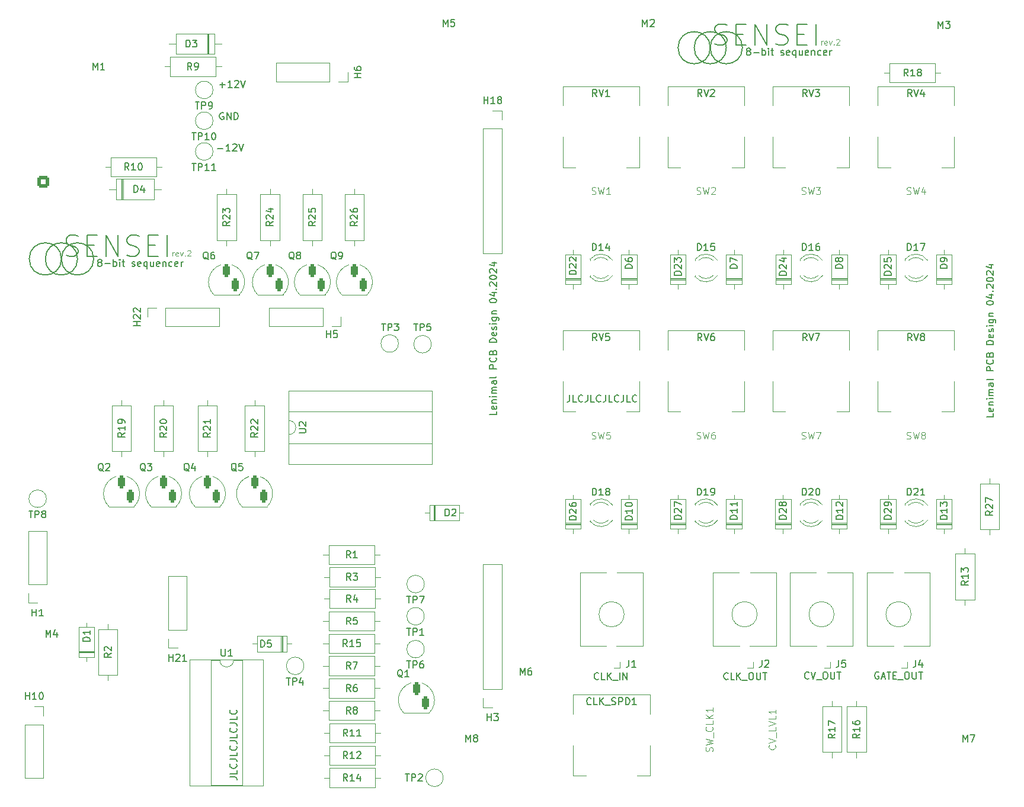
<source format=gto>
G04 #@! TF.GenerationSoftware,KiCad,Pcbnew,8.0.2-1*
G04 #@! TF.CreationDate,2024-05-07T18:42:43+02:00*
G04 #@! TF.ProjectId,sensei,73656e73-6569-42e6-9b69-6361645f7063,rev?*
G04 #@! TF.SameCoordinates,Original*
G04 #@! TF.FileFunction,Legend,Top*
G04 #@! TF.FilePolarity,Positive*
%FSLAX46Y46*%
G04 Gerber Fmt 4.6, Leading zero omitted, Abs format (unit mm)*
G04 Created by KiCad (PCBNEW 8.0.2-1) date 2024-05-07 18:42:43*
%MOMM*%
%LPD*%
G01*
G04 APERTURE LIST*
G04 Aperture macros list*
%AMRoundRect*
0 Rectangle with rounded corners*
0 $1 Rounding radius*
0 $2 $3 $4 $5 $6 $7 $8 $9 X,Y pos of 4 corners*
0 Add a 4 corners polygon primitive as box body*
4,1,4,$2,$3,$4,$5,$6,$7,$8,$9,$2,$3,0*
0 Add four circle primitives for the rounded corners*
1,1,$1+$1,$2,$3*
1,1,$1+$1,$4,$5*
1,1,$1+$1,$6,$7*
1,1,$1+$1,$8,$9*
0 Add four rect primitives between the rounded corners*
20,1,$1+$1,$2,$3,$4,$5,0*
20,1,$1+$1,$4,$5,$6,$7,0*
20,1,$1+$1,$6,$7,$8,$9,0*
20,1,$1+$1,$8,$9,$2,$3,0*%
G04 Aperture macros list end*
%ADD10C,0.150000*%
%ADD11C,0.125000*%
%ADD12C,0.100000*%
%ADD13C,0.120000*%
%ADD14R,1.100000X1.800000*%
%ADD15RoundRect,0.275000X-0.275000X-0.625000X0.275000X-0.625000X0.275000X0.625000X-0.275000X0.625000X0*%
%ADD16R,1.700000X1.700000*%
%ADD17O,1.700000X1.700000*%
%ADD18R,1.800000X1.800000*%
%ADD19C,1.800000*%
%ADD20C,1.600000*%
%ADD21O,1.600000X1.600000*%
%ADD22R,1.930000X1.830000*%
%ADD23C,2.130000*%
%ADD24C,2.850000*%
%ADD25O,4.000000X4.000000*%
%ADD26R,2.200000X2.200000*%
%ADD27O,2.200000X2.200000*%
%ADD28R,1.600000X1.600000*%
%ADD29C,2.000000*%
%ADD30C,3.200000*%
%ADD31R,1.600000X2.400000*%
%ADD32O,1.600000X2.400000*%
%ADD33R,2.400000X1.600000*%
%ADD34O,2.400000X1.600000*%
%ADD35R,1.200000X1.200000*%
%ADD36C,1.200000*%
%ADD37C,1.440000*%
%ADD38RoundRect,0.250000X-0.600000X-0.600000X0.600000X-0.600000X0.600000X0.600000X-0.600000X0.600000X0*%
%ADD39C,1.700000*%
G04 APERTURE END LIST*
D10*
X153700000Y-54500000D02*
G75*
G02*
X149100000Y-54500000I-2300000J0D01*
G01*
X149100000Y-54500000D02*
G75*
G02*
X153700000Y-54500000I2300000J0D01*
G01*
X58700000Y-84700000D02*
G75*
G02*
X54100000Y-84700000I-2300000J0D01*
G01*
X54100000Y-84700000D02*
G75*
G02*
X58700000Y-84700000I2300000J0D01*
G01*
X61000000Y-84700000D02*
G75*
G02*
X56400000Y-84700000I-2300000J0D01*
G01*
X56400000Y-84700000D02*
G75*
G02*
X61000000Y-84700000I2300000J0D01*
G01*
X149100000Y-54500000D02*
G75*
G02*
X144500000Y-54500000I-2300000J0D01*
G01*
X144500000Y-54500000D02*
G75*
G02*
X149100000Y-54500000I2300000J0D01*
G01*
X151400000Y-54500000D02*
G75*
G02*
X146800000Y-54500000I-2300000J0D01*
G01*
X146800000Y-54500000D02*
G75*
G02*
X151400000Y-54500000I2300000J0D01*
G01*
X56400000Y-84700000D02*
G75*
G02*
X51800000Y-84700000I-2300000J0D01*
G01*
X51800000Y-84700000D02*
G75*
G02*
X56400000Y-84700000I2300000J0D01*
G01*
X79560588Y-63817438D02*
X79465350Y-63769819D01*
X79465350Y-63769819D02*
X79322493Y-63769819D01*
X79322493Y-63769819D02*
X79179636Y-63817438D01*
X79179636Y-63817438D02*
X79084398Y-63912676D01*
X79084398Y-63912676D02*
X79036779Y-64007914D01*
X79036779Y-64007914D02*
X78989160Y-64198390D01*
X78989160Y-64198390D02*
X78989160Y-64341247D01*
X78989160Y-64341247D02*
X79036779Y-64531723D01*
X79036779Y-64531723D02*
X79084398Y-64626961D01*
X79084398Y-64626961D02*
X79179636Y-64722200D01*
X79179636Y-64722200D02*
X79322493Y-64769819D01*
X79322493Y-64769819D02*
X79417731Y-64769819D01*
X79417731Y-64769819D02*
X79560588Y-64722200D01*
X79560588Y-64722200D02*
X79608207Y-64674580D01*
X79608207Y-64674580D02*
X79608207Y-64341247D01*
X79608207Y-64341247D02*
X79417731Y-64341247D01*
X80036779Y-64769819D02*
X80036779Y-63769819D01*
X80036779Y-63769819D02*
X80608207Y-64769819D01*
X80608207Y-64769819D02*
X80608207Y-63769819D01*
X81084398Y-64769819D02*
X81084398Y-63769819D01*
X81084398Y-63769819D02*
X81322493Y-63769819D01*
X81322493Y-63769819D02*
X81465350Y-63817438D01*
X81465350Y-63817438D02*
X81560588Y-63912676D01*
X81560588Y-63912676D02*
X81608207Y-64007914D01*
X81608207Y-64007914D02*
X81655826Y-64198390D01*
X81655826Y-64198390D02*
X81655826Y-64341247D01*
X81655826Y-64341247D02*
X81608207Y-64531723D01*
X81608207Y-64531723D02*
X81560588Y-64626961D01*
X81560588Y-64626961D02*
X81465350Y-64722200D01*
X81465350Y-64722200D02*
X81322493Y-64769819D01*
X81322493Y-64769819D02*
X81084398Y-64769819D01*
X78736779Y-68888866D02*
X79498684Y-68888866D01*
X80498683Y-69269819D02*
X79927255Y-69269819D01*
X80212969Y-69269819D02*
X80212969Y-68269819D01*
X80212969Y-68269819D02*
X80117731Y-68412676D01*
X80117731Y-68412676D02*
X80022493Y-68507914D01*
X80022493Y-68507914D02*
X79927255Y-68555533D01*
X80879636Y-68365057D02*
X80927255Y-68317438D01*
X80927255Y-68317438D02*
X81022493Y-68269819D01*
X81022493Y-68269819D02*
X81260588Y-68269819D01*
X81260588Y-68269819D02*
X81355826Y-68317438D01*
X81355826Y-68317438D02*
X81403445Y-68365057D01*
X81403445Y-68365057D02*
X81451064Y-68460295D01*
X81451064Y-68460295D02*
X81451064Y-68555533D01*
X81451064Y-68555533D02*
X81403445Y-68698390D01*
X81403445Y-68698390D02*
X80832017Y-69269819D01*
X80832017Y-69269819D02*
X81451064Y-69269819D01*
X81736779Y-68269819D02*
X82070112Y-69269819D01*
X82070112Y-69269819D02*
X82403445Y-68269819D01*
X57070112Y-84182200D02*
X57498684Y-84325057D01*
X57498684Y-84325057D02*
X58212969Y-84325057D01*
X58212969Y-84325057D02*
X58498684Y-84182200D01*
X58498684Y-84182200D02*
X58641541Y-84039342D01*
X58641541Y-84039342D02*
X58784398Y-83753628D01*
X58784398Y-83753628D02*
X58784398Y-83467914D01*
X58784398Y-83467914D02*
X58641541Y-83182200D01*
X58641541Y-83182200D02*
X58498684Y-83039342D01*
X58498684Y-83039342D02*
X58212969Y-82896485D01*
X58212969Y-82896485D02*
X57641541Y-82753628D01*
X57641541Y-82753628D02*
X57355826Y-82610771D01*
X57355826Y-82610771D02*
X57212969Y-82467914D01*
X57212969Y-82467914D02*
X57070112Y-82182200D01*
X57070112Y-82182200D02*
X57070112Y-81896485D01*
X57070112Y-81896485D02*
X57212969Y-81610771D01*
X57212969Y-81610771D02*
X57355826Y-81467914D01*
X57355826Y-81467914D02*
X57641541Y-81325057D01*
X57641541Y-81325057D02*
X58355826Y-81325057D01*
X58355826Y-81325057D02*
X58784398Y-81467914D01*
X60070112Y-82753628D02*
X61070112Y-82753628D01*
X61498684Y-84325057D02*
X60070112Y-84325057D01*
X60070112Y-84325057D02*
X60070112Y-81325057D01*
X60070112Y-81325057D02*
X61498684Y-81325057D01*
X62784398Y-84325057D02*
X62784398Y-81325057D01*
X62784398Y-81325057D02*
X64498684Y-84325057D01*
X64498684Y-84325057D02*
X64498684Y-81325057D01*
X65784398Y-84182200D02*
X66212970Y-84325057D01*
X66212970Y-84325057D02*
X66927255Y-84325057D01*
X66927255Y-84325057D02*
X67212970Y-84182200D01*
X67212970Y-84182200D02*
X67355827Y-84039342D01*
X67355827Y-84039342D02*
X67498684Y-83753628D01*
X67498684Y-83753628D02*
X67498684Y-83467914D01*
X67498684Y-83467914D02*
X67355827Y-83182200D01*
X67355827Y-83182200D02*
X67212970Y-83039342D01*
X67212970Y-83039342D02*
X66927255Y-82896485D01*
X66927255Y-82896485D02*
X66355827Y-82753628D01*
X66355827Y-82753628D02*
X66070112Y-82610771D01*
X66070112Y-82610771D02*
X65927255Y-82467914D01*
X65927255Y-82467914D02*
X65784398Y-82182200D01*
X65784398Y-82182200D02*
X65784398Y-81896485D01*
X65784398Y-81896485D02*
X65927255Y-81610771D01*
X65927255Y-81610771D02*
X66070112Y-81467914D01*
X66070112Y-81467914D02*
X66355827Y-81325057D01*
X66355827Y-81325057D02*
X67070112Y-81325057D01*
X67070112Y-81325057D02*
X67498684Y-81467914D01*
X68784398Y-82753628D02*
X69784398Y-82753628D01*
X70212970Y-84325057D02*
X68784398Y-84325057D01*
X68784398Y-84325057D02*
X68784398Y-81325057D01*
X68784398Y-81325057D02*
X70212970Y-81325057D01*
X71498684Y-84325057D02*
X71498684Y-81325057D01*
X173160588Y-143817438D02*
X173065350Y-143769819D01*
X173065350Y-143769819D02*
X172922493Y-143769819D01*
X172922493Y-143769819D02*
X172779636Y-143817438D01*
X172779636Y-143817438D02*
X172684398Y-143912676D01*
X172684398Y-143912676D02*
X172636779Y-144007914D01*
X172636779Y-144007914D02*
X172589160Y-144198390D01*
X172589160Y-144198390D02*
X172589160Y-144341247D01*
X172589160Y-144341247D02*
X172636779Y-144531723D01*
X172636779Y-144531723D02*
X172684398Y-144626961D01*
X172684398Y-144626961D02*
X172779636Y-144722200D01*
X172779636Y-144722200D02*
X172922493Y-144769819D01*
X172922493Y-144769819D02*
X173017731Y-144769819D01*
X173017731Y-144769819D02*
X173160588Y-144722200D01*
X173160588Y-144722200D02*
X173208207Y-144674580D01*
X173208207Y-144674580D02*
X173208207Y-144341247D01*
X173208207Y-144341247D02*
X173017731Y-144341247D01*
X173589160Y-144484104D02*
X174065350Y-144484104D01*
X173493922Y-144769819D02*
X173827255Y-143769819D01*
X173827255Y-143769819D02*
X174160588Y-144769819D01*
X174351065Y-143769819D02*
X174922493Y-143769819D01*
X174636779Y-144769819D02*
X174636779Y-143769819D01*
X175255827Y-144246009D02*
X175589160Y-144246009D01*
X175732017Y-144769819D02*
X175255827Y-144769819D01*
X175255827Y-144769819D02*
X175255827Y-143769819D01*
X175255827Y-143769819D02*
X175732017Y-143769819D01*
X175922494Y-144865057D02*
X176684398Y-144865057D01*
X177112970Y-143769819D02*
X177303446Y-143769819D01*
X177303446Y-143769819D02*
X177398684Y-143817438D01*
X177398684Y-143817438D02*
X177493922Y-143912676D01*
X177493922Y-143912676D02*
X177541541Y-144103152D01*
X177541541Y-144103152D02*
X177541541Y-144436485D01*
X177541541Y-144436485D02*
X177493922Y-144626961D01*
X177493922Y-144626961D02*
X177398684Y-144722200D01*
X177398684Y-144722200D02*
X177303446Y-144769819D01*
X177303446Y-144769819D02*
X177112970Y-144769819D01*
X177112970Y-144769819D02*
X177017732Y-144722200D01*
X177017732Y-144722200D02*
X176922494Y-144626961D01*
X176922494Y-144626961D02*
X176874875Y-144436485D01*
X176874875Y-144436485D02*
X176874875Y-144103152D01*
X176874875Y-144103152D02*
X176922494Y-143912676D01*
X176922494Y-143912676D02*
X177017732Y-143817438D01*
X177017732Y-143817438D02*
X177112970Y-143769819D01*
X177970113Y-143769819D02*
X177970113Y-144579342D01*
X177970113Y-144579342D02*
X178017732Y-144674580D01*
X178017732Y-144674580D02*
X178065351Y-144722200D01*
X178065351Y-144722200D02*
X178160589Y-144769819D01*
X178160589Y-144769819D02*
X178351065Y-144769819D01*
X178351065Y-144769819D02*
X178446303Y-144722200D01*
X178446303Y-144722200D02*
X178493922Y-144674580D01*
X178493922Y-144674580D02*
X178541541Y-144579342D01*
X178541541Y-144579342D02*
X178541541Y-143769819D01*
X178874875Y-143769819D02*
X179446303Y-143769819D01*
X179160589Y-144769819D02*
X179160589Y-143769819D01*
X79036779Y-59788866D02*
X79798684Y-59788866D01*
X79417731Y-60169819D02*
X79417731Y-59407914D01*
X80798683Y-60169819D02*
X80227255Y-60169819D01*
X80512969Y-60169819D02*
X80512969Y-59169819D01*
X80512969Y-59169819D02*
X80417731Y-59312676D01*
X80417731Y-59312676D02*
X80322493Y-59407914D01*
X80322493Y-59407914D02*
X80227255Y-59455533D01*
X81179636Y-59265057D02*
X81227255Y-59217438D01*
X81227255Y-59217438D02*
X81322493Y-59169819D01*
X81322493Y-59169819D02*
X81560588Y-59169819D01*
X81560588Y-59169819D02*
X81655826Y-59217438D01*
X81655826Y-59217438D02*
X81703445Y-59265057D01*
X81703445Y-59265057D02*
X81751064Y-59360295D01*
X81751064Y-59360295D02*
X81751064Y-59455533D01*
X81751064Y-59455533D02*
X81703445Y-59598390D01*
X81703445Y-59598390D02*
X81132017Y-60169819D01*
X81132017Y-60169819D02*
X81751064Y-60169819D01*
X82036779Y-59169819D02*
X82370112Y-60169819D01*
X82370112Y-60169819D02*
X82703445Y-59169819D01*
X129022493Y-104169819D02*
X129022493Y-104884104D01*
X129022493Y-104884104D02*
X128974874Y-105026961D01*
X128974874Y-105026961D02*
X128879636Y-105122200D01*
X128879636Y-105122200D02*
X128736779Y-105169819D01*
X128736779Y-105169819D02*
X128641541Y-105169819D01*
X129974874Y-105169819D02*
X129498684Y-105169819D01*
X129498684Y-105169819D02*
X129498684Y-104169819D01*
X130879636Y-105074580D02*
X130832017Y-105122200D01*
X130832017Y-105122200D02*
X130689160Y-105169819D01*
X130689160Y-105169819D02*
X130593922Y-105169819D01*
X130593922Y-105169819D02*
X130451065Y-105122200D01*
X130451065Y-105122200D02*
X130355827Y-105026961D01*
X130355827Y-105026961D02*
X130308208Y-104931723D01*
X130308208Y-104931723D02*
X130260589Y-104741247D01*
X130260589Y-104741247D02*
X130260589Y-104598390D01*
X130260589Y-104598390D02*
X130308208Y-104407914D01*
X130308208Y-104407914D02*
X130355827Y-104312676D01*
X130355827Y-104312676D02*
X130451065Y-104217438D01*
X130451065Y-104217438D02*
X130593922Y-104169819D01*
X130593922Y-104169819D02*
X130689160Y-104169819D01*
X130689160Y-104169819D02*
X130832017Y-104217438D01*
X130832017Y-104217438D02*
X130879636Y-104265057D01*
X131593922Y-104169819D02*
X131593922Y-104884104D01*
X131593922Y-104884104D02*
X131546303Y-105026961D01*
X131546303Y-105026961D02*
X131451065Y-105122200D01*
X131451065Y-105122200D02*
X131308208Y-105169819D01*
X131308208Y-105169819D02*
X131212970Y-105169819D01*
X132546303Y-105169819D02*
X132070113Y-105169819D01*
X132070113Y-105169819D02*
X132070113Y-104169819D01*
X133451065Y-105074580D02*
X133403446Y-105122200D01*
X133403446Y-105122200D02*
X133260589Y-105169819D01*
X133260589Y-105169819D02*
X133165351Y-105169819D01*
X133165351Y-105169819D02*
X133022494Y-105122200D01*
X133022494Y-105122200D02*
X132927256Y-105026961D01*
X132927256Y-105026961D02*
X132879637Y-104931723D01*
X132879637Y-104931723D02*
X132832018Y-104741247D01*
X132832018Y-104741247D02*
X132832018Y-104598390D01*
X132832018Y-104598390D02*
X132879637Y-104407914D01*
X132879637Y-104407914D02*
X132927256Y-104312676D01*
X132927256Y-104312676D02*
X133022494Y-104217438D01*
X133022494Y-104217438D02*
X133165351Y-104169819D01*
X133165351Y-104169819D02*
X133260589Y-104169819D01*
X133260589Y-104169819D02*
X133403446Y-104217438D01*
X133403446Y-104217438D02*
X133451065Y-104265057D01*
X134165351Y-104169819D02*
X134165351Y-104884104D01*
X134165351Y-104884104D02*
X134117732Y-105026961D01*
X134117732Y-105026961D02*
X134022494Y-105122200D01*
X134022494Y-105122200D02*
X133879637Y-105169819D01*
X133879637Y-105169819D02*
X133784399Y-105169819D01*
X135117732Y-105169819D02*
X134641542Y-105169819D01*
X134641542Y-105169819D02*
X134641542Y-104169819D01*
X136022494Y-105074580D02*
X135974875Y-105122200D01*
X135974875Y-105122200D02*
X135832018Y-105169819D01*
X135832018Y-105169819D02*
X135736780Y-105169819D01*
X135736780Y-105169819D02*
X135593923Y-105122200D01*
X135593923Y-105122200D02*
X135498685Y-105026961D01*
X135498685Y-105026961D02*
X135451066Y-104931723D01*
X135451066Y-104931723D02*
X135403447Y-104741247D01*
X135403447Y-104741247D02*
X135403447Y-104598390D01*
X135403447Y-104598390D02*
X135451066Y-104407914D01*
X135451066Y-104407914D02*
X135498685Y-104312676D01*
X135498685Y-104312676D02*
X135593923Y-104217438D01*
X135593923Y-104217438D02*
X135736780Y-104169819D01*
X135736780Y-104169819D02*
X135832018Y-104169819D01*
X135832018Y-104169819D02*
X135974875Y-104217438D01*
X135974875Y-104217438D02*
X136022494Y-104265057D01*
X136736780Y-104169819D02*
X136736780Y-104884104D01*
X136736780Y-104884104D02*
X136689161Y-105026961D01*
X136689161Y-105026961D02*
X136593923Y-105122200D01*
X136593923Y-105122200D02*
X136451066Y-105169819D01*
X136451066Y-105169819D02*
X136355828Y-105169819D01*
X137689161Y-105169819D02*
X137212971Y-105169819D01*
X137212971Y-105169819D02*
X137212971Y-104169819D01*
X138593923Y-105074580D02*
X138546304Y-105122200D01*
X138546304Y-105122200D02*
X138403447Y-105169819D01*
X138403447Y-105169819D02*
X138308209Y-105169819D01*
X138308209Y-105169819D02*
X138165352Y-105122200D01*
X138165352Y-105122200D02*
X138070114Y-105026961D01*
X138070114Y-105026961D02*
X138022495Y-104931723D01*
X138022495Y-104931723D02*
X137974876Y-104741247D01*
X137974876Y-104741247D02*
X137974876Y-104598390D01*
X137974876Y-104598390D02*
X138022495Y-104407914D01*
X138022495Y-104407914D02*
X138070114Y-104312676D01*
X138070114Y-104312676D02*
X138165352Y-104217438D01*
X138165352Y-104217438D02*
X138308209Y-104169819D01*
X138308209Y-104169819D02*
X138403447Y-104169819D01*
X138403447Y-104169819D02*
X138546304Y-104217438D01*
X138546304Y-104217438D02*
X138593923Y-104265057D01*
X149770112Y-53982200D02*
X150198684Y-54125057D01*
X150198684Y-54125057D02*
X150912969Y-54125057D01*
X150912969Y-54125057D02*
X151198684Y-53982200D01*
X151198684Y-53982200D02*
X151341541Y-53839342D01*
X151341541Y-53839342D02*
X151484398Y-53553628D01*
X151484398Y-53553628D02*
X151484398Y-53267914D01*
X151484398Y-53267914D02*
X151341541Y-52982200D01*
X151341541Y-52982200D02*
X151198684Y-52839342D01*
X151198684Y-52839342D02*
X150912969Y-52696485D01*
X150912969Y-52696485D02*
X150341541Y-52553628D01*
X150341541Y-52553628D02*
X150055826Y-52410771D01*
X150055826Y-52410771D02*
X149912969Y-52267914D01*
X149912969Y-52267914D02*
X149770112Y-51982200D01*
X149770112Y-51982200D02*
X149770112Y-51696485D01*
X149770112Y-51696485D02*
X149912969Y-51410771D01*
X149912969Y-51410771D02*
X150055826Y-51267914D01*
X150055826Y-51267914D02*
X150341541Y-51125057D01*
X150341541Y-51125057D02*
X151055826Y-51125057D01*
X151055826Y-51125057D02*
X151484398Y-51267914D01*
X152770112Y-52553628D02*
X153770112Y-52553628D01*
X154198684Y-54125057D02*
X152770112Y-54125057D01*
X152770112Y-54125057D02*
X152770112Y-51125057D01*
X152770112Y-51125057D02*
X154198684Y-51125057D01*
X155484398Y-54125057D02*
X155484398Y-51125057D01*
X155484398Y-51125057D02*
X157198684Y-54125057D01*
X157198684Y-54125057D02*
X157198684Y-51125057D01*
X158484398Y-53982200D02*
X158912970Y-54125057D01*
X158912970Y-54125057D02*
X159627255Y-54125057D01*
X159627255Y-54125057D02*
X159912970Y-53982200D01*
X159912970Y-53982200D02*
X160055827Y-53839342D01*
X160055827Y-53839342D02*
X160198684Y-53553628D01*
X160198684Y-53553628D02*
X160198684Y-53267914D01*
X160198684Y-53267914D02*
X160055827Y-52982200D01*
X160055827Y-52982200D02*
X159912970Y-52839342D01*
X159912970Y-52839342D02*
X159627255Y-52696485D01*
X159627255Y-52696485D02*
X159055827Y-52553628D01*
X159055827Y-52553628D02*
X158770112Y-52410771D01*
X158770112Y-52410771D02*
X158627255Y-52267914D01*
X158627255Y-52267914D02*
X158484398Y-51982200D01*
X158484398Y-51982200D02*
X158484398Y-51696485D01*
X158484398Y-51696485D02*
X158627255Y-51410771D01*
X158627255Y-51410771D02*
X158770112Y-51267914D01*
X158770112Y-51267914D02*
X159055827Y-51125057D01*
X159055827Y-51125057D02*
X159770112Y-51125057D01*
X159770112Y-51125057D02*
X160198684Y-51267914D01*
X161484398Y-52553628D02*
X162484398Y-52553628D01*
X162912970Y-54125057D02*
X161484398Y-54125057D01*
X161484398Y-54125057D02*
X161484398Y-51125057D01*
X161484398Y-51125057D02*
X162912970Y-51125057D01*
X164198684Y-54125057D02*
X164198684Y-51125057D01*
X163208207Y-144674580D02*
X163160588Y-144722200D01*
X163160588Y-144722200D02*
X163017731Y-144769819D01*
X163017731Y-144769819D02*
X162922493Y-144769819D01*
X162922493Y-144769819D02*
X162779636Y-144722200D01*
X162779636Y-144722200D02*
X162684398Y-144626961D01*
X162684398Y-144626961D02*
X162636779Y-144531723D01*
X162636779Y-144531723D02*
X162589160Y-144341247D01*
X162589160Y-144341247D02*
X162589160Y-144198390D01*
X162589160Y-144198390D02*
X162636779Y-144007914D01*
X162636779Y-144007914D02*
X162684398Y-143912676D01*
X162684398Y-143912676D02*
X162779636Y-143817438D01*
X162779636Y-143817438D02*
X162922493Y-143769819D01*
X162922493Y-143769819D02*
X163017731Y-143769819D01*
X163017731Y-143769819D02*
X163160588Y-143817438D01*
X163160588Y-143817438D02*
X163208207Y-143865057D01*
X163493922Y-143769819D02*
X163827255Y-144769819D01*
X163827255Y-144769819D02*
X164160588Y-143769819D01*
X164255827Y-144865057D02*
X165017731Y-144865057D01*
X165446303Y-143769819D02*
X165636779Y-143769819D01*
X165636779Y-143769819D02*
X165732017Y-143817438D01*
X165732017Y-143817438D02*
X165827255Y-143912676D01*
X165827255Y-143912676D02*
X165874874Y-144103152D01*
X165874874Y-144103152D02*
X165874874Y-144436485D01*
X165874874Y-144436485D02*
X165827255Y-144626961D01*
X165827255Y-144626961D02*
X165732017Y-144722200D01*
X165732017Y-144722200D02*
X165636779Y-144769819D01*
X165636779Y-144769819D02*
X165446303Y-144769819D01*
X165446303Y-144769819D02*
X165351065Y-144722200D01*
X165351065Y-144722200D02*
X165255827Y-144626961D01*
X165255827Y-144626961D02*
X165208208Y-144436485D01*
X165208208Y-144436485D02*
X165208208Y-144103152D01*
X165208208Y-144103152D02*
X165255827Y-143912676D01*
X165255827Y-143912676D02*
X165351065Y-143817438D01*
X165351065Y-143817438D02*
X165446303Y-143769819D01*
X166303446Y-143769819D02*
X166303446Y-144579342D01*
X166303446Y-144579342D02*
X166351065Y-144674580D01*
X166351065Y-144674580D02*
X166398684Y-144722200D01*
X166398684Y-144722200D02*
X166493922Y-144769819D01*
X166493922Y-144769819D02*
X166684398Y-144769819D01*
X166684398Y-144769819D02*
X166779636Y-144722200D01*
X166779636Y-144722200D02*
X166827255Y-144674580D01*
X166827255Y-144674580D02*
X166874874Y-144579342D01*
X166874874Y-144579342D02*
X166874874Y-143769819D01*
X167208208Y-143769819D02*
X167779636Y-143769819D01*
X167493922Y-144769819D02*
X167493922Y-143769819D01*
X133158207Y-144774580D02*
X133110588Y-144822200D01*
X133110588Y-144822200D02*
X132967731Y-144869819D01*
X132967731Y-144869819D02*
X132872493Y-144869819D01*
X132872493Y-144869819D02*
X132729636Y-144822200D01*
X132729636Y-144822200D02*
X132634398Y-144726961D01*
X132634398Y-144726961D02*
X132586779Y-144631723D01*
X132586779Y-144631723D02*
X132539160Y-144441247D01*
X132539160Y-144441247D02*
X132539160Y-144298390D01*
X132539160Y-144298390D02*
X132586779Y-144107914D01*
X132586779Y-144107914D02*
X132634398Y-144012676D01*
X132634398Y-144012676D02*
X132729636Y-143917438D01*
X132729636Y-143917438D02*
X132872493Y-143869819D01*
X132872493Y-143869819D02*
X132967731Y-143869819D01*
X132967731Y-143869819D02*
X133110588Y-143917438D01*
X133110588Y-143917438D02*
X133158207Y-143965057D01*
X134062969Y-144869819D02*
X133586779Y-144869819D01*
X133586779Y-144869819D02*
X133586779Y-143869819D01*
X134396303Y-144869819D02*
X134396303Y-143869819D01*
X134967731Y-144869819D02*
X134539160Y-144298390D01*
X134967731Y-143869819D02*
X134396303Y-144441247D01*
X135158208Y-144965057D02*
X135920112Y-144965057D01*
X136158208Y-144869819D02*
X136158208Y-143869819D01*
X136634398Y-144869819D02*
X136634398Y-143869819D01*
X136634398Y-143869819D02*
X137205826Y-144869819D01*
X137205826Y-144869819D02*
X137205826Y-143869819D01*
X80469819Y-158777506D02*
X81184104Y-158777506D01*
X81184104Y-158777506D02*
X81326961Y-158825125D01*
X81326961Y-158825125D02*
X81422200Y-158920363D01*
X81422200Y-158920363D02*
X81469819Y-159063220D01*
X81469819Y-159063220D02*
X81469819Y-159158458D01*
X81469819Y-157825125D02*
X81469819Y-158301315D01*
X81469819Y-158301315D02*
X80469819Y-158301315D01*
X81374580Y-156920363D02*
X81422200Y-156967982D01*
X81422200Y-156967982D02*
X81469819Y-157110839D01*
X81469819Y-157110839D02*
X81469819Y-157206077D01*
X81469819Y-157206077D02*
X81422200Y-157348934D01*
X81422200Y-157348934D02*
X81326961Y-157444172D01*
X81326961Y-157444172D02*
X81231723Y-157491791D01*
X81231723Y-157491791D02*
X81041247Y-157539410D01*
X81041247Y-157539410D02*
X80898390Y-157539410D01*
X80898390Y-157539410D02*
X80707914Y-157491791D01*
X80707914Y-157491791D02*
X80612676Y-157444172D01*
X80612676Y-157444172D02*
X80517438Y-157348934D01*
X80517438Y-157348934D02*
X80469819Y-157206077D01*
X80469819Y-157206077D02*
X80469819Y-157110839D01*
X80469819Y-157110839D02*
X80517438Y-156967982D01*
X80517438Y-156967982D02*
X80565057Y-156920363D01*
X80469819Y-156206077D02*
X81184104Y-156206077D01*
X81184104Y-156206077D02*
X81326961Y-156253696D01*
X81326961Y-156253696D02*
X81422200Y-156348934D01*
X81422200Y-156348934D02*
X81469819Y-156491791D01*
X81469819Y-156491791D02*
X81469819Y-156587029D01*
X81469819Y-155253696D02*
X81469819Y-155729886D01*
X81469819Y-155729886D02*
X80469819Y-155729886D01*
X81374580Y-154348934D02*
X81422200Y-154396553D01*
X81422200Y-154396553D02*
X81469819Y-154539410D01*
X81469819Y-154539410D02*
X81469819Y-154634648D01*
X81469819Y-154634648D02*
X81422200Y-154777505D01*
X81422200Y-154777505D02*
X81326961Y-154872743D01*
X81326961Y-154872743D02*
X81231723Y-154920362D01*
X81231723Y-154920362D02*
X81041247Y-154967981D01*
X81041247Y-154967981D02*
X80898390Y-154967981D01*
X80898390Y-154967981D02*
X80707914Y-154920362D01*
X80707914Y-154920362D02*
X80612676Y-154872743D01*
X80612676Y-154872743D02*
X80517438Y-154777505D01*
X80517438Y-154777505D02*
X80469819Y-154634648D01*
X80469819Y-154634648D02*
X80469819Y-154539410D01*
X80469819Y-154539410D02*
X80517438Y-154396553D01*
X80517438Y-154396553D02*
X80565057Y-154348934D01*
X80469819Y-153634648D02*
X81184104Y-153634648D01*
X81184104Y-153634648D02*
X81326961Y-153682267D01*
X81326961Y-153682267D02*
X81422200Y-153777505D01*
X81422200Y-153777505D02*
X81469819Y-153920362D01*
X81469819Y-153920362D02*
X81469819Y-154015600D01*
X81469819Y-152682267D02*
X81469819Y-153158457D01*
X81469819Y-153158457D02*
X80469819Y-153158457D01*
X81374580Y-151777505D02*
X81422200Y-151825124D01*
X81422200Y-151825124D02*
X81469819Y-151967981D01*
X81469819Y-151967981D02*
X81469819Y-152063219D01*
X81469819Y-152063219D02*
X81422200Y-152206076D01*
X81422200Y-152206076D02*
X81326961Y-152301314D01*
X81326961Y-152301314D02*
X81231723Y-152348933D01*
X81231723Y-152348933D02*
X81041247Y-152396552D01*
X81041247Y-152396552D02*
X80898390Y-152396552D01*
X80898390Y-152396552D02*
X80707914Y-152348933D01*
X80707914Y-152348933D02*
X80612676Y-152301314D01*
X80612676Y-152301314D02*
X80517438Y-152206076D01*
X80517438Y-152206076D02*
X80469819Y-152063219D01*
X80469819Y-152063219D02*
X80469819Y-151967981D01*
X80469819Y-151967981D02*
X80517438Y-151825124D01*
X80517438Y-151825124D02*
X80565057Y-151777505D01*
X80469819Y-151063219D02*
X81184104Y-151063219D01*
X81184104Y-151063219D02*
X81326961Y-151110838D01*
X81326961Y-151110838D02*
X81422200Y-151206076D01*
X81422200Y-151206076D02*
X81469819Y-151348933D01*
X81469819Y-151348933D02*
X81469819Y-151444171D01*
X81469819Y-150110838D02*
X81469819Y-150587028D01*
X81469819Y-150587028D02*
X80469819Y-150587028D01*
X81374580Y-149206076D02*
X81422200Y-149253695D01*
X81422200Y-149253695D02*
X81469819Y-149396552D01*
X81469819Y-149396552D02*
X81469819Y-149491790D01*
X81469819Y-149491790D02*
X81422200Y-149634647D01*
X81422200Y-149634647D02*
X81326961Y-149729885D01*
X81326961Y-149729885D02*
X81231723Y-149777504D01*
X81231723Y-149777504D02*
X81041247Y-149825123D01*
X81041247Y-149825123D02*
X80898390Y-149825123D01*
X80898390Y-149825123D02*
X80707914Y-149777504D01*
X80707914Y-149777504D02*
X80612676Y-149729885D01*
X80612676Y-149729885D02*
X80517438Y-149634647D01*
X80517438Y-149634647D02*
X80469819Y-149491790D01*
X80469819Y-149491790D02*
X80469819Y-149396552D01*
X80469819Y-149396552D02*
X80517438Y-149253695D01*
X80517438Y-149253695D02*
X80565057Y-149206076D01*
D11*
X72272712Y-84295595D02*
X72272712Y-83762261D01*
X72272712Y-83914642D02*
X72310807Y-83838452D01*
X72310807Y-83838452D02*
X72348902Y-83800357D01*
X72348902Y-83800357D02*
X72425093Y-83762261D01*
X72425093Y-83762261D02*
X72501283Y-83762261D01*
X73072712Y-84257500D02*
X72996521Y-84295595D01*
X72996521Y-84295595D02*
X72844140Y-84295595D01*
X72844140Y-84295595D02*
X72767950Y-84257500D01*
X72767950Y-84257500D02*
X72729854Y-84181309D01*
X72729854Y-84181309D02*
X72729854Y-83876547D01*
X72729854Y-83876547D02*
X72767950Y-83800357D01*
X72767950Y-83800357D02*
X72844140Y-83762261D01*
X72844140Y-83762261D02*
X72996521Y-83762261D01*
X72996521Y-83762261D02*
X73072712Y-83800357D01*
X73072712Y-83800357D02*
X73110807Y-83876547D01*
X73110807Y-83876547D02*
X73110807Y-83952738D01*
X73110807Y-83952738D02*
X72729854Y-84028928D01*
X73377473Y-83762261D02*
X73567949Y-84295595D01*
X73567949Y-84295595D02*
X73758426Y-83762261D01*
X74063188Y-84219404D02*
X74101283Y-84257500D01*
X74101283Y-84257500D02*
X74063188Y-84295595D01*
X74063188Y-84295595D02*
X74025092Y-84257500D01*
X74025092Y-84257500D02*
X74063188Y-84219404D01*
X74063188Y-84219404D02*
X74063188Y-84295595D01*
X74406044Y-83571785D02*
X74444140Y-83533690D01*
X74444140Y-83533690D02*
X74520330Y-83495595D01*
X74520330Y-83495595D02*
X74710806Y-83495595D01*
X74710806Y-83495595D02*
X74786997Y-83533690D01*
X74786997Y-83533690D02*
X74825092Y-83571785D01*
X74825092Y-83571785D02*
X74863187Y-83647976D01*
X74863187Y-83647976D02*
X74863187Y-83724166D01*
X74863187Y-83724166D02*
X74825092Y-83838452D01*
X74825092Y-83838452D02*
X74367949Y-84295595D01*
X74367949Y-84295595D02*
X74863187Y-84295595D01*
D10*
X61779636Y-85198390D02*
X61684398Y-85150771D01*
X61684398Y-85150771D02*
X61636779Y-85103152D01*
X61636779Y-85103152D02*
X61589160Y-85007914D01*
X61589160Y-85007914D02*
X61589160Y-84960295D01*
X61589160Y-84960295D02*
X61636779Y-84865057D01*
X61636779Y-84865057D02*
X61684398Y-84817438D01*
X61684398Y-84817438D02*
X61779636Y-84769819D01*
X61779636Y-84769819D02*
X61970112Y-84769819D01*
X61970112Y-84769819D02*
X62065350Y-84817438D01*
X62065350Y-84817438D02*
X62112969Y-84865057D01*
X62112969Y-84865057D02*
X62160588Y-84960295D01*
X62160588Y-84960295D02*
X62160588Y-85007914D01*
X62160588Y-85007914D02*
X62112969Y-85103152D01*
X62112969Y-85103152D02*
X62065350Y-85150771D01*
X62065350Y-85150771D02*
X61970112Y-85198390D01*
X61970112Y-85198390D02*
X61779636Y-85198390D01*
X61779636Y-85198390D02*
X61684398Y-85246009D01*
X61684398Y-85246009D02*
X61636779Y-85293628D01*
X61636779Y-85293628D02*
X61589160Y-85388866D01*
X61589160Y-85388866D02*
X61589160Y-85579342D01*
X61589160Y-85579342D02*
X61636779Y-85674580D01*
X61636779Y-85674580D02*
X61684398Y-85722200D01*
X61684398Y-85722200D02*
X61779636Y-85769819D01*
X61779636Y-85769819D02*
X61970112Y-85769819D01*
X61970112Y-85769819D02*
X62065350Y-85722200D01*
X62065350Y-85722200D02*
X62112969Y-85674580D01*
X62112969Y-85674580D02*
X62160588Y-85579342D01*
X62160588Y-85579342D02*
X62160588Y-85388866D01*
X62160588Y-85388866D02*
X62112969Y-85293628D01*
X62112969Y-85293628D02*
X62065350Y-85246009D01*
X62065350Y-85246009D02*
X61970112Y-85198390D01*
X62589160Y-85388866D02*
X63351065Y-85388866D01*
X63827255Y-85769819D02*
X63827255Y-84769819D01*
X63827255Y-85150771D02*
X63922493Y-85103152D01*
X63922493Y-85103152D02*
X64112969Y-85103152D01*
X64112969Y-85103152D02*
X64208207Y-85150771D01*
X64208207Y-85150771D02*
X64255826Y-85198390D01*
X64255826Y-85198390D02*
X64303445Y-85293628D01*
X64303445Y-85293628D02*
X64303445Y-85579342D01*
X64303445Y-85579342D02*
X64255826Y-85674580D01*
X64255826Y-85674580D02*
X64208207Y-85722200D01*
X64208207Y-85722200D02*
X64112969Y-85769819D01*
X64112969Y-85769819D02*
X63922493Y-85769819D01*
X63922493Y-85769819D02*
X63827255Y-85722200D01*
X64732017Y-85769819D02*
X64732017Y-85103152D01*
X64732017Y-84769819D02*
X64684398Y-84817438D01*
X64684398Y-84817438D02*
X64732017Y-84865057D01*
X64732017Y-84865057D02*
X64779636Y-84817438D01*
X64779636Y-84817438D02*
X64732017Y-84769819D01*
X64732017Y-84769819D02*
X64732017Y-84865057D01*
X65065350Y-85103152D02*
X65446302Y-85103152D01*
X65208207Y-84769819D02*
X65208207Y-85626961D01*
X65208207Y-85626961D02*
X65255826Y-85722200D01*
X65255826Y-85722200D02*
X65351064Y-85769819D01*
X65351064Y-85769819D02*
X65446302Y-85769819D01*
X66493922Y-85722200D02*
X66589160Y-85769819D01*
X66589160Y-85769819D02*
X66779636Y-85769819D01*
X66779636Y-85769819D02*
X66874874Y-85722200D01*
X66874874Y-85722200D02*
X66922493Y-85626961D01*
X66922493Y-85626961D02*
X66922493Y-85579342D01*
X66922493Y-85579342D02*
X66874874Y-85484104D01*
X66874874Y-85484104D02*
X66779636Y-85436485D01*
X66779636Y-85436485D02*
X66636779Y-85436485D01*
X66636779Y-85436485D02*
X66541541Y-85388866D01*
X66541541Y-85388866D02*
X66493922Y-85293628D01*
X66493922Y-85293628D02*
X66493922Y-85246009D01*
X66493922Y-85246009D02*
X66541541Y-85150771D01*
X66541541Y-85150771D02*
X66636779Y-85103152D01*
X66636779Y-85103152D02*
X66779636Y-85103152D01*
X66779636Y-85103152D02*
X66874874Y-85150771D01*
X67732017Y-85722200D02*
X67636779Y-85769819D01*
X67636779Y-85769819D02*
X67446303Y-85769819D01*
X67446303Y-85769819D02*
X67351065Y-85722200D01*
X67351065Y-85722200D02*
X67303446Y-85626961D01*
X67303446Y-85626961D02*
X67303446Y-85246009D01*
X67303446Y-85246009D02*
X67351065Y-85150771D01*
X67351065Y-85150771D02*
X67446303Y-85103152D01*
X67446303Y-85103152D02*
X67636779Y-85103152D01*
X67636779Y-85103152D02*
X67732017Y-85150771D01*
X67732017Y-85150771D02*
X67779636Y-85246009D01*
X67779636Y-85246009D02*
X67779636Y-85341247D01*
X67779636Y-85341247D02*
X67303446Y-85436485D01*
X68636779Y-85103152D02*
X68636779Y-86103152D01*
X68636779Y-85722200D02*
X68541541Y-85769819D01*
X68541541Y-85769819D02*
X68351065Y-85769819D01*
X68351065Y-85769819D02*
X68255827Y-85722200D01*
X68255827Y-85722200D02*
X68208208Y-85674580D01*
X68208208Y-85674580D02*
X68160589Y-85579342D01*
X68160589Y-85579342D02*
X68160589Y-85293628D01*
X68160589Y-85293628D02*
X68208208Y-85198390D01*
X68208208Y-85198390D02*
X68255827Y-85150771D01*
X68255827Y-85150771D02*
X68351065Y-85103152D01*
X68351065Y-85103152D02*
X68541541Y-85103152D01*
X68541541Y-85103152D02*
X68636779Y-85150771D01*
X69541541Y-85103152D02*
X69541541Y-85769819D01*
X69112970Y-85103152D02*
X69112970Y-85626961D01*
X69112970Y-85626961D02*
X69160589Y-85722200D01*
X69160589Y-85722200D02*
X69255827Y-85769819D01*
X69255827Y-85769819D02*
X69398684Y-85769819D01*
X69398684Y-85769819D02*
X69493922Y-85722200D01*
X69493922Y-85722200D02*
X69541541Y-85674580D01*
X70398684Y-85722200D02*
X70303446Y-85769819D01*
X70303446Y-85769819D02*
X70112970Y-85769819D01*
X70112970Y-85769819D02*
X70017732Y-85722200D01*
X70017732Y-85722200D02*
X69970113Y-85626961D01*
X69970113Y-85626961D02*
X69970113Y-85246009D01*
X69970113Y-85246009D02*
X70017732Y-85150771D01*
X70017732Y-85150771D02*
X70112970Y-85103152D01*
X70112970Y-85103152D02*
X70303446Y-85103152D01*
X70303446Y-85103152D02*
X70398684Y-85150771D01*
X70398684Y-85150771D02*
X70446303Y-85246009D01*
X70446303Y-85246009D02*
X70446303Y-85341247D01*
X70446303Y-85341247D02*
X69970113Y-85436485D01*
X70874875Y-85103152D02*
X70874875Y-85769819D01*
X70874875Y-85198390D02*
X70922494Y-85150771D01*
X70922494Y-85150771D02*
X71017732Y-85103152D01*
X71017732Y-85103152D02*
X71160589Y-85103152D01*
X71160589Y-85103152D02*
X71255827Y-85150771D01*
X71255827Y-85150771D02*
X71303446Y-85246009D01*
X71303446Y-85246009D02*
X71303446Y-85769819D01*
X72208208Y-85722200D02*
X72112970Y-85769819D01*
X72112970Y-85769819D02*
X71922494Y-85769819D01*
X71922494Y-85769819D02*
X71827256Y-85722200D01*
X71827256Y-85722200D02*
X71779637Y-85674580D01*
X71779637Y-85674580D02*
X71732018Y-85579342D01*
X71732018Y-85579342D02*
X71732018Y-85293628D01*
X71732018Y-85293628D02*
X71779637Y-85198390D01*
X71779637Y-85198390D02*
X71827256Y-85150771D01*
X71827256Y-85150771D02*
X71922494Y-85103152D01*
X71922494Y-85103152D02*
X72112970Y-85103152D01*
X72112970Y-85103152D02*
X72208208Y-85150771D01*
X73017732Y-85722200D02*
X72922494Y-85769819D01*
X72922494Y-85769819D02*
X72732018Y-85769819D01*
X72732018Y-85769819D02*
X72636780Y-85722200D01*
X72636780Y-85722200D02*
X72589161Y-85626961D01*
X72589161Y-85626961D02*
X72589161Y-85246009D01*
X72589161Y-85246009D02*
X72636780Y-85150771D01*
X72636780Y-85150771D02*
X72732018Y-85103152D01*
X72732018Y-85103152D02*
X72922494Y-85103152D01*
X72922494Y-85103152D02*
X73017732Y-85150771D01*
X73017732Y-85150771D02*
X73065351Y-85246009D01*
X73065351Y-85246009D02*
X73065351Y-85341247D01*
X73065351Y-85341247D02*
X72589161Y-85436485D01*
X73493923Y-85769819D02*
X73493923Y-85103152D01*
X73493923Y-85293628D02*
X73541542Y-85198390D01*
X73541542Y-85198390D02*
X73589161Y-85150771D01*
X73589161Y-85150771D02*
X73684399Y-85103152D01*
X73684399Y-85103152D02*
X73779637Y-85103152D01*
D11*
X164972712Y-54095595D02*
X164972712Y-53562261D01*
X164972712Y-53714642D02*
X165010807Y-53638452D01*
X165010807Y-53638452D02*
X165048902Y-53600357D01*
X165048902Y-53600357D02*
X165125093Y-53562261D01*
X165125093Y-53562261D02*
X165201283Y-53562261D01*
X165772712Y-54057500D02*
X165696521Y-54095595D01*
X165696521Y-54095595D02*
X165544140Y-54095595D01*
X165544140Y-54095595D02*
X165467950Y-54057500D01*
X165467950Y-54057500D02*
X165429854Y-53981309D01*
X165429854Y-53981309D02*
X165429854Y-53676547D01*
X165429854Y-53676547D02*
X165467950Y-53600357D01*
X165467950Y-53600357D02*
X165544140Y-53562261D01*
X165544140Y-53562261D02*
X165696521Y-53562261D01*
X165696521Y-53562261D02*
X165772712Y-53600357D01*
X165772712Y-53600357D02*
X165810807Y-53676547D01*
X165810807Y-53676547D02*
X165810807Y-53752738D01*
X165810807Y-53752738D02*
X165429854Y-53828928D01*
X166077473Y-53562261D02*
X166267949Y-54095595D01*
X166267949Y-54095595D02*
X166458426Y-53562261D01*
X166763188Y-54019404D02*
X166801283Y-54057500D01*
X166801283Y-54057500D02*
X166763188Y-54095595D01*
X166763188Y-54095595D02*
X166725092Y-54057500D01*
X166725092Y-54057500D02*
X166763188Y-54019404D01*
X166763188Y-54019404D02*
X166763188Y-54095595D01*
X167106044Y-53371785D02*
X167144140Y-53333690D01*
X167144140Y-53333690D02*
X167220330Y-53295595D01*
X167220330Y-53295595D02*
X167410806Y-53295595D01*
X167410806Y-53295595D02*
X167486997Y-53333690D01*
X167486997Y-53333690D02*
X167525092Y-53371785D01*
X167525092Y-53371785D02*
X167563187Y-53447976D01*
X167563187Y-53447976D02*
X167563187Y-53524166D01*
X167563187Y-53524166D02*
X167525092Y-53638452D01*
X167525092Y-53638452D02*
X167067949Y-54095595D01*
X167067949Y-54095595D02*
X167563187Y-54095595D01*
D10*
X151658207Y-144774580D02*
X151610588Y-144822200D01*
X151610588Y-144822200D02*
X151467731Y-144869819D01*
X151467731Y-144869819D02*
X151372493Y-144869819D01*
X151372493Y-144869819D02*
X151229636Y-144822200D01*
X151229636Y-144822200D02*
X151134398Y-144726961D01*
X151134398Y-144726961D02*
X151086779Y-144631723D01*
X151086779Y-144631723D02*
X151039160Y-144441247D01*
X151039160Y-144441247D02*
X151039160Y-144298390D01*
X151039160Y-144298390D02*
X151086779Y-144107914D01*
X151086779Y-144107914D02*
X151134398Y-144012676D01*
X151134398Y-144012676D02*
X151229636Y-143917438D01*
X151229636Y-143917438D02*
X151372493Y-143869819D01*
X151372493Y-143869819D02*
X151467731Y-143869819D01*
X151467731Y-143869819D02*
X151610588Y-143917438D01*
X151610588Y-143917438D02*
X151658207Y-143965057D01*
X152562969Y-144869819D02*
X152086779Y-144869819D01*
X152086779Y-144869819D02*
X152086779Y-143869819D01*
X152896303Y-144869819D02*
X152896303Y-143869819D01*
X153467731Y-144869819D02*
X153039160Y-144298390D01*
X153467731Y-143869819D02*
X152896303Y-144441247D01*
X153658208Y-144965057D02*
X154420112Y-144965057D01*
X154848684Y-143869819D02*
X155039160Y-143869819D01*
X155039160Y-143869819D02*
X155134398Y-143917438D01*
X155134398Y-143917438D02*
X155229636Y-144012676D01*
X155229636Y-144012676D02*
X155277255Y-144203152D01*
X155277255Y-144203152D02*
X155277255Y-144536485D01*
X155277255Y-144536485D02*
X155229636Y-144726961D01*
X155229636Y-144726961D02*
X155134398Y-144822200D01*
X155134398Y-144822200D02*
X155039160Y-144869819D01*
X155039160Y-144869819D02*
X154848684Y-144869819D01*
X154848684Y-144869819D02*
X154753446Y-144822200D01*
X154753446Y-144822200D02*
X154658208Y-144726961D01*
X154658208Y-144726961D02*
X154610589Y-144536485D01*
X154610589Y-144536485D02*
X154610589Y-144203152D01*
X154610589Y-144203152D02*
X154658208Y-144012676D01*
X154658208Y-144012676D02*
X154753446Y-143917438D01*
X154753446Y-143917438D02*
X154848684Y-143869819D01*
X155705827Y-143869819D02*
X155705827Y-144679342D01*
X155705827Y-144679342D02*
X155753446Y-144774580D01*
X155753446Y-144774580D02*
X155801065Y-144822200D01*
X155801065Y-144822200D02*
X155896303Y-144869819D01*
X155896303Y-144869819D02*
X156086779Y-144869819D01*
X156086779Y-144869819D02*
X156182017Y-144822200D01*
X156182017Y-144822200D02*
X156229636Y-144774580D01*
X156229636Y-144774580D02*
X156277255Y-144679342D01*
X156277255Y-144679342D02*
X156277255Y-143869819D01*
X156610589Y-143869819D02*
X157182017Y-143869819D01*
X156896303Y-144869819D02*
X156896303Y-143869819D01*
X189569819Y-106787030D02*
X189569819Y-107263220D01*
X189569819Y-107263220D02*
X188569819Y-107263220D01*
X189522200Y-106072744D02*
X189569819Y-106167982D01*
X189569819Y-106167982D02*
X189569819Y-106358458D01*
X189569819Y-106358458D02*
X189522200Y-106453696D01*
X189522200Y-106453696D02*
X189426961Y-106501315D01*
X189426961Y-106501315D02*
X189046009Y-106501315D01*
X189046009Y-106501315D02*
X188950771Y-106453696D01*
X188950771Y-106453696D02*
X188903152Y-106358458D01*
X188903152Y-106358458D02*
X188903152Y-106167982D01*
X188903152Y-106167982D02*
X188950771Y-106072744D01*
X188950771Y-106072744D02*
X189046009Y-106025125D01*
X189046009Y-106025125D02*
X189141247Y-106025125D01*
X189141247Y-106025125D02*
X189236485Y-106501315D01*
X188903152Y-105596553D02*
X189569819Y-105596553D01*
X188998390Y-105596553D02*
X188950771Y-105548934D01*
X188950771Y-105548934D02*
X188903152Y-105453696D01*
X188903152Y-105453696D02*
X188903152Y-105310839D01*
X188903152Y-105310839D02*
X188950771Y-105215601D01*
X188950771Y-105215601D02*
X189046009Y-105167982D01*
X189046009Y-105167982D02*
X189569819Y-105167982D01*
X189569819Y-104691791D02*
X188903152Y-104691791D01*
X188569819Y-104691791D02*
X188617438Y-104739410D01*
X188617438Y-104739410D02*
X188665057Y-104691791D01*
X188665057Y-104691791D02*
X188617438Y-104644172D01*
X188617438Y-104644172D02*
X188569819Y-104691791D01*
X188569819Y-104691791D02*
X188665057Y-104691791D01*
X189569819Y-104215601D02*
X188903152Y-104215601D01*
X188998390Y-104215601D02*
X188950771Y-104167982D01*
X188950771Y-104167982D02*
X188903152Y-104072744D01*
X188903152Y-104072744D02*
X188903152Y-103929887D01*
X188903152Y-103929887D02*
X188950771Y-103834649D01*
X188950771Y-103834649D02*
X189046009Y-103787030D01*
X189046009Y-103787030D02*
X189569819Y-103787030D01*
X189046009Y-103787030D02*
X188950771Y-103739411D01*
X188950771Y-103739411D02*
X188903152Y-103644173D01*
X188903152Y-103644173D02*
X188903152Y-103501316D01*
X188903152Y-103501316D02*
X188950771Y-103406077D01*
X188950771Y-103406077D02*
X189046009Y-103358458D01*
X189046009Y-103358458D02*
X189569819Y-103358458D01*
X189569819Y-102453697D02*
X189046009Y-102453697D01*
X189046009Y-102453697D02*
X188950771Y-102501316D01*
X188950771Y-102501316D02*
X188903152Y-102596554D01*
X188903152Y-102596554D02*
X188903152Y-102787030D01*
X188903152Y-102787030D02*
X188950771Y-102882268D01*
X189522200Y-102453697D02*
X189569819Y-102548935D01*
X189569819Y-102548935D02*
X189569819Y-102787030D01*
X189569819Y-102787030D02*
X189522200Y-102882268D01*
X189522200Y-102882268D02*
X189426961Y-102929887D01*
X189426961Y-102929887D02*
X189331723Y-102929887D01*
X189331723Y-102929887D02*
X189236485Y-102882268D01*
X189236485Y-102882268D02*
X189188866Y-102787030D01*
X189188866Y-102787030D02*
X189188866Y-102548935D01*
X189188866Y-102548935D02*
X189141247Y-102453697D01*
X189569819Y-101834649D02*
X189522200Y-101929887D01*
X189522200Y-101929887D02*
X189426961Y-101977506D01*
X189426961Y-101977506D02*
X188569819Y-101977506D01*
X189569819Y-100691791D02*
X188569819Y-100691791D01*
X188569819Y-100691791D02*
X188569819Y-100310839D01*
X188569819Y-100310839D02*
X188617438Y-100215601D01*
X188617438Y-100215601D02*
X188665057Y-100167982D01*
X188665057Y-100167982D02*
X188760295Y-100120363D01*
X188760295Y-100120363D02*
X188903152Y-100120363D01*
X188903152Y-100120363D02*
X188998390Y-100167982D01*
X188998390Y-100167982D02*
X189046009Y-100215601D01*
X189046009Y-100215601D02*
X189093628Y-100310839D01*
X189093628Y-100310839D02*
X189093628Y-100691791D01*
X189474580Y-99120363D02*
X189522200Y-99167982D01*
X189522200Y-99167982D02*
X189569819Y-99310839D01*
X189569819Y-99310839D02*
X189569819Y-99406077D01*
X189569819Y-99406077D02*
X189522200Y-99548934D01*
X189522200Y-99548934D02*
X189426961Y-99644172D01*
X189426961Y-99644172D02*
X189331723Y-99691791D01*
X189331723Y-99691791D02*
X189141247Y-99739410D01*
X189141247Y-99739410D02*
X188998390Y-99739410D01*
X188998390Y-99739410D02*
X188807914Y-99691791D01*
X188807914Y-99691791D02*
X188712676Y-99644172D01*
X188712676Y-99644172D02*
X188617438Y-99548934D01*
X188617438Y-99548934D02*
X188569819Y-99406077D01*
X188569819Y-99406077D02*
X188569819Y-99310839D01*
X188569819Y-99310839D02*
X188617438Y-99167982D01*
X188617438Y-99167982D02*
X188665057Y-99120363D01*
X189046009Y-98358458D02*
X189093628Y-98215601D01*
X189093628Y-98215601D02*
X189141247Y-98167982D01*
X189141247Y-98167982D02*
X189236485Y-98120363D01*
X189236485Y-98120363D02*
X189379342Y-98120363D01*
X189379342Y-98120363D02*
X189474580Y-98167982D01*
X189474580Y-98167982D02*
X189522200Y-98215601D01*
X189522200Y-98215601D02*
X189569819Y-98310839D01*
X189569819Y-98310839D02*
X189569819Y-98691791D01*
X189569819Y-98691791D02*
X188569819Y-98691791D01*
X188569819Y-98691791D02*
X188569819Y-98358458D01*
X188569819Y-98358458D02*
X188617438Y-98263220D01*
X188617438Y-98263220D02*
X188665057Y-98215601D01*
X188665057Y-98215601D02*
X188760295Y-98167982D01*
X188760295Y-98167982D02*
X188855533Y-98167982D01*
X188855533Y-98167982D02*
X188950771Y-98215601D01*
X188950771Y-98215601D02*
X188998390Y-98263220D01*
X188998390Y-98263220D02*
X189046009Y-98358458D01*
X189046009Y-98358458D02*
X189046009Y-98691791D01*
X189569819Y-96929886D02*
X188569819Y-96929886D01*
X188569819Y-96929886D02*
X188569819Y-96691791D01*
X188569819Y-96691791D02*
X188617438Y-96548934D01*
X188617438Y-96548934D02*
X188712676Y-96453696D01*
X188712676Y-96453696D02*
X188807914Y-96406077D01*
X188807914Y-96406077D02*
X188998390Y-96358458D01*
X188998390Y-96358458D02*
X189141247Y-96358458D01*
X189141247Y-96358458D02*
X189331723Y-96406077D01*
X189331723Y-96406077D02*
X189426961Y-96453696D01*
X189426961Y-96453696D02*
X189522200Y-96548934D01*
X189522200Y-96548934D02*
X189569819Y-96691791D01*
X189569819Y-96691791D02*
X189569819Y-96929886D01*
X189522200Y-95548934D02*
X189569819Y-95644172D01*
X189569819Y-95644172D02*
X189569819Y-95834648D01*
X189569819Y-95834648D02*
X189522200Y-95929886D01*
X189522200Y-95929886D02*
X189426961Y-95977505D01*
X189426961Y-95977505D02*
X189046009Y-95977505D01*
X189046009Y-95977505D02*
X188950771Y-95929886D01*
X188950771Y-95929886D02*
X188903152Y-95834648D01*
X188903152Y-95834648D02*
X188903152Y-95644172D01*
X188903152Y-95644172D02*
X188950771Y-95548934D01*
X188950771Y-95548934D02*
X189046009Y-95501315D01*
X189046009Y-95501315D02*
X189141247Y-95501315D01*
X189141247Y-95501315D02*
X189236485Y-95977505D01*
X189522200Y-95120362D02*
X189569819Y-95025124D01*
X189569819Y-95025124D02*
X189569819Y-94834648D01*
X189569819Y-94834648D02*
X189522200Y-94739410D01*
X189522200Y-94739410D02*
X189426961Y-94691791D01*
X189426961Y-94691791D02*
X189379342Y-94691791D01*
X189379342Y-94691791D02*
X189284104Y-94739410D01*
X189284104Y-94739410D02*
X189236485Y-94834648D01*
X189236485Y-94834648D02*
X189236485Y-94977505D01*
X189236485Y-94977505D02*
X189188866Y-95072743D01*
X189188866Y-95072743D02*
X189093628Y-95120362D01*
X189093628Y-95120362D02*
X189046009Y-95120362D01*
X189046009Y-95120362D02*
X188950771Y-95072743D01*
X188950771Y-95072743D02*
X188903152Y-94977505D01*
X188903152Y-94977505D02*
X188903152Y-94834648D01*
X188903152Y-94834648D02*
X188950771Y-94739410D01*
X189569819Y-94263219D02*
X188903152Y-94263219D01*
X188569819Y-94263219D02*
X188617438Y-94310838D01*
X188617438Y-94310838D02*
X188665057Y-94263219D01*
X188665057Y-94263219D02*
X188617438Y-94215600D01*
X188617438Y-94215600D02*
X188569819Y-94263219D01*
X188569819Y-94263219D02*
X188665057Y-94263219D01*
X188903152Y-93358458D02*
X189712676Y-93358458D01*
X189712676Y-93358458D02*
X189807914Y-93406077D01*
X189807914Y-93406077D02*
X189855533Y-93453696D01*
X189855533Y-93453696D02*
X189903152Y-93548934D01*
X189903152Y-93548934D02*
X189903152Y-93691791D01*
X189903152Y-93691791D02*
X189855533Y-93787029D01*
X189522200Y-93358458D02*
X189569819Y-93453696D01*
X189569819Y-93453696D02*
X189569819Y-93644172D01*
X189569819Y-93644172D02*
X189522200Y-93739410D01*
X189522200Y-93739410D02*
X189474580Y-93787029D01*
X189474580Y-93787029D02*
X189379342Y-93834648D01*
X189379342Y-93834648D02*
X189093628Y-93834648D01*
X189093628Y-93834648D02*
X188998390Y-93787029D01*
X188998390Y-93787029D02*
X188950771Y-93739410D01*
X188950771Y-93739410D02*
X188903152Y-93644172D01*
X188903152Y-93644172D02*
X188903152Y-93453696D01*
X188903152Y-93453696D02*
X188950771Y-93358458D01*
X188903152Y-92882267D02*
X189569819Y-92882267D01*
X188998390Y-92882267D02*
X188950771Y-92834648D01*
X188950771Y-92834648D02*
X188903152Y-92739410D01*
X188903152Y-92739410D02*
X188903152Y-92596553D01*
X188903152Y-92596553D02*
X188950771Y-92501315D01*
X188950771Y-92501315D02*
X189046009Y-92453696D01*
X189046009Y-92453696D02*
X189569819Y-92453696D01*
X188569819Y-91025124D02*
X188569819Y-90929886D01*
X188569819Y-90929886D02*
X188617438Y-90834648D01*
X188617438Y-90834648D02*
X188665057Y-90787029D01*
X188665057Y-90787029D02*
X188760295Y-90739410D01*
X188760295Y-90739410D02*
X188950771Y-90691791D01*
X188950771Y-90691791D02*
X189188866Y-90691791D01*
X189188866Y-90691791D02*
X189379342Y-90739410D01*
X189379342Y-90739410D02*
X189474580Y-90787029D01*
X189474580Y-90787029D02*
X189522200Y-90834648D01*
X189522200Y-90834648D02*
X189569819Y-90929886D01*
X189569819Y-90929886D02*
X189569819Y-91025124D01*
X189569819Y-91025124D02*
X189522200Y-91120362D01*
X189522200Y-91120362D02*
X189474580Y-91167981D01*
X189474580Y-91167981D02*
X189379342Y-91215600D01*
X189379342Y-91215600D02*
X189188866Y-91263219D01*
X189188866Y-91263219D02*
X188950771Y-91263219D01*
X188950771Y-91263219D02*
X188760295Y-91215600D01*
X188760295Y-91215600D02*
X188665057Y-91167981D01*
X188665057Y-91167981D02*
X188617438Y-91120362D01*
X188617438Y-91120362D02*
X188569819Y-91025124D01*
X188903152Y-89834648D02*
X189569819Y-89834648D01*
X188522200Y-90072743D02*
X189236485Y-90310838D01*
X189236485Y-90310838D02*
X189236485Y-89691791D01*
X189474580Y-89310838D02*
X189522200Y-89263219D01*
X189522200Y-89263219D02*
X189569819Y-89310838D01*
X189569819Y-89310838D02*
X189522200Y-89358457D01*
X189522200Y-89358457D02*
X189474580Y-89310838D01*
X189474580Y-89310838D02*
X189569819Y-89310838D01*
X188665057Y-88882267D02*
X188617438Y-88834648D01*
X188617438Y-88834648D02*
X188569819Y-88739410D01*
X188569819Y-88739410D02*
X188569819Y-88501315D01*
X188569819Y-88501315D02*
X188617438Y-88406077D01*
X188617438Y-88406077D02*
X188665057Y-88358458D01*
X188665057Y-88358458D02*
X188760295Y-88310839D01*
X188760295Y-88310839D02*
X188855533Y-88310839D01*
X188855533Y-88310839D02*
X188998390Y-88358458D01*
X188998390Y-88358458D02*
X189569819Y-88929886D01*
X189569819Y-88929886D02*
X189569819Y-88310839D01*
X188569819Y-87691791D02*
X188569819Y-87596553D01*
X188569819Y-87596553D02*
X188617438Y-87501315D01*
X188617438Y-87501315D02*
X188665057Y-87453696D01*
X188665057Y-87453696D02*
X188760295Y-87406077D01*
X188760295Y-87406077D02*
X188950771Y-87358458D01*
X188950771Y-87358458D02*
X189188866Y-87358458D01*
X189188866Y-87358458D02*
X189379342Y-87406077D01*
X189379342Y-87406077D02*
X189474580Y-87453696D01*
X189474580Y-87453696D02*
X189522200Y-87501315D01*
X189522200Y-87501315D02*
X189569819Y-87596553D01*
X189569819Y-87596553D02*
X189569819Y-87691791D01*
X189569819Y-87691791D02*
X189522200Y-87787029D01*
X189522200Y-87787029D02*
X189474580Y-87834648D01*
X189474580Y-87834648D02*
X189379342Y-87882267D01*
X189379342Y-87882267D02*
X189188866Y-87929886D01*
X189188866Y-87929886D02*
X188950771Y-87929886D01*
X188950771Y-87929886D02*
X188760295Y-87882267D01*
X188760295Y-87882267D02*
X188665057Y-87834648D01*
X188665057Y-87834648D02*
X188617438Y-87787029D01*
X188617438Y-87787029D02*
X188569819Y-87691791D01*
X188665057Y-86977505D02*
X188617438Y-86929886D01*
X188617438Y-86929886D02*
X188569819Y-86834648D01*
X188569819Y-86834648D02*
X188569819Y-86596553D01*
X188569819Y-86596553D02*
X188617438Y-86501315D01*
X188617438Y-86501315D02*
X188665057Y-86453696D01*
X188665057Y-86453696D02*
X188760295Y-86406077D01*
X188760295Y-86406077D02*
X188855533Y-86406077D01*
X188855533Y-86406077D02*
X188998390Y-86453696D01*
X188998390Y-86453696D02*
X189569819Y-87025124D01*
X189569819Y-87025124D02*
X189569819Y-86406077D01*
X188903152Y-85548934D02*
X189569819Y-85548934D01*
X188522200Y-85787029D02*
X189236485Y-86025124D01*
X189236485Y-86025124D02*
X189236485Y-85406077D01*
X118569819Y-106487030D02*
X118569819Y-106963220D01*
X118569819Y-106963220D02*
X117569819Y-106963220D01*
X118522200Y-105772744D02*
X118569819Y-105867982D01*
X118569819Y-105867982D02*
X118569819Y-106058458D01*
X118569819Y-106058458D02*
X118522200Y-106153696D01*
X118522200Y-106153696D02*
X118426961Y-106201315D01*
X118426961Y-106201315D02*
X118046009Y-106201315D01*
X118046009Y-106201315D02*
X117950771Y-106153696D01*
X117950771Y-106153696D02*
X117903152Y-106058458D01*
X117903152Y-106058458D02*
X117903152Y-105867982D01*
X117903152Y-105867982D02*
X117950771Y-105772744D01*
X117950771Y-105772744D02*
X118046009Y-105725125D01*
X118046009Y-105725125D02*
X118141247Y-105725125D01*
X118141247Y-105725125D02*
X118236485Y-106201315D01*
X117903152Y-105296553D02*
X118569819Y-105296553D01*
X117998390Y-105296553D02*
X117950771Y-105248934D01*
X117950771Y-105248934D02*
X117903152Y-105153696D01*
X117903152Y-105153696D02*
X117903152Y-105010839D01*
X117903152Y-105010839D02*
X117950771Y-104915601D01*
X117950771Y-104915601D02*
X118046009Y-104867982D01*
X118046009Y-104867982D02*
X118569819Y-104867982D01*
X118569819Y-104391791D02*
X117903152Y-104391791D01*
X117569819Y-104391791D02*
X117617438Y-104439410D01*
X117617438Y-104439410D02*
X117665057Y-104391791D01*
X117665057Y-104391791D02*
X117617438Y-104344172D01*
X117617438Y-104344172D02*
X117569819Y-104391791D01*
X117569819Y-104391791D02*
X117665057Y-104391791D01*
X118569819Y-103915601D02*
X117903152Y-103915601D01*
X117998390Y-103915601D02*
X117950771Y-103867982D01*
X117950771Y-103867982D02*
X117903152Y-103772744D01*
X117903152Y-103772744D02*
X117903152Y-103629887D01*
X117903152Y-103629887D02*
X117950771Y-103534649D01*
X117950771Y-103534649D02*
X118046009Y-103487030D01*
X118046009Y-103487030D02*
X118569819Y-103487030D01*
X118046009Y-103487030D02*
X117950771Y-103439411D01*
X117950771Y-103439411D02*
X117903152Y-103344173D01*
X117903152Y-103344173D02*
X117903152Y-103201316D01*
X117903152Y-103201316D02*
X117950771Y-103106077D01*
X117950771Y-103106077D02*
X118046009Y-103058458D01*
X118046009Y-103058458D02*
X118569819Y-103058458D01*
X118569819Y-102153697D02*
X118046009Y-102153697D01*
X118046009Y-102153697D02*
X117950771Y-102201316D01*
X117950771Y-102201316D02*
X117903152Y-102296554D01*
X117903152Y-102296554D02*
X117903152Y-102487030D01*
X117903152Y-102487030D02*
X117950771Y-102582268D01*
X118522200Y-102153697D02*
X118569819Y-102248935D01*
X118569819Y-102248935D02*
X118569819Y-102487030D01*
X118569819Y-102487030D02*
X118522200Y-102582268D01*
X118522200Y-102582268D02*
X118426961Y-102629887D01*
X118426961Y-102629887D02*
X118331723Y-102629887D01*
X118331723Y-102629887D02*
X118236485Y-102582268D01*
X118236485Y-102582268D02*
X118188866Y-102487030D01*
X118188866Y-102487030D02*
X118188866Y-102248935D01*
X118188866Y-102248935D02*
X118141247Y-102153697D01*
X118569819Y-101534649D02*
X118522200Y-101629887D01*
X118522200Y-101629887D02*
X118426961Y-101677506D01*
X118426961Y-101677506D02*
X117569819Y-101677506D01*
X118569819Y-100391791D02*
X117569819Y-100391791D01*
X117569819Y-100391791D02*
X117569819Y-100010839D01*
X117569819Y-100010839D02*
X117617438Y-99915601D01*
X117617438Y-99915601D02*
X117665057Y-99867982D01*
X117665057Y-99867982D02*
X117760295Y-99820363D01*
X117760295Y-99820363D02*
X117903152Y-99820363D01*
X117903152Y-99820363D02*
X117998390Y-99867982D01*
X117998390Y-99867982D02*
X118046009Y-99915601D01*
X118046009Y-99915601D02*
X118093628Y-100010839D01*
X118093628Y-100010839D02*
X118093628Y-100391791D01*
X118474580Y-98820363D02*
X118522200Y-98867982D01*
X118522200Y-98867982D02*
X118569819Y-99010839D01*
X118569819Y-99010839D02*
X118569819Y-99106077D01*
X118569819Y-99106077D02*
X118522200Y-99248934D01*
X118522200Y-99248934D02*
X118426961Y-99344172D01*
X118426961Y-99344172D02*
X118331723Y-99391791D01*
X118331723Y-99391791D02*
X118141247Y-99439410D01*
X118141247Y-99439410D02*
X117998390Y-99439410D01*
X117998390Y-99439410D02*
X117807914Y-99391791D01*
X117807914Y-99391791D02*
X117712676Y-99344172D01*
X117712676Y-99344172D02*
X117617438Y-99248934D01*
X117617438Y-99248934D02*
X117569819Y-99106077D01*
X117569819Y-99106077D02*
X117569819Y-99010839D01*
X117569819Y-99010839D02*
X117617438Y-98867982D01*
X117617438Y-98867982D02*
X117665057Y-98820363D01*
X118046009Y-98058458D02*
X118093628Y-97915601D01*
X118093628Y-97915601D02*
X118141247Y-97867982D01*
X118141247Y-97867982D02*
X118236485Y-97820363D01*
X118236485Y-97820363D02*
X118379342Y-97820363D01*
X118379342Y-97820363D02*
X118474580Y-97867982D01*
X118474580Y-97867982D02*
X118522200Y-97915601D01*
X118522200Y-97915601D02*
X118569819Y-98010839D01*
X118569819Y-98010839D02*
X118569819Y-98391791D01*
X118569819Y-98391791D02*
X117569819Y-98391791D01*
X117569819Y-98391791D02*
X117569819Y-98058458D01*
X117569819Y-98058458D02*
X117617438Y-97963220D01*
X117617438Y-97963220D02*
X117665057Y-97915601D01*
X117665057Y-97915601D02*
X117760295Y-97867982D01*
X117760295Y-97867982D02*
X117855533Y-97867982D01*
X117855533Y-97867982D02*
X117950771Y-97915601D01*
X117950771Y-97915601D02*
X117998390Y-97963220D01*
X117998390Y-97963220D02*
X118046009Y-98058458D01*
X118046009Y-98058458D02*
X118046009Y-98391791D01*
X118569819Y-96629886D02*
X117569819Y-96629886D01*
X117569819Y-96629886D02*
X117569819Y-96391791D01*
X117569819Y-96391791D02*
X117617438Y-96248934D01*
X117617438Y-96248934D02*
X117712676Y-96153696D01*
X117712676Y-96153696D02*
X117807914Y-96106077D01*
X117807914Y-96106077D02*
X117998390Y-96058458D01*
X117998390Y-96058458D02*
X118141247Y-96058458D01*
X118141247Y-96058458D02*
X118331723Y-96106077D01*
X118331723Y-96106077D02*
X118426961Y-96153696D01*
X118426961Y-96153696D02*
X118522200Y-96248934D01*
X118522200Y-96248934D02*
X118569819Y-96391791D01*
X118569819Y-96391791D02*
X118569819Y-96629886D01*
X118522200Y-95248934D02*
X118569819Y-95344172D01*
X118569819Y-95344172D02*
X118569819Y-95534648D01*
X118569819Y-95534648D02*
X118522200Y-95629886D01*
X118522200Y-95629886D02*
X118426961Y-95677505D01*
X118426961Y-95677505D02*
X118046009Y-95677505D01*
X118046009Y-95677505D02*
X117950771Y-95629886D01*
X117950771Y-95629886D02*
X117903152Y-95534648D01*
X117903152Y-95534648D02*
X117903152Y-95344172D01*
X117903152Y-95344172D02*
X117950771Y-95248934D01*
X117950771Y-95248934D02*
X118046009Y-95201315D01*
X118046009Y-95201315D02*
X118141247Y-95201315D01*
X118141247Y-95201315D02*
X118236485Y-95677505D01*
X118522200Y-94820362D02*
X118569819Y-94725124D01*
X118569819Y-94725124D02*
X118569819Y-94534648D01*
X118569819Y-94534648D02*
X118522200Y-94439410D01*
X118522200Y-94439410D02*
X118426961Y-94391791D01*
X118426961Y-94391791D02*
X118379342Y-94391791D01*
X118379342Y-94391791D02*
X118284104Y-94439410D01*
X118284104Y-94439410D02*
X118236485Y-94534648D01*
X118236485Y-94534648D02*
X118236485Y-94677505D01*
X118236485Y-94677505D02*
X118188866Y-94772743D01*
X118188866Y-94772743D02*
X118093628Y-94820362D01*
X118093628Y-94820362D02*
X118046009Y-94820362D01*
X118046009Y-94820362D02*
X117950771Y-94772743D01*
X117950771Y-94772743D02*
X117903152Y-94677505D01*
X117903152Y-94677505D02*
X117903152Y-94534648D01*
X117903152Y-94534648D02*
X117950771Y-94439410D01*
X118569819Y-93963219D02*
X117903152Y-93963219D01*
X117569819Y-93963219D02*
X117617438Y-94010838D01*
X117617438Y-94010838D02*
X117665057Y-93963219D01*
X117665057Y-93963219D02*
X117617438Y-93915600D01*
X117617438Y-93915600D02*
X117569819Y-93963219D01*
X117569819Y-93963219D02*
X117665057Y-93963219D01*
X117903152Y-93058458D02*
X118712676Y-93058458D01*
X118712676Y-93058458D02*
X118807914Y-93106077D01*
X118807914Y-93106077D02*
X118855533Y-93153696D01*
X118855533Y-93153696D02*
X118903152Y-93248934D01*
X118903152Y-93248934D02*
X118903152Y-93391791D01*
X118903152Y-93391791D02*
X118855533Y-93487029D01*
X118522200Y-93058458D02*
X118569819Y-93153696D01*
X118569819Y-93153696D02*
X118569819Y-93344172D01*
X118569819Y-93344172D02*
X118522200Y-93439410D01*
X118522200Y-93439410D02*
X118474580Y-93487029D01*
X118474580Y-93487029D02*
X118379342Y-93534648D01*
X118379342Y-93534648D02*
X118093628Y-93534648D01*
X118093628Y-93534648D02*
X117998390Y-93487029D01*
X117998390Y-93487029D02*
X117950771Y-93439410D01*
X117950771Y-93439410D02*
X117903152Y-93344172D01*
X117903152Y-93344172D02*
X117903152Y-93153696D01*
X117903152Y-93153696D02*
X117950771Y-93058458D01*
X117903152Y-92582267D02*
X118569819Y-92582267D01*
X117998390Y-92582267D02*
X117950771Y-92534648D01*
X117950771Y-92534648D02*
X117903152Y-92439410D01*
X117903152Y-92439410D02*
X117903152Y-92296553D01*
X117903152Y-92296553D02*
X117950771Y-92201315D01*
X117950771Y-92201315D02*
X118046009Y-92153696D01*
X118046009Y-92153696D02*
X118569819Y-92153696D01*
X117569819Y-90725124D02*
X117569819Y-90629886D01*
X117569819Y-90629886D02*
X117617438Y-90534648D01*
X117617438Y-90534648D02*
X117665057Y-90487029D01*
X117665057Y-90487029D02*
X117760295Y-90439410D01*
X117760295Y-90439410D02*
X117950771Y-90391791D01*
X117950771Y-90391791D02*
X118188866Y-90391791D01*
X118188866Y-90391791D02*
X118379342Y-90439410D01*
X118379342Y-90439410D02*
X118474580Y-90487029D01*
X118474580Y-90487029D02*
X118522200Y-90534648D01*
X118522200Y-90534648D02*
X118569819Y-90629886D01*
X118569819Y-90629886D02*
X118569819Y-90725124D01*
X118569819Y-90725124D02*
X118522200Y-90820362D01*
X118522200Y-90820362D02*
X118474580Y-90867981D01*
X118474580Y-90867981D02*
X118379342Y-90915600D01*
X118379342Y-90915600D02*
X118188866Y-90963219D01*
X118188866Y-90963219D02*
X117950771Y-90963219D01*
X117950771Y-90963219D02*
X117760295Y-90915600D01*
X117760295Y-90915600D02*
X117665057Y-90867981D01*
X117665057Y-90867981D02*
X117617438Y-90820362D01*
X117617438Y-90820362D02*
X117569819Y-90725124D01*
X117903152Y-89534648D02*
X118569819Y-89534648D01*
X117522200Y-89772743D02*
X118236485Y-90010838D01*
X118236485Y-90010838D02*
X118236485Y-89391791D01*
X118474580Y-89010838D02*
X118522200Y-88963219D01*
X118522200Y-88963219D02*
X118569819Y-89010838D01*
X118569819Y-89010838D02*
X118522200Y-89058457D01*
X118522200Y-89058457D02*
X118474580Y-89010838D01*
X118474580Y-89010838D02*
X118569819Y-89010838D01*
X117665057Y-88582267D02*
X117617438Y-88534648D01*
X117617438Y-88534648D02*
X117569819Y-88439410D01*
X117569819Y-88439410D02*
X117569819Y-88201315D01*
X117569819Y-88201315D02*
X117617438Y-88106077D01*
X117617438Y-88106077D02*
X117665057Y-88058458D01*
X117665057Y-88058458D02*
X117760295Y-88010839D01*
X117760295Y-88010839D02*
X117855533Y-88010839D01*
X117855533Y-88010839D02*
X117998390Y-88058458D01*
X117998390Y-88058458D02*
X118569819Y-88629886D01*
X118569819Y-88629886D02*
X118569819Y-88010839D01*
X117569819Y-87391791D02*
X117569819Y-87296553D01*
X117569819Y-87296553D02*
X117617438Y-87201315D01*
X117617438Y-87201315D02*
X117665057Y-87153696D01*
X117665057Y-87153696D02*
X117760295Y-87106077D01*
X117760295Y-87106077D02*
X117950771Y-87058458D01*
X117950771Y-87058458D02*
X118188866Y-87058458D01*
X118188866Y-87058458D02*
X118379342Y-87106077D01*
X118379342Y-87106077D02*
X118474580Y-87153696D01*
X118474580Y-87153696D02*
X118522200Y-87201315D01*
X118522200Y-87201315D02*
X118569819Y-87296553D01*
X118569819Y-87296553D02*
X118569819Y-87391791D01*
X118569819Y-87391791D02*
X118522200Y-87487029D01*
X118522200Y-87487029D02*
X118474580Y-87534648D01*
X118474580Y-87534648D02*
X118379342Y-87582267D01*
X118379342Y-87582267D02*
X118188866Y-87629886D01*
X118188866Y-87629886D02*
X117950771Y-87629886D01*
X117950771Y-87629886D02*
X117760295Y-87582267D01*
X117760295Y-87582267D02*
X117665057Y-87534648D01*
X117665057Y-87534648D02*
X117617438Y-87487029D01*
X117617438Y-87487029D02*
X117569819Y-87391791D01*
X117665057Y-86677505D02*
X117617438Y-86629886D01*
X117617438Y-86629886D02*
X117569819Y-86534648D01*
X117569819Y-86534648D02*
X117569819Y-86296553D01*
X117569819Y-86296553D02*
X117617438Y-86201315D01*
X117617438Y-86201315D02*
X117665057Y-86153696D01*
X117665057Y-86153696D02*
X117760295Y-86106077D01*
X117760295Y-86106077D02*
X117855533Y-86106077D01*
X117855533Y-86106077D02*
X117998390Y-86153696D01*
X117998390Y-86153696D02*
X118569819Y-86725124D01*
X118569819Y-86725124D02*
X118569819Y-86106077D01*
X117903152Y-85248934D02*
X118569819Y-85248934D01*
X117522200Y-85487029D02*
X118236485Y-85725124D01*
X118236485Y-85725124D02*
X118236485Y-85106077D01*
X154479636Y-54998390D02*
X154384398Y-54950771D01*
X154384398Y-54950771D02*
X154336779Y-54903152D01*
X154336779Y-54903152D02*
X154289160Y-54807914D01*
X154289160Y-54807914D02*
X154289160Y-54760295D01*
X154289160Y-54760295D02*
X154336779Y-54665057D01*
X154336779Y-54665057D02*
X154384398Y-54617438D01*
X154384398Y-54617438D02*
X154479636Y-54569819D01*
X154479636Y-54569819D02*
X154670112Y-54569819D01*
X154670112Y-54569819D02*
X154765350Y-54617438D01*
X154765350Y-54617438D02*
X154812969Y-54665057D01*
X154812969Y-54665057D02*
X154860588Y-54760295D01*
X154860588Y-54760295D02*
X154860588Y-54807914D01*
X154860588Y-54807914D02*
X154812969Y-54903152D01*
X154812969Y-54903152D02*
X154765350Y-54950771D01*
X154765350Y-54950771D02*
X154670112Y-54998390D01*
X154670112Y-54998390D02*
X154479636Y-54998390D01*
X154479636Y-54998390D02*
X154384398Y-55046009D01*
X154384398Y-55046009D02*
X154336779Y-55093628D01*
X154336779Y-55093628D02*
X154289160Y-55188866D01*
X154289160Y-55188866D02*
X154289160Y-55379342D01*
X154289160Y-55379342D02*
X154336779Y-55474580D01*
X154336779Y-55474580D02*
X154384398Y-55522200D01*
X154384398Y-55522200D02*
X154479636Y-55569819D01*
X154479636Y-55569819D02*
X154670112Y-55569819D01*
X154670112Y-55569819D02*
X154765350Y-55522200D01*
X154765350Y-55522200D02*
X154812969Y-55474580D01*
X154812969Y-55474580D02*
X154860588Y-55379342D01*
X154860588Y-55379342D02*
X154860588Y-55188866D01*
X154860588Y-55188866D02*
X154812969Y-55093628D01*
X154812969Y-55093628D02*
X154765350Y-55046009D01*
X154765350Y-55046009D02*
X154670112Y-54998390D01*
X155289160Y-55188866D02*
X156051065Y-55188866D01*
X156527255Y-55569819D02*
X156527255Y-54569819D01*
X156527255Y-54950771D02*
X156622493Y-54903152D01*
X156622493Y-54903152D02*
X156812969Y-54903152D01*
X156812969Y-54903152D02*
X156908207Y-54950771D01*
X156908207Y-54950771D02*
X156955826Y-54998390D01*
X156955826Y-54998390D02*
X157003445Y-55093628D01*
X157003445Y-55093628D02*
X157003445Y-55379342D01*
X157003445Y-55379342D02*
X156955826Y-55474580D01*
X156955826Y-55474580D02*
X156908207Y-55522200D01*
X156908207Y-55522200D02*
X156812969Y-55569819D01*
X156812969Y-55569819D02*
X156622493Y-55569819D01*
X156622493Y-55569819D02*
X156527255Y-55522200D01*
X157432017Y-55569819D02*
X157432017Y-54903152D01*
X157432017Y-54569819D02*
X157384398Y-54617438D01*
X157384398Y-54617438D02*
X157432017Y-54665057D01*
X157432017Y-54665057D02*
X157479636Y-54617438D01*
X157479636Y-54617438D02*
X157432017Y-54569819D01*
X157432017Y-54569819D02*
X157432017Y-54665057D01*
X157765350Y-54903152D02*
X158146302Y-54903152D01*
X157908207Y-54569819D02*
X157908207Y-55426961D01*
X157908207Y-55426961D02*
X157955826Y-55522200D01*
X157955826Y-55522200D02*
X158051064Y-55569819D01*
X158051064Y-55569819D02*
X158146302Y-55569819D01*
X159193922Y-55522200D02*
X159289160Y-55569819D01*
X159289160Y-55569819D02*
X159479636Y-55569819D01*
X159479636Y-55569819D02*
X159574874Y-55522200D01*
X159574874Y-55522200D02*
X159622493Y-55426961D01*
X159622493Y-55426961D02*
X159622493Y-55379342D01*
X159622493Y-55379342D02*
X159574874Y-55284104D01*
X159574874Y-55284104D02*
X159479636Y-55236485D01*
X159479636Y-55236485D02*
X159336779Y-55236485D01*
X159336779Y-55236485D02*
X159241541Y-55188866D01*
X159241541Y-55188866D02*
X159193922Y-55093628D01*
X159193922Y-55093628D02*
X159193922Y-55046009D01*
X159193922Y-55046009D02*
X159241541Y-54950771D01*
X159241541Y-54950771D02*
X159336779Y-54903152D01*
X159336779Y-54903152D02*
X159479636Y-54903152D01*
X159479636Y-54903152D02*
X159574874Y-54950771D01*
X160432017Y-55522200D02*
X160336779Y-55569819D01*
X160336779Y-55569819D02*
X160146303Y-55569819D01*
X160146303Y-55569819D02*
X160051065Y-55522200D01*
X160051065Y-55522200D02*
X160003446Y-55426961D01*
X160003446Y-55426961D02*
X160003446Y-55046009D01*
X160003446Y-55046009D02*
X160051065Y-54950771D01*
X160051065Y-54950771D02*
X160146303Y-54903152D01*
X160146303Y-54903152D02*
X160336779Y-54903152D01*
X160336779Y-54903152D02*
X160432017Y-54950771D01*
X160432017Y-54950771D02*
X160479636Y-55046009D01*
X160479636Y-55046009D02*
X160479636Y-55141247D01*
X160479636Y-55141247D02*
X160003446Y-55236485D01*
X161336779Y-54903152D02*
X161336779Y-55903152D01*
X161336779Y-55522200D02*
X161241541Y-55569819D01*
X161241541Y-55569819D02*
X161051065Y-55569819D01*
X161051065Y-55569819D02*
X160955827Y-55522200D01*
X160955827Y-55522200D02*
X160908208Y-55474580D01*
X160908208Y-55474580D02*
X160860589Y-55379342D01*
X160860589Y-55379342D02*
X160860589Y-55093628D01*
X160860589Y-55093628D02*
X160908208Y-54998390D01*
X160908208Y-54998390D02*
X160955827Y-54950771D01*
X160955827Y-54950771D02*
X161051065Y-54903152D01*
X161051065Y-54903152D02*
X161241541Y-54903152D01*
X161241541Y-54903152D02*
X161336779Y-54950771D01*
X162241541Y-54903152D02*
X162241541Y-55569819D01*
X161812970Y-54903152D02*
X161812970Y-55426961D01*
X161812970Y-55426961D02*
X161860589Y-55522200D01*
X161860589Y-55522200D02*
X161955827Y-55569819D01*
X161955827Y-55569819D02*
X162098684Y-55569819D01*
X162098684Y-55569819D02*
X162193922Y-55522200D01*
X162193922Y-55522200D02*
X162241541Y-55474580D01*
X163098684Y-55522200D02*
X163003446Y-55569819D01*
X163003446Y-55569819D02*
X162812970Y-55569819D01*
X162812970Y-55569819D02*
X162717732Y-55522200D01*
X162717732Y-55522200D02*
X162670113Y-55426961D01*
X162670113Y-55426961D02*
X162670113Y-55046009D01*
X162670113Y-55046009D02*
X162717732Y-54950771D01*
X162717732Y-54950771D02*
X162812970Y-54903152D01*
X162812970Y-54903152D02*
X163003446Y-54903152D01*
X163003446Y-54903152D02*
X163098684Y-54950771D01*
X163098684Y-54950771D02*
X163146303Y-55046009D01*
X163146303Y-55046009D02*
X163146303Y-55141247D01*
X163146303Y-55141247D02*
X162670113Y-55236485D01*
X163574875Y-54903152D02*
X163574875Y-55569819D01*
X163574875Y-54998390D02*
X163622494Y-54950771D01*
X163622494Y-54950771D02*
X163717732Y-54903152D01*
X163717732Y-54903152D02*
X163860589Y-54903152D01*
X163860589Y-54903152D02*
X163955827Y-54950771D01*
X163955827Y-54950771D02*
X164003446Y-55046009D01*
X164003446Y-55046009D02*
X164003446Y-55569819D01*
X164908208Y-55522200D02*
X164812970Y-55569819D01*
X164812970Y-55569819D02*
X164622494Y-55569819D01*
X164622494Y-55569819D02*
X164527256Y-55522200D01*
X164527256Y-55522200D02*
X164479637Y-55474580D01*
X164479637Y-55474580D02*
X164432018Y-55379342D01*
X164432018Y-55379342D02*
X164432018Y-55093628D01*
X164432018Y-55093628D02*
X164479637Y-54998390D01*
X164479637Y-54998390D02*
X164527256Y-54950771D01*
X164527256Y-54950771D02*
X164622494Y-54903152D01*
X164622494Y-54903152D02*
X164812970Y-54903152D01*
X164812970Y-54903152D02*
X164908208Y-54950771D01*
X165717732Y-55522200D02*
X165622494Y-55569819D01*
X165622494Y-55569819D02*
X165432018Y-55569819D01*
X165432018Y-55569819D02*
X165336780Y-55522200D01*
X165336780Y-55522200D02*
X165289161Y-55426961D01*
X165289161Y-55426961D02*
X165289161Y-55046009D01*
X165289161Y-55046009D02*
X165336780Y-54950771D01*
X165336780Y-54950771D02*
X165432018Y-54903152D01*
X165432018Y-54903152D02*
X165622494Y-54903152D01*
X165622494Y-54903152D02*
X165717732Y-54950771D01*
X165717732Y-54950771D02*
X165765351Y-55046009D01*
X165765351Y-55046009D02*
X165765351Y-55141247D01*
X165765351Y-55141247D02*
X165289161Y-55236485D01*
X166193923Y-55569819D02*
X166193923Y-54903152D01*
X166193923Y-55093628D02*
X166241542Y-54998390D01*
X166241542Y-54998390D02*
X166289161Y-54950771D01*
X166289161Y-54950771D02*
X166384399Y-54903152D01*
X166384399Y-54903152D02*
X166479637Y-54903152D01*
X95654761Y-84800057D02*
X95559523Y-84752438D01*
X95559523Y-84752438D02*
X95464285Y-84657200D01*
X95464285Y-84657200D02*
X95321428Y-84514342D01*
X95321428Y-84514342D02*
X95226190Y-84466723D01*
X95226190Y-84466723D02*
X95130952Y-84466723D01*
X95178571Y-84704819D02*
X95083333Y-84657200D01*
X95083333Y-84657200D02*
X94988095Y-84561961D01*
X94988095Y-84561961D02*
X94940476Y-84371485D01*
X94940476Y-84371485D02*
X94940476Y-84038152D01*
X94940476Y-84038152D02*
X94988095Y-83847676D01*
X94988095Y-83847676D02*
X95083333Y-83752438D01*
X95083333Y-83752438D02*
X95178571Y-83704819D01*
X95178571Y-83704819D02*
X95369047Y-83704819D01*
X95369047Y-83704819D02*
X95464285Y-83752438D01*
X95464285Y-83752438D02*
X95559523Y-83847676D01*
X95559523Y-83847676D02*
X95607142Y-84038152D01*
X95607142Y-84038152D02*
X95607142Y-84371485D01*
X95607142Y-84371485D02*
X95559523Y-84561961D01*
X95559523Y-84561961D02*
X95464285Y-84657200D01*
X95464285Y-84657200D02*
X95369047Y-84704819D01*
X95369047Y-84704819D02*
X95178571Y-84704819D01*
X96083333Y-84704819D02*
X96273809Y-84704819D01*
X96273809Y-84704819D02*
X96369047Y-84657200D01*
X96369047Y-84657200D02*
X96416666Y-84609580D01*
X96416666Y-84609580D02*
X96511904Y-84466723D01*
X96511904Y-84466723D02*
X96559523Y-84276247D01*
X96559523Y-84276247D02*
X96559523Y-83895295D01*
X96559523Y-83895295D02*
X96511904Y-83800057D01*
X96511904Y-83800057D02*
X96464285Y-83752438D01*
X96464285Y-83752438D02*
X96369047Y-83704819D01*
X96369047Y-83704819D02*
X96178571Y-83704819D01*
X96178571Y-83704819D02*
X96083333Y-83752438D01*
X96083333Y-83752438D02*
X96035714Y-83800057D01*
X96035714Y-83800057D02*
X95988095Y-83895295D01*
X95988095Y-83895295D02*
X95988095Y-84133390D01*
X95988095Y-84133390D02*
X96035714Y-84228628D01*
X96035714Y-84228628D02*
X96083333Y-84276247D01*
X96083333Y-84276247D02*
X96178571Y-84323866D01*
X96178571Y-84323866D02*
X96369047Y-84323866D01*
X96369047Y-84323866D02*
X96464285Y-84276247D01*
X96464285Y-84276247D02*
X96511904Y-84228628D01*
X96511904Y-84228628D02*
X96559523Y-84133390D01*
X89654761Y-84800057D02*
X89559523Y-84752438D01*
X89559523Y-84752438D02*
X89464285Y-84657200D01*
X89464285Y-84657200D02*
X89321428Y-84514342D01*
X89321428Y-84514342D02*
X89226190Y-84466723D01*
X89226190Y-84466723D02*
X89130952Y-84466723D01*
X89178571Y-84704819D02*
X89083333Y-84657200D01*
X89083333Y-84657200D02*
X88988095Y-84561961D01*
X88988095Y-84561961D02*
X88940476Y-84371485D01*
X88940476Y-84371485D02*
X88940476Y-84038152D01*
X88940476Y-84038152D02*
X88988095Y-83847676D01*
X88988095Y-83847676D02*
X89083333Y-83752438D01*
X89083333Y-83752438D02*
X89178571Y-83704819D01*
X89178571Y-83704819D02*
X89369047Y-83704819D01*
X89369047Y-83704819D02*
X89464285Y-83752438D01*
X89464285Y-83752438D02*
X89559523Y-83847676D01*
X89559523Y-83847676D02*
X89607142Y-84038152D01*
X89607142Y-84038152D02*
X89607142Y-84371485D01*
X89607142Y-84371485D02*
X89559523Y-84561961D01*
X89559523Y-84561961D02*
X89464285Y-84657200D01*
X89464285Y-84657200D02*
X89369047Y-84704819D01*
X89369047Y-84704819D02*
X89178571Y-84704819D01*
X90178571Y-84133390D02*
X90083333Y-84085771D01*
X90083333Y-84085771D02*
X90035714Y-84038152D01*
X90035714Y-84038152D02*
X89988095Y-83942914D01*
X89988095Y-83942914D02*
X89988095Y-83895295D01*
X89988095Y-83895295D02*
X90035714Y-83800057D01*
X90035714Y-83800057D02*
X90083333Y-83752438D01*
X90083333Y-83752438D02*
X90178571Y-83704819D01*
X90178571Y-83704819D02*
X90369047Y-83704819D01*
X90369047Y-83704819D02*
X90464285Y-83752438D01*
X90464285Y-83752438D02*
X90511904Y-83800057D01*
X90511904Y-83800057D02*
X90559523Y-83895295D01*
X90559523Y-83895295D02*
X90559523Y-83942914D01*
X90559523Y-83942914D02*
X90511904Y-84038152D01*
X90511904Y-84038152D02*
X90464285Y-84085771D01*
X90464285Y-84085771D02*
X90369047Y-84133390D01*
X90369047Y-84133390D02*
X90178571Y-84133390D01*
X90178571Y-84133390D02*
X90083333Y-84181009D01*
X90083333Y-84181009D02*
X90035714Y-84228628D01*
X90035714Y-84228628D02*
X89988095Y-84323866D01*
X89988095Y-84323866D02*
X89988095Y-84514342D01*
X89988095Y-84514342D02*
X90035714Y-84609580D01*
X90035714Y-84609580D02*
X90083333Y-84657200D01*
X90083333Y-84657200D02*
X90178571Y-84704819D01*
X90178571Y-84704819D02*
X90369047Y-84704819D01*
X90369047Y-84704819D02*
X90464285Y-84657200D01*
X90464285Y-84657200D02*
X90511904Y-84609580D01*
X90511904Y-84609580D02*
X90559523Y-84514342D01*
X90559523Y-84514342D02*
X90559523Y-84323866D01*
X90559523Y-84323866D02*
X90511904Y-84228628D01*
X90511904Y-84228628D02*
X90464285Y-84181009D01*
X90464285Y-84181009D02*
X90369047Y-84133390D01*
X83654761Y-84800057D02*
X83559523Y-84752438D01*
X83559523Y-84752438D02*
X83464285Y-84657200D01*
X83464285Y-84657200D02*
X83321428Y-84514342D01*
X83321428Y-84514342D02*
X83226190Y-84466723D01*
X83226190Y-84466723D02*
X83130952Y-84466723D01*
X83178571Y-84704819D02*
X83083333Y-84657200D01*
X83083333Y-84657200D02*
X82988095Y-84561961D01*
X82988095Y-84561961D02*
X82940476Y-84371485D01*
X82940476Y-84371485D02*
X82940476Y-84038152D01*
X82940476Y-84038152D02*
X82988095Y-83847676D01*
X82988095Y-83847676D02*
X83083333Y-83752438D01*
X83083333Y-83752438D02*
X83178571Y-83704819D01*
X83178571Y-83704819D02*
X83369047Y-83704819D01*
X83369047Y-83704819D02*
X83464285Y-83752438D01*
X83464285Y-83752438D02*
X83559523Y-83847676D01*
X83559523Y-83847676D02*
X83607142Y-84038152D01*
X83607142Y-84038152D02*
X83607142Y-84371485D01*
X83607142Y-84371485D02*
X83559523Y-84561961D01*
X83559523Y-84561961D02*
X83464285Y-84657200D01*
X83464285Y-84657200D02*
X83369047Y-84704819D01*
X83369047Y-84704819D02*
X83178571Y-84704819D01*
X83940476Y-83704819D02*
X84607142Y-83704819D01*
X84607142Y-83704819D02*
X84178571Y-84704819D01*
X77404761Y-84800057D02*
X77309523Y-84752438D01*
X77309523Y-84752438D02*
X77214285Y-84657200D01*
X77214285Y-84657200D02*
X77071428Y-84514342D01*
X77071428Y-84514342D02*
X76976190Y-84466723D01*
X76976190Y-84466723D02*
X76880952Y-84466723D01*
X76928571Y-84704819D02*
X76833333Y-84657200D01*
X76833333Y-84657200D02*
X76738095Y-84561961D01*
X76738095Y-84561961D02*
X76690476Y-84371485D01*
X76690476Y-84371485D02*
X76690476Y-84038152D01*
X76690476Y-84038152D02*
X76738095Y-83847676D01*
X76738095Y-83847676D02*
X76833333Y-83752438D01*
X76833333Y-83752438D02*
X76928571Y-83704819D01*
X76928571Y-83704819D02*
X77119047Y-83704819D01*
X77119047Y-83704819D02*
X77214285Y-83752438D01*
X77214285Y-83752438D02*
X77309523Y-83847676D01*
X77309523Y-83847676D02*
X77357142Y-84038152D01*
X77357142Y-84038152D02*
X77357142Y-84371485D01*
X77357142Y-84371485D02*
X77309523Y-84561961D01*
X77309523Y-84561961D02*
X77214285Y-84657200D01*
X77214285Y-84657200D02*
X77119047Y-84704819D01*
X77119047Y-84704819D02*
X76928571Y-84704819D01*
X78214285Y-83704819D02*
X78023809Y-83704819D01*
X78023809Y-83704819D02*
X77928571Y-83752438D01*
X77928571Y-83752438D02*
X77880952Y-83800057D01*
X77880952Y-83800057D02*
X77785714Y-83942914D01*
X77785714Y-83942914D02*
X77738095Y-84133390D01*
X77738095Y-84133390D02*
X77738095Y-84514342D01*
X77738095Y-84514342D02*
X77785714Y-84609580D01*
X77785714Y-84609580D02*
X77833333Y-84657200D01*
X77833333Y-84657200D02*
X77928571Y-84704819D01*
X77928571Y-84704819D02*
X78119047Y-84704819D01*
X78119047Y-84704819D02*
X78214285Y-84657200D01*
X78214285Y-84657200D02*
X78261904Y-84609580D01*
X78261904Y-84609580D02*
X78309523Y-84514342D01*
X78309523Y-84514342D02*
X78309523Y-84276247D01*
X78309523Y-84276247D02*
X78261904Y-84181009D01*
X78261904Y-84181009D02*
X78214285Y-84133390D01*
X78214285Y-84133390D02*
X78119047Y-84085771D01*
X78119047Y-84085771D02*
X77928571Y-84085771D01*
X77928571Y-84085771D02*
X77833333Y-84133390D01*
X77833333Y-84133390D02*
X77785714Y-84181009D01*
X77785714Y-84181009D02*
X77738095Y-84276247D01*
X81404761Y-115050057D02*
X81309523Y-115002438D01*
X81309523Y-115002438D02*
X81214285Y-114907200D01*
X81214285Y-114907200D02*
X81071428Y-114764342D01*
X81071428Y-114764342D02*
X80976190Y-114716723D01*
X80976190Y-114716723D02*
X80880952Y-114716723D01*
X80928571Y-114954819D02*
X80833333Y-114907200D01*
X80833333Y-114907200D02*
X80738095Y-114811961D01*
X80738095Y-114811961D02*
X80690476Y-114621485D01*
X80690476Y-114621485D02*
X80690476Y-114288152D01*
X80690476Y-114288152D02*
X80738095Y-114097676D01*
X80738095Y-114097676D02*
X80833333Y-114002438D01*
X80833333Y-114002438D02*
X80928571Y-113954819D01*
X80928571Y-113954819D02*
X81119047Y-113954819D01*
X81119047Y-113954819D02*
X81214285Y-114002438D01*
X81214285Y-114002438D02*
X81309523Y-114097676D01*
X81309523Y-114097676D02*
X81357142Y-114288152D01*
X81357142Y-114288152D02*
X81357142Y-114621485D01*
X81357142Y-114621485D02*
X81309523Y-114811961D01*
X81309523Y-114811961D02*
X81214285Y-114907200D01*
X81214285Y-114907200D02*
X81119047Y-114954819D01*
X81119047Y-114954819D02*
X80928571Y-114954819D01*
X82261904Y-113954819D02*
X81785714Y-113954819D01*
X81785714Y-113954819D02*
X81738095Y-114431009D01*
X81738095Y-114431009D02*
X81785714Y-114383390D01*
X81785714Y-114383390D02*
X81880952Y-114335771D01*
X81880952Y-114335771D02*
X82119047Y-114335771D01*
X82119047Y-114335771D02*
X82214285Y-114383390D01*
X82214285Y-114383390D02*
X82261904Y-114431009D01*
X82261904Y-114431009D02*
X82309523Y-114526247D01*
X82309523Y-114526247D02*
X82309523Y-114764342D01*
X82309523Y-114764342D02*
X82261904Y-114859580D01*
X82261904Y-114859580D02*
X82214285Y-114907200D01*
X82214285Y-114907200D02*
X82119047Y-114954819D01*
X82119047Y-114954819D02*
X81880952Y-114954819D01*
X81880952Y-114954819D02*
X81785714Y-114907200D01*
X81785714Y-114907200D02*
X81738095Y-114859580D01*
X74654761Y-115050057D02*
X74559523Y-115002438D01*
X74559523Y-115002438D02*
X74464285Y-114907200D01*
X74464285Y-114907200D02*
X74321428Y-114764342D01*
X74321428Y-114764342D02*
X74226190Y-114716723D01*
X74226190Y-114716723D02*
X74130952Y-114716723D01*
X74178571Y-114954819D02*
X74083333Y-114907200D01*
X74083333Y-114907200D02*
X73988095Y-114811961D01*
X73988095Y-114811961D02*
X73940476Y-114621485D01*
X73940476Y-114621485D02*
X73940476Y-114288152D01*
X73940476Y-114288152D02*
X73988095Y-114097676D01*
X73988095Y-114097676D02*
X74083333Y-114002438D01*
X74083333Y-114002438D02*
X74178571Y-113954819D01*
X74178571Y-113954819D02*
X74369047Y-113954819D01*
X74369047Y-113954819D02*
X74464285Y-114002438D01*
X74464285Y-114002438D02*
X74559523Y-114097676D01*
X74559523Y-114097676D02*
X74607142Y-114288152D01*
X74607142Y-114288152D02*
X74607142Y-114621485D01*
X74607142Y-114621485D02*
X74559523Y-114811961D01*
X74559523Y-114811961D02*
X74464285Y-114907200D01*
X74464285Y-114907200D02*
X74369047Y-114954819D01*
X74369047Y-114954819D02*
X74178571Y-114954819D01*
X75464285Y-114288152D02*
X75464285Y-114954819D01*
X75226190Y-113907200D02*
X74988095Y-114621485D01*
X74988095Y-114621485D02*
X75607142Y-114621485D01*
X68404761Y-115050057D02*
X68309523Y-115002438D01*
X68309523Y-115002438D02*
X68214285Y-114907200D01*
X68214285Y-114907200D02*
X68071428Y-114764342D01*
X68071428Y-114764342D02*
X67976190Y-114716723D01*
X67976190Y-114716723D02*
X67880952Y-114716723D01*
X67928571Y-114954819D02*
X67833333Y-114907200D01*
X67833333Y-114907200D02*
X67738095Y-114811961D01*
X67738095Y-114811961D02*
X67690476Y-114621485D01*
X67690476Y-114621485D02*
X67690476Y-114288152D01*
X67690476Y-114288152D02*
X67738095Y-114097676D01*
X67738095Y-114097676D02*
X67833333Y-114002438D01*
X67833333Y-114002438D02*
X67928571Y-113954819D01*
X67928571Y-113954819D02*
X68119047Y-113954819D01*
X68119047Y-113954819D02*
X68214285Y-114002438D01*
X68214285Y-114002438D02*
X68309523Y-114097676D01*
X68309523Y-114097676D02*
X68357142Y-114288152D01*
X68357142Y-114288152D02*
X68357142Y-114621485D01*
X68357142Y-114621485D02*
X68309523Y-114811961D01*
X68309523Y-114811961D02*
X68214285Y-114907200D01*
X68214285Y-114907200D02*
X68119047Y-114954819D01*
X68119047Y-114954819D02*
X67928571Y-114954819D01*
X68690476Y-113954819D02*
X69309523Y-113954819D01*
X69309523Y-113954819D02*
X68976190Y-114335771D01*
X68976190Y-114335771D02*
X69119047Y-114335771D01*
X69119047Y-114335771D02*
X69214285Y-114383390D01*
X69214285Y-114383390D02*
X69261904Y-114431009D01*
X69261904Y-114431009D02*
X69309523Y-114526247D01*
X69309523Y-114526247D02*
X69309523Y-114764342D01*
X69309523Y-114764342D02*
X69261904Y-114859580D01*
X69261904Y-114859580D02*
X69214285Y-114907200D01*
X69214285Y-114907200D02*
X69119047Y-114954819D01*
X69119047Y-114954819D02*
X68833333Y-114954819D01*
X68833333Y-114954819D02*
X68738095Y-114907200D01*
X68738095Y-114907200D02*
X68690476Y-114859580D01*
X62404761Y-115050057D02*
X62309523Y-115002438D01*
X62309523Y-115002438D02*
X62214285Y-114907200D01*
X62214285Y-114907200D02*
X62071428Y-114764342D01*
X62071428Y-114764342D02*
X61976190Y-114716723D01*
X61976190Y-114716723D02*
X61880952Y-114716723D01*
X61928571Y-114954819D02*
X61833333Y-114907200D01*
X61833333Y-114907200D02*
X61738095Y-114811961D01*
X61738095Y-114811961D02*
X61690476Y-114621485D01*
X61690476Y-114621485D02*
X61690476Y-114288152D01*
X61690476Y-114288152D02*
X61738095Y-114097676D01*
X61738095Y-114097676D02*
X61833333Y-114002438D01*
X61833333Y-114002438D02*
X61928571Y-113954819D01*
X61928571Y-113954819D02*
X62119047Y-113954819D01*
X62119047Y-113954819D02*
X62214285Y-114002438D01*
X62214285Y-114002438D02*
X62309523Y-114097676D01*
X62309523Y-114097676D02*
X62357142Y-114288152D01*
X62357142Y-114288152D02*
X62357142Y-114621485D01*
X62357142Y-114621485D02*
X62309523Y-114811961D01*
X62309523Y-114811961D02*
X62214285Y-114907200D01*
X62214285Y-114907200D02*
X62119047Y-114954819D01*
X62119047Y-114954819D02*
X61928571Y-114954819D01*
X62738095Y-114050057D02*
X62785714Y-114002438D01*
X62785714Y-114002438D02*
X62880952Y-113954819D01*
X62880952Y-113954819D02*
X63119047Y-113954819D01*
X63119047Y-113954819D02*
X63214285Y-114002438D01*
X63214285Y-114002438D02*
X63261904Y-114050057D01*
X63261904Y-114050057D02*
X63309523Y-114145295D01*
X63309523Y-114145295D02*
X63309523Y-114240533D01*
X63309523Y-114240533D02*
X63261904Y-114383390D01*
X63261904Y-114383390D02*
X62690476Y-114954819D01*
X62690476Y-114954819D02*
X63309523Y-114954819D01*
X105154761Y-144550057D02*
X105059523Y-144502438D01*
X105059523Y-144502438D02*
X104964285Y-144407200D01*
X104964285Y-144407200D02*
X104821428Y-144264342D01*
X104821428Y-144264342D02*
X104726190Y-144216723D01*
X104726190Y-144216723D02*
X104630952Y-144216723D01*
X104678571Y-144454819D02*
X104583333Y-144407200D01*
X104583333Y-144407200D02*
X104488095Y-144311961D01*
X104488095Y-144311961D02*
X104440476Y-144121485D01*
X104440476Y-144121485D02*
X104440476Y-143788152D01*
X104440476Y-143788152D02*
X104488095Y-143597676D01*
X104488095Y-143597676D02*
X104583333Y-143502438D01*
X104583333Y-143502438D02*
X104678571Y-143454819D01*
X104678571Y-143454819D02*
X104869047Y-143454819D01*
X104869047Y-143454819D02*
X104964285Y-143502438D01*
X104964285Y-143502438D02*
X105059523Y-143597676D01*
X105059523Y-143597676D02*
X105107142Y-143788152D01*
X105107142Y-143788152D02*
X105107142Y-144121485D01*
X105107142Y-144121485D02*
X105059523Y-144311961D01*
X105059523Y-144311961D02*
X104964285Y-144407200D01*
X104964285Y-144407200D02*
X104869047Y-144454819D01*
X104869047Y-144454819D02*
X104678571Y-144454819D01*
X106059523Y-144454819D02*
X105488095Y-144454819D01*
X105773809Y-144454819D02*
X105773809Y-143454819D01*
X105773809Y-143454819D02*
X105678571Y-143597676D01*
X105678571Y-143597676D02*
X105583333Y-143692914D01*
X105583333Y-143692914D02*
X105488095Y-143740533D01*
X51261905Y-147684819D02*
X51261905Y-146684819D01*
X51261905Y-147161009D02*
X51833333Y-147161009D01*
X51833333Y-147684819D02*
X51833333Y-146684819D01*
X52833333Y-147684819D02*
X52261905Y-147684819D01*
X52547619Y-147684819D02*
X52547619Y-146684819D01*
X52547619Y-146684819D02*
X52452381Y-146827676D01*
X52452381Y-146827676D02*
X52357143Y-146922914D01*
X52357143Y-146922914D02*
X52261905Y-146970533D01*
X53452381Y-146684819D02*
X53547619Y-146684819D01*
X53547619Y-146684819D02*
X53642857Y-146732438D01*
X53642857Y-146732438D02*
X53690476Y-146780057D01*
X53690476Y-146780057D02*
X53738095Y-146875295D01*
X53738095Y-146875295D02*
X53785714Y-147065771D01*
X53785714Y-147065771D02*
X53785714Y-147303866D01*
X53785714Y-147303866D02*
X53738095Y-147494342D01*
X53738095Y-147494342D02*
X53690476Y-147589580D01*
X53690476Y-147589580D02*
X53642857Y-147637200D01*
X53642857Y-147637200D02*
X53547619Y-147684819D01*
X53547619Y-147684819D02*
X53452381Y-147684819D01*
X53452381Y-147684819D02*
X53357143Y-147637200D01*
X53357143Y-147637200D02*
X53309524Y-147589580D01*
X53309524Y-147589580D02*
X53261905Y-147494342D01*
X53261905Y-147494342D02*
X53214286Y-147303866D01*
X53214286Y-147303866D02*
X53214286Y-147065771D01*
X53214286Y-147065771D02*
X53261905Y-146875295D01*
X53261905Y-146875295D02*
X53309524Y-146780057D01*
X53309524Y-146780057D02*
X53357143Y-146732438D01*
X53357143Y-146732438D02*
X53452381Y-146684819D01*
X99224819Y-58761904D02*
X98224819Y-58761904D01*
X98701009Y-58761904D02*
X98701009Y-58190476D01*
X99224819Y-58190476D02*
X98224819Y-58190476D01*
X98224819Y-57285714D02*
X98224819Y-57476190D01*
X98224819Y-57476190D02*
X98272438Y-57571428D01*
X98272438Y-57571428D02*
X98320057Y-57619047D01*
X98320057Y-57619047D02*
X98462914Y-57714285D01*
X98462914Y-57714285D02*
X98653390Y-57761904D01*
X98653390Y-57761904D02*
X99034342Y-57761904D01*
X99034342Y-57761904D02*
X99129580Y-57714285D01*
X99129580Y-57714285D02*
X99177200Y-57666666D01*
X99177200Y-57666666D02*
X99224819Y-57571428D01*
X99224819Y-57571428D02*
X99224819Y-57380952D01*
X99224819Y-57380952D02*
X99177200Y-57285714D01*
X99177200Y-57285714D02*
X99129580Y-57238095D01*
X99129580Y-57238095D02*
X99034342Y-57190476D01*
X99034342Y-57190476D02*
X98796247Y-57190476D01*
X98796247Y-57190476D02*
X98701009Y-57238095D01*
X98701009Y-57238095D02*
X98653390Y-57285714D01*
X98653390Y-57285714D02*
X98605771Y-57380952D01*
X98605771Y-57380952D02*
X98605771Y-57571428D01*
X98605771Y-57571428D02*
X98653390Y-57666666D01*
X98653390Y-57666666D02*
X98701009Y-57714285D01*
X98701009Y-57714285D02*
X98796247Y-57761904D01*
X162265714Y-83494819D02*
X162265714Y-82494819D01*
X162265714Y-82494819D02*
X162503809Y-82494819D01*
X162503809Y-82494819D02*
X162646666Y-82542438D01*
X162646666Y-82542438D02*
X162741904Y-82637676D01*
X162741904Y-82637676D02*
X162789523Y-82732914D01*
X162789523Y-82732914D02*
X162837142Y-82923390D01*
X162837142Y-82923390D02*
X162837142Y-83066247D01*
X162837142Y-83066247D02*
X162789523Y-83256723D01*
X162789523Y-83256723D02*
X162741904Y-83351961D01*
X162741904Y-83351961D02*
X162646666Y-83447200D01*
X162646666Y-83447200D02*
X162503809Y-83494819D01*
X162503809Y-83494819D02*
X162265714Y-83494819D01*
X163789523Y-83494819D02*
X163218095Y-83494819D01*
X163503809Y-83494819D02*
X163503809Y-82494819D01*
X163503809Y-82494819D02*
X163408571Y-82637676D01*
X163408571Y-82637676D02*
X163313333Y-82732914D01*
X163313333Y-82732914D02*
X163218095Y-82780533D01*
X164646666Y-82494819D02*
X164456190Y-82494819D01*
X164456190Y-82494819D02*
X164360952Y-82542438D01*
X164360952Y-82542438D02*
X164313333Y-82590057D01*
X164313333Y-82590057D02*
X164218095Y-82732914D01*
X164218095Y-82732914D02*
X164170476Y-82923390D01*
X164170476Y-82923390D02*
X164170476Y-83304342D01*
X164170476Y-83304342D02*
X164218095Y-83399580D01*
X164218095Y-83399580D02*
X164265714Y-83447200D01*
X164265714Y-83447200D02*
X164360952Y-83494819D01*
X164360952Y-83494819D02*
X164551428Y-83494819D01*
X164551428Y-83494819D02*
X164646666Y-83447200D01*
X164646666Y-83447200D02*
X164694285Y-83399580D01*
X164694285Y-83399580D02*
X164741904Y-83304342D01*
X164741904Y-83304342D02*
X164741904Y-83066247D01*
X164741904Y-83066247D02*
X164694285Y-82971009D01*
X164694285Y-82971009D02*
X164646666Y-82923390D01*
X164646666Y-82923390D02*
X164551428Y-82875771D01*
X164551428Y-82875771D02*
X164360952Y-82875771D01*
X164360952Y-82875771D02*
X164265714Y-82923390D01*
X164265714Y-82923390D02*
X164218095Y-82971009D01*
X164218095Y-82971009D02*
X164170476Y-83066247D01*
X77704819Y-109562857D02*
X77228628Y-109896190D01*
X77704819Y-110134285D02*
X76704819Y-110134285D01*
X76704819Y-110134285D02*
X76704819Y-109753333D01*
X76704819Y-109753333D02*
X76752438Y-109658095D01*
X76752438Y-109658095D02*
X76800057Y-109610476D01*
X76800057Y-109610476D02*
X76895295Y-109562857D01*
X76895295Y-109562857D02*
X77038152Y-109562857D01*
X77038152Y-109562857D02*
X77133390Y-109610476D01*
X77133390Y-109610476D02*
X77181009Y-109658095D01*
X77181009Y-109658095D02*
X77228628Y-109753333D01*
X77228628Y-109753333D02*
X77228628Y-110134285D01*
X76800057Y-109181904D02*
X76752438Y-109134285D01*
X76752438Y-109134285D02*
X76704819Y-109039047D01*
X76704819Y-109039047D02*
X76704819Y-108800952D01*
X76704819Y-108800952D02*
X76752438Y-108705714D01*
X76752438Y-108705714D02*
X76800057Y-108658095D01*
X76800057Y-108658095D02*
X76895295Y-108610476D01*
X76895295Y-108610476D02*
X76990533Y-108610476D01*
X76990533Y-108610476D02*
X77133390Y-108658095D01*
X77133390Y-108658095D02*
X77704819Y-109229523D01*
X77704819Y-109229523D02*
X77704819Y-108610476D01*
X77704819Y-107658095D02*
X77704819Y-108229523D01*
X77704819Y-107943809D02*
X76704819Y-107943809D01*
X76704819Y-107943809D02*
X76847676Y-108039047D01*
X76847676Y-108039047D02*
X76942914Y-108134285D01*
X76942914Y-108134285D02*
X76990533Y-108229523D01*
X132265714Y-83494819D02*
X132265714Y-82494819D01*
X132265714Y-82494819D02*
X132503809Y-82494819D01*
X132503809Y-82494819D02*
X132646666Y-82542438D01*
X132646666Y-82542438D02*
X132741904Y-82637676D01*
X132741904Y-82637676D02*
X132789523Y-82732914D01*
X132789523Y-82732914D02*
X132837142Y-82923390D01*
X132837142Y-82923390D02*
X132837142Y-83066247D01*
X132837142Y-83066247D02*
X132789523Y-83256723D01*
X132789523Y-83256723D02*
X132741904Y-83351961D01*
X132741904Y-83351961D02*
X132646666Y-83447200D01*
X132646666Y-83447200D02*
X132503809Y-83494819D01*
X132503809Y-83494819D02*
X132265714Y-83494819D01*
X133789523Y-83494819D02*
X133218095Y-83494819D01*
X133503809Y-83494819D02*
X133503809Y-82494819D01*
X133503809Y-82494819D02*
X133408571Y-82637676D01*
X133408571Y-82637676D02*
X133313333Y-82732914D01*
X133313333Y-82732914D02*
X133218095Y-82780533D01*
X134646666Y-82828152D02*
X134646666Y-83494819D01*
X134408571Y-82447200D02*
X134170476Y-83161485D01*
X134170476Y-83161485D02*
X134789523Y-83161485D01*
X156466666Y-142074819D02*
X156466666Y-142789104D01*
X156466666Y-142789104D02*
X156419047Y-142931961D01*
X156419047Y-142931961D02*
X156323809Y-143027200D01*
X156323809Y-143027200D02*
X156180952Y-143074819D01*
X156180952Y-143074819D02*
X156085714Y-143074819D01*
X156895238Y-142170057D02*
X156942857Y-142122438D01*
X156942857Y-142122438D02*
X157038095Y-142074819D01*
X157038095Y-142074819D02*
X157276190Y-142074819D01*
X157276190Y-142074819D02*
X157371428Y-142122438D01*
X157371428Y-142122438D02*
X157419047Y-142170057D01*
X157419047Y-142170057D02*
X157466666Y-142265295D01*
X157466666Y-142265295D02*
X157466666Y-142360533D01*
X157466666Y-142360533D02*
X157419047Y-142503390D01*
X157419047Y-142503390D02*
X156847619Y-143074819D01*
X156847619Y-143074819D02*
X157466666Y-143074819D01*
X97277142Y-152954819D02*
X96943809Y-152478628D01*
X96705714Y-152954819D02*
X96705714Y-151954819D01*
X96705714Y-151954819D02*
X97086666Y-151954819D01*
X97086666Y-151954819D02*
X97181904Y-152002438D01*
X97181904Y-152002438D02*
X97229523Y-152050057D01*
X97229523Y-152050057D02*
X97277142Y-152145295D01*
X97277142Y-152145295D02*
X97277142Y-152288152D01*
X97277142Y-152288152D02*
X97229523Y-152383390D01*
X97229523Y-152383390D02*
X97181904Y-152431009D01*
X97181904Y-152431009D02*
X97086666Y-152478628D01*
X97086666Y-152478628D02*
X96705714Y-152478628D01*
X98229523Y-152954819D02*
X97658095Y-152954819D01*
X97943809Y-152954819D02*
X97943809Y-151954819D01*
X97943809Y-151954819D02*
X97848571Y-152097676D01*
X97848571Y-152097676D02*
X97753333Y-152192914D01*
X97753333Y-152192914D02*
X97658095Y-152240533D01*
X99181904Y-152954819D02*
X98610476Y-152954819D01*
X98896190Y-152954819D02*
X98896190Y-151954819D01*
X98896190Y-151954819D02*
X98800952Y-152097676D01*
X98800952Y-152097676D02*
X98705714Y-152192914D01*
X98705714Y-152192914D02*
X98610476Y-152240533D01*
D12*
X177166667Y-110409800D02*
X177309524Y-110457419D01*
X177309524Y-110457419D02*
X177547619Y-110457419D01*
X177547619Y-110457419D02*
X177642857Y-110409800D01*
X177642857Y-110409800D02*
X177690476Y-110362180D01*
X177690476Y-110362180D02*
X177738095Y-110266942D01*
X177738095Y-110266942D02*
X177738095Y-110171704D01*
X177738095Y-110171704D02*
X177690476Y-110076466D01*
X177690476Y-110076466D02*
X177642857Y-110028847D01*
X177642857Y-110028847D02*
X177547619Y-109981228D01*
X177547619Y-109981228D02*
X177357143Y-109933609D01*
X177357143Y-109933609D02*
X177261905Y-109885990D01*
X177261905Y-109885990D02*
X177214286Y-109838371D01*
X177214286Y-109838371D02*
X177166667Y-109743133D01*
X177166667Y-109743133D02*
X177166667Y-109647895D01*
X177166667Y-109647895D02*
X177214286Y-109552657D01*
X177214286Y-109552657D02*
X177261905Y-109505038D01*
X177261905Y-109505038D02*
X177357143Y-109457419D01*
X177357143Y-109457419D02*
X177595238Y-109457419D01*
X177595238Y-109457419D02*
X177738095Y-109505038D01*
X178071429Y-109457419D02*
X178309524Y-110457419D01*
X178309524Y-110457419D02*
X178500000Y-109743133D01*
X178500000Y-109743133D02*
X178690476Y-110457419D01*
X178690476Y-110457419D02*
X178928572Y-109457419D01*
X179452381Y-109885990D02*
X179357143Y-109838371D01*
X179357143Y-109838371D02*
X179309524Y-109790752D01*
X179309524Y-109790752D02*
X179261905Y-109695514D01*
X179261905Y-109695514D02*
X179261905Y-109647895D01*
X179261905Y-109647895D02*
X179309524Y-109552657D01*
X179309524Y-109552657D02*
X179357143Y-109505038D01*
X179357143Y-109505038D02*
X179452381Y-109457419D01*
X179452381Y-109457419D02*
X179642857Y-109457419D01*
X179642857Y-109457419D02*
X179738095Y-109505038D01*
X179738095Y-109505038D02*
X179785714Y-109552657D01*
X179785714Y-109552657D02*
X179833333Y-109647895D01*
X179833333Y-109647895D02*
X179833333Y-109695514D01*
X179833333Y-109695514D02*
X179785714Y-109790752D01*
X179785714Y-109790752D02*
X179738095Y-109838371D01*
X179738095Y-109838371D02*
X179642857Y-109885990D01*
X179642857Y-109885990D02*
X179452381Y-109885990D01*
X179452381Y-109885990D02*
X179357143Y-109933609D01*
X179357143Y-109933609D02*
X179309524Y-109981228D01*
X179309524Y-109981228D02*
X179261905Y-110076466D01*
X179261905Y-110076466D02*
X179261905Y-110266942D01*
X179261905Y-110266942D02*
X179309524Y-110362180D01*
X179309524Y-110362180D02*
X179357143Y-110409800D01*
X179357143Y-110409800D02*
X179452381Y-110457419D01*
X179452381Y-110457419D02*
X179642857Y-110457419D01*
X179642857Y-110457419D02*
X179738095Y-110409800D01*
X179738095Y-110409800D02*
X179785714Y-110362180D01*
X179785714Y-110362180D02*
X179833333Y-110266942D01*
X179833333Y-110266942D02*
X179833333Y-110076466D01*
X179833333Y-110076466D02*
X179785714Y-109981228D01*
X179785714Y-109981228D02*
X179738095Y-109933609D01*
X179738095Y-109933609D02*
X179642857Y-109885990D01*
D10*
X177904761Y-61479819D02*
X177571428Y-61003628D01*
X177333333Y-61479819D02*
X177333333Y-60479819D01*
X177333333Y-60479819D02*
X177714285Y-60479819D01*
X177714285Y-60479819D02*
X177809523Y-60527438D01*
X177809523Y-60527438D02*
X177857142Y-60575057D01*
X177857142Y-60575057D02*
X177904761Y-60670295D01*
X177904761Y-60670295D02*
X177904761Y-60813152D01*
X177904761Y-60813152D02*
X177857142Y-60908390D01*
X177857142Y-60908390D02*
X177809523Y-60956009D01*
X177809523Y-60956009D02*
X177714285Y-61003628D01*
X177714285Y-61003628D02*
X177333333Y-61003628D01*
X178190476Y-60479819D02*
X178523809Y-61479819D01*
X178523809Y-61479819D02*
X178857142Y-60479819D01*
X179619047Y-60813152D02*
X179619047Y-61479819D01*
X179380952Y-60432200D02*
X179142857Y-61146485D01*
X179142857Y-61146485D02*
X179761904Y-61146485D01*
X74221905Y-54394819D02*
X74221905Y-53394819D01*
X74221905Y-53394819D02*
X74460000Y-53394819D01*
X74460000Y-53394819D02*
X74602857Y-53442438D01*
X74602857Y-53442438D02*
X74698095Y-53537676D01*
X74698095Y-53537676D02*
X74745714Y-53632914D01*
X74745714Y-53632914D02*
X74793333Y-53823390D01*
X74793333Y-53823390D02*
X74793333Y-53966247D01*
X74793333Y-53966247D02*
X74745714Y-54156723D01*
X74745714Y-54156723D02*
X74698095Y-54251961D01*
X74698095Y-54251961D02*
X74602857Y-54347200D01*
X74602857Y-54347200D02*
X74460000Y-54394819D01*
X74460000Y-54394819D02*
X74221905Y-54394819D01*
X75126667Y-53394819D02*
X75745714Y-53394819D01*
X75745714Y-53394819D02*
X75412381Y-53775771D01*
X75412381Y-53775771D02*
X75555238Y-53775771D01*
X75555238Y-53775771D02*
X75650476Y-53823390D01*
X75650476Y-53823390D02*
X75698095Y-53871009D01*
X75698095Y-53871009D02*
X75745714Y-53966247D01*
X75745714Y-53966247D02*
X75745714Y-54204342D01*
X75745714Y-54204342D02*
X75698095Y-54299580D01*
X75698095Y-54299580D02*
X75650476Y-54347200D01*
X75650476Y-54347200D02*
X75555238Y-54394819D01*
X75555238Y-54394819D02*
X75269524Y-54394819D01*
X75269524Y-54394819D02*
X75174286Y-54347200D01*
X75174286Y-54347200D02*
X75126667Y-54299580D01*
X97277142Y-159354819D02*
X96943809Y-158878628D01*
X96705714Y-159354819D02*
X96705714Y-158354819D01*
X96705714Y-158354819D02*
X97086666Y-158354819D01*
X97086666Y-158354819D02*
X97181904Y-158402438D01*
X97181904Y-158402438D02*
X97229523Y-158450057D01*
X97229523Y-158450057D02*
X97277142Y-158545295D01*
X97277142Y-158545295D02*
X97277142Y-158688152D01*
X97277142Y-158688152D02*
X97229523Y-158783390D01*
X97229523Y-158783390D02*
X97181904Y-158831009D01*
X97181904Y-158831009D02*
X97086666Y-158878628D01*
X97086666Y-158878628D02*
X96705714Y-158878628D01*
X98229523Y-159354819D02*
X97658095Y-159354819D01*
X97943809Y-159354819D02*
X97943809Y-158354819D01*
X97943809Y-158354819D02*
X97848571Y-158497676D01*
X97848571Y-158497676D02*
X97753333Y-158592914D01*
X97753333Y-158592914D02*
X97658095Y-158640533D01*
X99086666Y-158688152D02*
X99086666Y-159354819D01*
X98848571Y-158307200D02*
X98610476Y-159021485D01*
X98610476Y-159021485D02*
X99229523Y-159021485D01*
X152954819Y-121914285D02*
X151954819Y-121914285D01*
X151954819Y-121914285D02*
X151954819Y-121676190D01*
X151954819Y-121676190D02*
X152002438Y-121533333D01*
X152002438Y-121533333D02*
X152097676Y-121438095D01*
X152097676Y-121438095D02*
X152192914Y-121390476D01*
X152192914Y-121390476D02*
X152383390Y-121342857D01*
X152383390Y-121342857D02*
X152526247Y-121342857D01*
X152526247Y-121342857D02*
X152716723Y-121390476D01*
X152716723Y-121390476D02*
X152811961Y-121438095D01*
X152811961Y-121438095D02*
X152907200Y-121533333D01*
X152907200Y-121533333D02*
X152954819Y-121676190D01*
X152954819Y-121676190D02*
X152954819Y-121914285D01*
X152954819Y-120390476D02*
X152954819Y-120961904D01*
X152954819Y-120676190D02*
X151954819Y-120676190D01*
X151954819Y-120676190D02*
X152097676Y-120771428D01*
X152097676Y-120771428D02*
X152192914Y-120866666D01*
X152192914Y-120866666D02*
X152240533Y-120961904D01*
X152954819Y-119438095D02*
X152954819Y-120009523D01*
X152954819Y-119723809D02*
X151954819Y-119723809D01*
X151954819Y-119723809D02*
X152097676Y-119819047D01*
X152097676Y-119819047D02*
X152192914Y-119914285D01*
X152192914Y-119914285D02*
X152240533Y-120009523D01*
X75061905Y-71044819D02*
X75633333Y-71044819D01*
X75347619Y-72044819D02*
X75347619Y-71044819D01*
X75966667Y-72044819D02*
X75966667Y-71044819D01*
X75966667Y-71044819D02*
X76347619Y-71044819D01*
X76347619Y-71044819D02*
X76442857Y-71092438D01*
X76442857Y-71092438D02*
X76490476Y-71140057D01*
X76490476Y-71140057D02*
X76538095Y-71235295D01*
X76538095Y-71235295D02*
X76538095Y-71378152D01*
X76538095Y-71378152D02*
X76490476Y-71473390D01*
X76490476Y-71473390D02*
X76442857Y-71521009D01*
X76442857Y-71521009D02*
X76347619Y-71568628D01*
X76347619Y-71568628D02*
X75966667Y-71568628D01*
X77490476Y-72044819D02*
X76919048Y-72044819D01*
X77204762Y-72044819D02*
X77204762Y-71044819D01*
X77204762Y-71044819D02*
X77109524Y-71187676D01*
X77109524Y-71187676D02*
X77014286Y-71282914D01*
X77014286Y-71282914D02*
X76919048Y-71330533D01*
X78442857Y-72044819D02*
X77871429Y-72044819D01*
X78157143Y-72044819D02*
X78157143Y-71044819D01*
X78157143Y-71044819D02*
X78061905Y-71187676D01*
X78061905Y-71187676D02*
X77966667Y-71282914D01*
X77966667Y-71282914D02*
X77871429Y-71330533D01*
X177904761Y-96379819D02*
X177571428Y-95903628D01*
X177333333Y-96379819D02*
X177333333Y-95379819D01*
X177333333Y-95379819D02*
X177714285Y-95379819D01*
X177714285Y-95379819D02*
X177809523Y-95427438D01*
X177809523Y-95427438D02*
X177857142Y-95475057D01*
X177857142Y-95475057D02*
X177904761Y-95570295D01*
X177904761Y-95570295D02*
X177904761Y-95713152D01*
X177904761Y-95713152D02*
X177857142Y-95808390D01*
X177857142Y-95808390D02*
X177809523Y-95856009D01*
X177809523Y-95856009D02*
X177714285Y-95903628D01*
X177714285Y-95903628D02*
X177333333Y-95903628D01*
X178190476Y-95379819D02*
X178523809Y-96379819D01*
X178523809Y-96379819D02*
X178857142Y-95379819D01*
X179333333Y-95808390D02*
X179238095Y-95760771D01*
X179238095Y-95760771D02*
X179190476Y-95713152D01*
X179190476Y-95713152D02*
X179142857Y-95617914D01*
X179142857Y-95617914D02*
X179142857Y-95570295D01*
X179142857Y-95570295D02*
X179190476Y-95475057D01*
X179190476Y-95475057D02*
X179238095Y-95427438D01*
X179238095Y-95427438D02*
X179333333Y-95379819D01*
X179333333Y-95379819D02*
X179523809Y-95379819D01*
X179523809Y-95379819D02*
X179619047Y-95427438D01*
X179619047Y-95427438D02*
X179666666Y-95475057D01*
X179666666Y-95475057D02*
X179714285Y-95570295D01*
X179714285Y-95570295D02*
X179714285Y-95617914D01*
X179714285Y-95617914D02*
X179666666Y-95713152D01*
X179666666Y-95713152D02*
X179619047Y-95760771D01*
X179619047Y-95760771D02*
X179523809Y-95808390D01*
X179523809Y-95808390D02*
X179333333Y-95808390D01*
X179333333Y-95808390D02*
X179238095Y-95856009D01*
X179238095Y-95856009D02*
X179190476Y-95903628D01*
X179190476Y-95903628D02*
X179142857Y-95998866D01*
X179142857Y-95998866D02*
X179142857Y-96189342D01*
X179142857Y-96189342D02*
X179190476Y-96284580D01*
X179190476Y-96284580D02*
X179238095Y-96332200D01*
X179238095Y-96332200D02*
X179333333Y-96379819D01*
X179333333Y-96379819D02*
X179523809Y-96379819D01*
X179523809Y-96379819D02*
X179619047Y-96332200D01*
X179619047Y-96332200D02*
X179666666Y-96284580D01*
X179666666Y-96284580D02*
X179714285Y-96189342D01*
X179714285Y-96189342D02*
X179714285Y-95998866D01*
X179714285Y-95998866D02*
X179666666Y-95903628D01*
X179666666Y-95903628D02*
X179619047Y-95856009D01*
X179619047Y-95856009D02*
X179523809Y-95808390D01*
D12*
X132166667Y-75409800D02*
X132309524Y-75457419D01*
X132309524Y-75457419D02*
X132547619Y-75457419D01*
X132547619Y-75457419D02*
X132642857Y-75409800D01*
X132642857Y-75409800D02*
X132690476Y-75362180D01*
X132690476Y-75362180D02*
X132738095Y-75266942D01*
X132738095Y-75266942D02*
X132738095Y-75171704D01*
X132738095Y-75171704D02*
X132690476Y-75076466D01*
X132690476Y-75076466D02*
X132642857Y-75028847D01*
X132642857Y-75028847D02*
X132547619Y-74981228D01*
X132547619Y-74981228D02*
X132357143Y-74933609D01*
X132357143Y-74933609D02*
X132261905Y-74885990D01*
X132261905Y-74885990D02*
X132214286Y-74838371D01*
X132214286Y-74838371D02*
X132166667Y-74743133D01*
X132166667Y-74743133D02*
X132166667Y-74647895D01*
X132166667Y-74647895D02*
X132214286Y-74552657D01*
X132214286Y-74552657D02*
X132261905Y-74505038D01*
X132261905Y-74505038D02*
X132357143Y-74457419D01*
X132357143Y-74457419D02*
X132595238Y-74457419D01*
X132595238Y-74457419D02*
X132738095Y-74505038D01*
X133071429Y-74457419D02*
X133309524Y-75457419D01*
X133309524Y-75457419D02*
X133500000Y-74743133D01*
X133500000Y-74743133D02*
X133690476Y-75457419D01*
X133690476Y-75457419D02*
X133928572Y-74457419D01*
X134833333Y-75457419D02*
X134261905Y-75457419D01*
X134547619Y-75457419D02*
X134547619Y-74457419D01*
X134547619Y-74457419D02*
X134452381Y-74600276D01*
X134452381Y-74600276D02*
X134357143Y-74695514D01*
X134357143Y-74695514D02*
X134261905Y-74743133D01*
D10*
X162904761Y-61479819D02*
X162571428Y-61003628D01*
X162333333Y-61479819D02*
X162333333Y-60479819D01*
X162333333Y-60479819D02*
X162714285Y-60479819D01*
X162714285Y-60479819D02*
X162809523Y-60527438D01*
X162809523Y-60527438D02*
X162857142Y-60575057D01*
X162857142Y-60575057D02*
X162904761Y-60670295D01*
X162904761Y-60670295D02*
X162904761Y-60813152D01*
X162904761Y-60813152D02*
X162857142Y-60908390D01*
X162857142Y-60908390D02*
X162809523Y-60956009D01*
X162809523Y-60956009D02*
X162714285Y-61003628D01*
X162714285Y-61003628D02*
X162333333Y-61003628D01*
X163190476Y-60479819D02*
X163523809Y-61479819D01*
X163523809Y-61479819D02*
X163857142Y-60479819D01*
X164095238Y-60479819D02*
X164714285Y-60479819D01*
X164714285Y-60479819D02*
X164380952Y-60860771D01*
X164380952Y-60860771D02*
X164523809Y-60860771D01*
X164523809Y-60860771D02*
X164619047Y-60908390D01*
X164619047Y-60908390D02*
X164666666Y-60956009D01*
X164666666Y-60956009D02*
X164714285Y-61051247D01*
X164714285Y-61051247D02*
X164714285Y-61289342D01*
X164714285Y-61289342D02*
X164666666Y-61384580D01*
X164666666Y-61384580D02*
X164619047Y-61432200D01*
X164619047Y-61432200D02*
X164523809Y-61479819D01*
X164523809Y-61479819D02*
X164238095Y-61479819D01*
X164238095Y-61479819D02*
X164142857Y-61432200D01*
X164142857Y-61432200D02*
X164095238Y-61384580D01*
X60454819Y-139348094D02*
X59454819Y-139348094D01*
X59454819Y-139348094D02*
X59454819Y-139109999D01*
X59454819Y-139109999D02*
X59502438Y-138967142D01*
X59502438Y-138967142D02*
X59597676Y-138871904D01*
X59597676Y-138871904D02*
X59692914Y-138824285D01*
X59692914Y-138824285D02*
X59883390Y-138776666D01*
X59883390Y-138776666D02*
X60026247Y-138776666D01*
X60026247Y-138776666D02*
X60216723Y-138824285D01*
X60216723Y-138824285D02*
X60311961Y-138871904D01*
X60311961Y-138871904D02*
X60407200Y-138967142D01*
X60407200Y-138967142D02*
X60454819Y-139109999D01*
X60454819Y-139109999D02*
X60454819Y-139348094D01*
X60454819Y-137824285D02*
X60454819Y-138395713D01*
X60454819Y-138109999D02*
X59454819Y-138109999D01*
X59454819Y-138109999D02*
X59597676Y-138205237D01*
X59597676Y-138205237D02*
X59692914Y-138300475D01*
X59692914Y-138300475D02*
X59740533Y-138395713D01*
X137466666Y-142074819D02*
X137466666Y-142789104D01*
X137466666Y-142789104D02*
X137419047Y-142931961D01*
X137419047Y-142931961D02*
X137323809Y-143027200D01*
X137323809Y-143027200D02*
X137180952Y-143074819D01*
X137180952Y-143074819D02*
X137085714Y-143074819D01*
X138466666Y-143074819D02*
X137895238Y-143074819D01*
X138180952Y-143074819D02*
X138180952Y-142074819D01*
X138180952Y-142074819D02*
X138085714Y-142217676D01*
X138085714Y-142217676D02*
X137990476Y-142312914D01*
X137990476Y-142312914D02*
X137895238Y-142360533D01*
X75061905Y-66644819D02*
X75633333Y-66644819D01*
X75347619Y-67644819D02*
X75347619Y-66644819D01*
X75966667Y-67644819D02*
X75966667Y-66644819D01*
X75966667Y-66644819D02*
X76347619Y-66644819D01*
X76347619Y-66644819D02*
X76442857Y-66692438D01*
X76442857Y-66692438D02*
X76490476Y-66740057D01*
X76490476Y-66740057D02*
X76538095Y-66835295D01*
X76538095Y-66835295D02*
X76538095Y-66978152D01*
X76538095Y-66978152D02*
X76490476Y-67073390D01*
X76490476Y-67073390D02*
X76442857Y-67121009D01*
X76442857Y-67121009D02*
X76347619Y-67168628D01*
X76347619Y-67168628D02*
X75966667Y-67168628D01*
X77490476Y-67644819D02*
X76919048Y-67644819D01*
X77204762Y-67644819D02*
X77204762Y-66644819D01*
X77204762Y-66644819D02*
X77109524Y-66787676D01*
X77109524Y-66787676D02*
X77014286Y-66882914D01*
X77014286Y-66882914D02*
X76919048Y-66930533D01*
X78109524Y-66644819D02*
X78204762Y-66644819D01*
X78204762Y-66644819D02*
X78300000Y-66692438D01*
X78300000Y-66692438D02*
X78347619Y-66740057D01*
X78347619Y-66740057D02*
X78395238Y-66835295D01*
X78395238Y-66835295D02*
X78442857Y-67025771D01*
X78442857Y-67025771D02*
X78442857Y-67263866D01*
X78442857Y-67263866D02*
X78395238Y-67454342D01*
X78395238Y-67454342D02*
X78347619Y-67549580D01*
X78347619Y-67549580D02*
X78300000Y-67597200D01*
X78300000Y-67597200D02*
X78204762Y-67644819D01*
X78204762Y-67644819D02*
X78109524Y-67644819D01*
X78109524Y-67644819D02*
X78014286Y-67597200D01*
X78014286Y-67597200D02*
X77966667Y-67549580D01*
X77966667Y-67549580D02*
X77919048Y-67454342D01*
X77919048Y-67454342D02*
X77871429Y-67263866D01*
X77871429Y-67263866D02*
X77871429Y-67025771D01*
X77871429Y-67025771D02*
X77919048Y-66835295D01*
X77919048Y-66835295D02*
X77966667Y-66740057D01*
X77966667Y-66740057D02*
X78014286Y-66692438D01*
X78014286Y-66692438D02*
X78109524Y-66644819D01*
X162265714Y-118494819D02*
X162265714Y-117494819D01*
X162265714Y-117494819D02*
X162503809Y-117494819D01*
X162503809Y-117494819D02*
X162646666Y-117542438D01*
X162646666Y-117542438D02*
X162741904Y-117637676D01*
X162741904Y-117637676D02*
X162789523Y-117732914D01*
X162789523Y-117732914D02*
X162837142Y-117923390D01*
X162837142Y-117923390D02*
X162837142Y-118066247D01*
X162837142Y-118066247D02*
X162789523Y-118256723D01*
X162789523Y-118256723D02*
X162741904Y-118351961D01*
X162741904Y-118351961D02*
X162646666Y-118447200D01*
X162646666Y-118447200D02*
X162503809Y-118494819D01*
X162503809Y-118494819D02*
X162265714Y-118494819D01*
X163218095Y-117590057D02*
X163265714Y-117542438D01*
X163265714Y-117542438D02*
X163360952Y-117494819D01*
X163360952Y-117494819D02*
X163599047Y-117494819D01*
X163599047Y-117494819D02*
X163694285Y-117542438D01*
X163694285Y-117542438D02*
X163741904Y-117590057D01*
X163741904Y-117590057D02*
X163789523Y-117685295D01*
X163789523Y-117685295D02*
X163789523Y-117780533D01*
X163789523Y-117780533D02*
X163741904Y-117923390D01*
X163741904Y-117923390D02*
X163170476Y-118494819D01*
X163170476Y-118494819D02*
X163789523Y-118494819D01*
X164408571Y-117494819D02*
X164503809Y-117494819D01*
X164503809Y-117494819D02*
X164599047Y-117542438D01*
X164599047Y-117542438D02*
X164646666Y-117590057D01*
X164646666Y-117590057D02*
X164694285Y-117685295D01*
X164694285Y-117685295D02*
X164741904Y-117875771D01*
X164741904Y-117875771D02*
X164741904Y-118113866D01*
X164741904Y-118113866D02*
X164694285Y-118304342D01*
X164694285Y-118304342D02*
X164646666Y-118399580D01*
X164646666Y-118399580D02*
X164599047Y-118447200D01*
X164599047Y-118447200D02*
X164503809Y-118494819D01*
X164503809Y-118494819D02*
X164408571Y-118494819D01*
X164408571Y-118494819D02*
X164313333Y-118447200D01*
X164313333Y-118447200D02*
X164265714Y-118399580D01*
X164265714Y-118399580D02*
X164218095Y-118304342D01*
X164218095Y-118304342D02*
X164170476Y-118113866D01*
X164170476Y-118113866D02*
X164170476Y-117875771D01*
X164170476Y-117875771D02*
X164218095Y-117685295D01*
X164218095Y-117685295D02*
X164265714Y-117590057D01*
X164265714Y-117590057D02*
X164313333Y-117542438D01*
X164313333Y-117542438D02*
X164408571Y-117494819D01*
X97713333Y-127454819D02*
X97380000Y-126978628D01*
X97141905Y-127454819D02*
X97141905Y-126454819D01*
X97141905Y-126454819D02*
X97522857Y-126454819D01*
X97522857Y-126454819D02*
X97618095Y-126502438D01*
X97618095Y-126502438D02*
X97665714Y-126550057D01*
X97665714Y-126550057D02*
X97713333Y-126645295D01*
X97713333Y-126645295D02*
X97713333Y-126788152D01*
X97713333Y-126788152D02*
X97665714Y-126883390D01*
X97665714Y-126883390D02*
X97618095Y-126931009D01*
X97618095Y-126931009D02*
X97522857Y-126978628D01*
X97522857Y-126978628D02*
X97141905Y-126978628D01*
X98665714Y-127454819D02*
X98094286Y-127454819D01*
X98380000Y-127454819D02*
X98380000Y-126454819D01*
X98380000Y-126454819D02*
X98284762Y-126597676D01*
X98284762Y-126597676D02*
X98189524Y-126692914D01*
X98189524Y-126692914D02*
X98094286Y-126740533D01*
X105738095Y-137504819D02*
X106309523Y-137504819D01*
X106023809Y-138504819D02*
X106023809Y-137504819D01*
X106642857Y-138504819D02*
X106642857Y-137504819D01*
X106642857Y-137504819D02*
X107023809Y-137504819D01*
X107023809Y-137504819D02*
X107119047Y-137552438D01*
X107119047Y-137552438D02*
X107166666Y-137600057D01*
X107166666Y-137600057D02*
X107214285Y-137695295D01*
X107214285Y-137695295D02*
X107214285Y-137838152D01*
X107214285Y-137838152D02*
X107166666Y-137933390D01*
X107166666Y-137933390D02*
X107119047Y-137981009D01*
X107119047Y-137981009D02*
X107023809Y-138028628D01*
X107023809Y-138028628D02*
X106642857Y-138028628D01*
X108166666Y-138504819D02*
X107595238Y-138504819D01*
X107880952Y-138504819D02*
X107880952Y-137504819D01*
X107880952Y-137504819D02*
X107785714Y-137647676D01*
X107785714Y-137647676D02*
X107690476Y-137742914D01*
X107690476Y-137742914D02*
X107595238Y-137790533D01*
D12*
X149409800Y-155119047D02*
X149457419Y-154976190D01*
X149457419Y-154976190D02*
X149457419Y-154738095D01*
X149457419Y-154738095D02*
X149409800Y-154642857D01*
X149409800Y-154642857D02*
X149362180Y-154595238D01*
X149362180Y-154595238D02*
X149266942Y-154547619D01*
X149266942Y-154547619D02*
X149171704Y-154547619D01*
X149171704Y-154547619D02*
X149076466Y-154595238D01*
X149076466Y-154595238D02*
X149028847Y-154642857D01*
X149028847Y-154642857D02*
X148981228Y-154738095D01*
X148981228Y-154738095D02*
X148933609Y-154928571D01*
X148933609Y-154928571D02*
X148885990Y-155023809D01*
X148885990Y-155023809D02*
X148838371Y-155071428D01*
X148838371Y-155071428D02*
X148743133Y-155119047D01*
X148743133Y-155119047D02*
X148647895Y-155119047D01*
X148647895Y-155119047D02*
X148552657Y-155071428D01*
X148552657Y-155071428D02*
X148505038Y-155023809D01*
X148505038Y-155023809D02*
X148457419Y-154928571D01*
X148457419Y-154928571D02*
X148457419Y-154690476D01*
X148457419Y-154690476D02*
X148505038Y-154547619D01*
X148457419Y-154214285D02*
X149457419Y-153976190D01*
X149457419Y-153976190D02*
X148743133Y-153785714D01*
X148743133Y-153785714D02*
X149457419Y-153595238D01*
X149457419Y-153595238D02*
X148457419Y-153357143D01*
X149552657Y-153214286D02*
X149552657Y-152452381D01*
X149362180Y-151642857D02*
X149409800Y-151690476D01*
X149409800Y-151690476D02*
X149457419Y-151833333D01*
X149457419Y-151833333D02*
X149457419Y-151928571D01*
X149457419Y-151928571D02*
X149409800Y-152071428D01*
X149409800Y-152071428D02*
X149314561Y-152166666D01*
X149314561Y-152166666D02*
X149219323Y-152214285D01*
X149219323Y-152214285D02*
X149028847Y-152261904D01*
X149028847Y-152261904D02*
X148885990Y-152261904D01*
X148885990Y-152261904D02*
X148695514Y-152214285D01*
X148695514Y-152214285D02*
X148600276Y-152166666D01*
X148600276Y-152166666D02*
X148505038Y-152071428D01*
X148505038Y-152071428D02*
X148457419Y-151928571D01*
X148457419Y-151928571D02*
X148457419Y-151833333D01*
X148457419Y-151833333D02*
X148505038Y-151690476D01*
X148505038Y-151690476D02*
X148552657Y-151642857D01*
X149457419Y-150738095D02*
X149457419Y-151214285D01*
X149457419Y-151214285D02*
X148457419Y-151214285D01*
X149457419Y-150404761D02*
X148457419Y-150404761D01*
X149457419Y-149833333D02*
X148885990Y-150261904D01*
X148457419Y-149833333D02*
X149028847Y-150404761D01*
X149457419Y-148880952D02*
X149457419Y-149452380D01*
X149457419Y-149166666D02*
X148457419Y-149166666D01*
X148457419Y-149166666D02*
X148600276Y-149261904D01*
X148600276Y-149261904D02*
X148695514Y-149357142D01*
X148695514Y-149357142D02*
X148743133Y-149452380D01*
D10*
X71454819Y-109562857D02*
X70978628Y-109896190D01*
X71454819Y-110134285D02*
X70454819Y-110134285D01*
X70454819Y-110134285D02*
X70454819Y-109753333D01*
X70454819Y-109753333D02*
X70502438Y-109658095D01*
X70502438Y-109658095D02*
X70550057Y-109610476D01*
X70550057Y-109610476D02*
X70645295Y-109562857D01*
X70645295Y-109562857D02*
X70788152Y-109562857D01*
X70788152Y-109562857D02*
X70883390Y-109610476D01*
X70883390Y-109610476D02*
X70931009Y-109658095D01*
X70931009Y-109658095D02*
X70978628Y-109753333D01*
X70978628Y-109753333D02*
X70978628Y-110134285D01*
X70550057Y-109181904D02*
X70502438Y-109134285D01*
X70502438Y-109134285D02*
X70454819Y-109039047D01*
X70454819Y-109039047D02*
X70454819Y-108800952D01*
X70454819Y-108800952D02*
X70502438Y-108705714D01*
X70502438Y-108705714D02*
X70550057Y-108658095D01*
X70550057Y-108658095D02*
X70645295Y-108610476D01*
X70645295Y-108610476D02*
X70740533Y-108610476D01*
X70740533Y-108610476D02*
X70883390Y-108658095D01*
X70883390Y-108658095D02*
X71454819Y-109229523D01*
X71454819Y-109229523D02*
X71454819Y-108610476D01*
X70454819Y-107991428D02*
X70454819Y-107896190D01*
X70454819Y-107896190D02*
X70502438Y-107800952D01*
X70502438Y-107800952D02*
X70550057Y-107753333D01*
X70550057Y-107753333D02*
X70645295Y-107705714D01*
X70645295Y-107705714D02*
X70835771Y-107658095D01*
X70835771Y-107658095D02*
X71073866Y-107658095D01*
X71073866Y-107658095D02*
X71264342Y-107705714D01*
X71264342Y-107705714D02*
X71359580Y-107753333D01*
X71359580Y-107753333D02*
X71407200Y-107800952D01*
X71407200Y-107800952D02*
X71454819Y-107896190D01*
X71454819Y-107896190D02*
X71454819Y-107991428D01*
X71454819Y-107991428D02*
X71407200Y-108086666D01*
X71407200Y-108086666D02*
X71359580Y-108134285D01*
X71359580Y-108134285D02*
X71264342Y-108181904D01*
X71264342Y-108181904D02*
X71073866Y-108229523D01*
X71073866Y-108229523D02*
X70835771Y-108229523D01*
X70835771Y-108229523D02*
X70645295Y-108181904D01*
X70645295Y-108181904D02*
X70550057Y-108134285D01*
X70550057Y-108134285D02*
X70502438Y-108086666D01*
X70502438Y-108086666D02*
X70454819Y-107991428D01*
X178466666Y-142074819D02*
X178466666Y-142789104D01*
X178466666Y-142789104D02*
X178419047Y-142931961D01*
X178419047Y-142931961D02*
X178323809Y-143027200D01*
X178323809Y-143027200D02*
X178180952Y-143074819D01*
X178180952Y-143074819D02*
X178085714Y-143074819D01*
X179371428Y-142408152D02*
X179371428Y-143074819D01*
X179133333Y-142027200D02*
X178895238Y-142741485D01*
X178895238Y-142741485D02*
X179514285Y-142741485D01*
X129954819Y-122014285D02*
X128954819Y-122014285D01*
X128954819Y-122014285D02*
X128954819Y-121776190D01*
X128954819Y-121776190D02*
X129002438Y-121633333D01*
X129002438Y-121633333D02*
X129097676Y-121538095D01*
X129097676Y-121538095D02*
X129192914Y-121490476D01*
X129192914Y-121490476D02*
X129383390Y-121442857D01*
X129383390Y-121442857D02*
X129526247Y-121442857D01*
X129526247Y-121442857D02*
X129716723Y-121490476D01*
X129716723Y-121490476D02*
X129811961Y-121538095D01*
X129811961Y-121538095D02*
X129907200Y-121633333D01*
X129907200Y-121633333D02*
X129954819Y-121776190D01*
X129954819Y-121776190D02*
X129954819Y-122014285D01*
X129050057Y-121061904D02*
X129002438Y-121014285D01*
X129002438Y-121014285D02*
X128954819Y-120919047D01*
X128954819Y-120919047D02*
X128954819Y-120680952D01*
X128954819Y-120680952D02*
X129002438Y-120585714D01*
X129002438Y-120585714D02*
X129050057Y-120538095D01*
X129050057Y-120538095D02*
X129145295Y-120490476D01*
X129145295Y-120490476D02*
X129240533Y-120490476D01*
X129240533Y-120490476D02*
X129383390Y-120538095D01*
X129383390Y-120538095D02*
X129954819Y-121109523D01*
X129954819Y-121109523D02*
X129954819Y-120490476D01*
X128954819Y-119633333D02*
X128954819Y-119823809D01*
X128954819Y-119823809D02*
X129002438Y-119919047D01*
X129002438Y-119919047D02*
X129050057Y-119966666D01*
X129050057Y-119966666D02*
X129192914Y-120061904D01*
X129192914Y-120061904D02*
X129383390Y-120109523D01*
X129383390Y-120109523D02*
X129764342Y-120109523D01*
X129764342Y-120109523D02*
X129859580Y-120061904D01*
X129859580Y-120061904D02*
X129907200Y-120014285D01*
X129907200Y-120014285D02*
X129954819Y-119919047D01*
X129954819Y-119919047D02*
X129954819Y-119728571D01*
X129954819Y-119728571D02*
X129907200Y-119633333D01*
X129907200Y-119633333D02*
X129859580Y-119585714D01*
X129859580Y-119585714D02*
X129764342Y-119538095D01*
X129764342Y-119538095D02*
X129526247Y-119538095D01*
X129526247Y-119538095D02*
X129431009Y-119585714D01*
X129431009Y-119585714D02*
X129383390Y-119633333D01*
X129383390Y-119633333D02*
X129335771Y-119728571D01*
X129335771Y-119728571D02*
X129335771Y-119919047D01*
X129335771Y-119919047D02*
X129383390Y-120014285D01*
X129383390Y-120014285D02*
X129431009Y-120061904D01*
X129431009Y-120061904D02*
X129526247Y-120109523D01*
X132071428Y-148359580D02*
X132023809Y-148407200D01*
X132023809Y-148407200D02*
X131880952Y-148454819D01*
X131880952Y-148454819D02*
X131785714Y-148454819D01*
X131785714Y-148454819D02*
X131642857Y-148407200D01*
X131642857Y-148407200D02*
X131547619Y-148311961D01*
X131547619Y-148311961D02*
X131500000Y-148216723D01*
X131500000Y-148216723D02*
X131452381Y-148026247D01*
X131452381Y-148026247D02*
X131452381Y-147883390D01*
X131452381Y-147883390D02*
X131500000Y-147692914D01*
X131500000Y-147692914D02*
X131547619Y-147597676D01*
X131547619Y-147597676D02*
X131642857Y-147502438D01*
X131642857Y-147502438D02*
X131785714Y-147454819D01*
X131785714Y-147454819D02*
X131880952Y-147454819D01*
X131880952Y-147454819D02*
X132023809Y-147502438D01*
X132023809Y-147502438D02*
X132071428Y-147550057D01*
X132976190Y-148454819D02*
X132500000Y-148454819D01*
X132500000Y-148454819D02*
X132500000Y-147454819D01*
X133309524Y-148454819D02*
X133309524Y-147454819D01*
X133880952Y-148454819D02*
X133452381Y-147883390D01*
X133880952Y-147454819D02*
X133309524Y-148026247D01*
X134071429Y-148550057D02*
X134833333Y-148550057D01*
X135023810Y-148407200D02*
X135166667Y-148454819D01*
X135166667Y-148454819D02*
X135404762Y-148454819D01*
X135404762Y-148454819D02*
X135500000Y-148407200D01*
X135500000Y-148407200D02*
X135547619Y-148359580D01*
X135547619Y-148359580D02*
X135595238Y-148264342D01*
X135595238Y-148264342D02*
X135595238Y-148169104D01*
X135595238Y-148169104D02*
X135547619Y-148073866D01*
X135547619Y-148073866D02*
X135500000Y-148026247D01*
X135500000Y-148026247D02*
X135404762Y-147978628D01*
X135404762Y-147978628D02*
X135214286Y-147931009D01*
X135214286Y-147931009D02*
X135119048Y-147883390D01*
X135119048Y-147883390D02*
X135071429Y-147835771D01*
X135071429Y-147835771D02*
X135023810Y-147740533D01*
X135023810Y-147740533D02*
X135023810Y-147645295D01*
X135023810Y-147645295D02*
X135071429Y-147550057D01*
X135071429Y-147550057D02*
X135119048Y-147502438D01*
X135119048Y-147502438D02*
X135214286Y-147454819D01*
X135214286Y-147454819D02*
X135452381Y-147454819D01*
X135452381Y-147454819D02*
X135595238Y-147502438D01*
X136023810Y-148454819D02*
X136023810Y-147454819D01*
X136023810Y-147454819D02*
X136404762Y-147454819D01*
X136404762Y-147454819D02*
X136500000Y-147502438D01*
X136500000Y-147502438D02*
X136547619Y-147550057D01*
X136547619Y-147550057D02*
X136595238Y-147645295D01*
X136595238Y-147645295D02*
X136595238Y-147788152D01*
X136595238Y-147788152D02*
X136547619Y-147883390D01*
X136547619Y-147883390D02*
X136500000Y-147931009D01*
X136500000Y-147931009D02*
X136404762Y-147978628D01*
X136404762Y-147978628D02*
X136023810Y-147978628D01*
X137023810Y-148454819D02*
X137023810Y-147454819D01*
X137023810Y-147454819D02*
X137261905Y-147454819D01*
X137261905Y-147454819D02*
X137404762Y-147502438D01*
X137404762Y-147502438D02*
X137500000Y-147597676D01*
X137500000Y-147597676D02*
X137547619Y-147692914D01*
X137547619Y-147692914D02*
X137595238Y-147883390D01*
X137595238Y-147883390D02*
X137595238Y-148026247D01*
X137595238Y-148026247D02*
X137547619Y-148216723D01*
X137547619Y-148216723D02*
X137500000Y-148311961D01*
X137500000Y-148311961D02*
X137404762Y-148407200D01*
X137404762Y-148407200D02*
X137261905Y-148454819D01*
X137261905Y-148454819D02*
X137023810Y-148454819D01*
X138547619Y-148454819D02*
X137976191Y-148454819D01*
X138261905Y-148454819D02*
X138261905Y-147454819D01*
X138261905Y-147454819D02*
X138166667Y-147597676D01*
X138166667Y-147597676D02*
X138071429Y-147692914D01*
X138071429Y-147692914D02*
X137976191Y-147740533D01*
X177265714Y-118494819D02*
X177265714Y-117494819D01*
X177265714Y-117494819D02*
X177503809Y-117494819D01*
X177503809Y-117494819D02*
X177646666Y-117542438D01*
X177646666Y-117542438D02*
X177741904Y-117637676D01*
X177741904Y-117637676D02*
X177789523Y-117732914D01*
X177789523Y-117732914D02*
X177837142Y-117923390D01*
X177837142Y-117923390D02*
X177837142Y-118066247D01*
X177837142Y-118066247D02*
X177789523Y-118256723D01*
X177789523Y-118256723D02*
X177741904Y-118351961D01*
X177741904Y-118351961D02*
X177646666Y-118447200D01*
X177646666Y-118447200D02*
X177503809Y-118494819D01*
X177503809Y-118494819D02*
X177265714Y-118494819D01*
X178218095Y-117590057D02*
X178265714Y-117542438D01*
X178265714Y-117542438D02*
X178360952Y-117494819D01*
X178360952Y-117494819D02*
X178599047Y-117494819D01*
X178599047Y-117494819D02*
X178694285Y-117542438D01*
X178694285Y-117542438D02*
X178741904Y-117590057D01*
X178741904Y-117590057D02*
X178789523Y-117685295D01*
X178789523Y-117685295D02*
X178789523Y-117780533D01*
X178789523Y-117780533D02*
X178741904Y-117923390D01*
X178741904Y-117923390D02*
X178170476Y-118494819D01*
X178170476Y-118494819D02*
X178789523Y-118494819D01*
X179741904Y-118494819D02*
X179170476Y-118494819D01*
X179456190Y-118494819D02*
X179456190Y-117494819D01*
X179456190Y-117494819D02*
X179360952Y-117637676D01*
X179360952Y-117637676D02*
X179265714Y-117732914D01*
X179265714Y-117732914D02*
X179170476Y-117780533D01*
X174954819Y-87014285D02*
X173954819Y-87014285D01*
X173954819Y-87014285D02*
X173954819Y-86776190D01*
X173954819Y-86776190D02*
X174002438Y-86633333D01*
X174002438Y-86633333D02*
X174097676Y-86538095D01*
X174097676Y-86538095D02*
X174192914Y-86490476D01*
X174192914Y-86490476D02*
X174383390Y-86442857D01*
X174383390Y-86442857D02*
X174526247Y-86442857D01*
X174526247Y-86442857D02*
X174716723Y-86490476D01*
X174716723Y-86490476D02*
X174811961Y-86538095D01*
X174811961Y-86538095D02*
X174907200Y-86633333D01*
X174907200Y-86633333D02*
X174954819Y-86776190D01*
X174954819Y-86776190D02*
X174954819Y-87014285D01*
X174050057Y-86061904D02*
X174002438Y-86014285D01*
X174002438Y-86014285D02*
X173954819Y-85919047D01*
X173954819Y-85919047D02*
X173954819Y-85680952D01*
X173954819Y-85680952D02*
X174002438Y-85585714D01*
X174002438Y-85585714D02*
X174050057Y-85538095D01*
X174050057Y-85538095D02*
X174145295Y-85490476D01*
X174145295Y-85490476D02*
X174240533Y-85490476D01*
X174240533Y-85490476D02*
X174383390Y-85538095D01*
X174383390Y-85538095D02*
X174954819Y-86109523D01*
X174954819Y-86109523D02*
X174954819Y-85490476D01*
X173954819Y-84585714D02*
X173954819Y-85061904D01*
X173954819Y-85061904D02*
X174431009Y-85109523D01*
X174431009Y-85109523D02*
X174383390Y-85061904D01*
X174383390Y-85061904D02*
X174335771Y-84966666D01*
X174335771Y-84966666D02*
X174335771Y-84728571D01*
X174335771Y-84728571D02*
X174383390Y-84633333D01*
X174383390Y-84633333D02*
X174431009Y-84585714D01*
X174431009Y-84585714D02*
X174526247Y-84538095D01*
X174526247Y-84538095D02*
X174764342Y-84538095D01*
X174764342Y-84538095D02*
X174859580Y-84585714D01*
X174859580Y-84585714D02*
X174907200Y-84633333D01*
X174907200Y-84633333D02*
X174954819Y-84728571D01*
X174954819Y-84728571D02*
X174954819Y-84966666D01*
X174954819Y-84966666D02*
X174907200Y-85061904D01*
X174907200Y-85061904D02*
X174859580Y-85109523D01*
X71761905Y-142224819D02*
X71761905Y-141224819D01*
X71761905Y-141701009D02*
X72333333Y-141701009D01*
X72333333Y-142224819D02*
X72333333Y-141224819D01*
X72761905Y-141320057D02*
X72809524Y-141272438D01*
X72809524Y-141272438D02*
X72904762Y-141224819D01*
X72904762Y-141224819D02*
X73142857Y-141224819D01*
X73142857Y-141224819D02*
X73238095Y-141272438D01*
X73238095Y-141272438D02*
X73285714Y-141320057D01*
X73285714Y-141320057D02*
X73333333Y-141415295D01*
X73333333Y-141415295D02*
X73333333Y-141510533D01*
X73333333Y-141510533D02*
X73285714Y-141653390D01*
X73285714Y-141653390D02*
X72714286Y-142224819D01*
X72714286Y-142224819D02*
X73333333Y-142224819D01*
X74285714Y-142224819D02*
X73714286Y-142224819D01*
X74000000Y-142224819D02*
X74000000Y-141224819D01*
X74000000Y-141224819D02*
X73904762Y-141367676D01*
X73904762Y-141367676D02*
X73809524Y-141462914D01*
X73809524Y-141462914D02*
X73714286Y-141510533D01*
D12*
X162166667Y-110409800D02*
X162309524Y-110457419D01*
X162309524Y-110457419D02*
X162547619Y-110457419D01*
X162547619Y-110457419D02*
X162642857Y-110409800D01*
X162642857Y-110409800D02*
X162690476Y-110362180D01*
X162690476Y-110362180D02*
X162738095Y-110266942D01*
X162738095Y-110266942D02*
X162738095Y-110171704D01*
X162738095Y-110171704D02*
X162690476Y-110076466D01*
X162690476Y-110076466D02*
X162642857Y-110028847D01*
X162642857Y-110028847D02*
X162547619Y-109981228D01*
X162547619Y-109981228D02*
X162357143Y-109933609D01*
X162357143Y-109933609D02*
X162261905Y-109885990D01*
X162261905Y-109885990D02*
X162214286Y-109838371D01*
X162214286Y-109838371D02*
X162166667Y-109743133D01*
X162166667Y-109743133D02*
X162166667Y-109647895D01*
X162166667Y-109647895D02*
X162214286Y-109552657D01*
X162214286Y-109552657D02*
X162261905Y-109505038D01*
X162261905Y-109505038D02*
X162357143Y-109457419D01*
X162357143Y-109457419D02*
X162595238Y-109457419D01*
X162595238Y-109457419D02*
X162738095Y-109505038D01*
X163071429Y-109457419D02*
X163309524Y-110457419D01*
X163309524Y-110457419D02*
X163500000Y-109743133D01*
X163500000Y-109743133D02*
X163690476Y-110457419D01*
X163690476Y-110457419D02*
X163928572Y-109457419D01*
X164214286Y-109457419D02*
X164880952Y-109457419D01*
X164880952Y-109457419D02*
X164452381Y-110457419D01*
D10*
X137954819Y-86038094D02*
X136954819Y-86038094D01*
X136954819Y-86038094D02*
X136954819Y-85799999D01*
X136954819Y-85799999D02*
X137002438Y-85657142D01*
X137002438Y-85657142D02*
X137097676Y-85561904D01*
X137097676Y-85561904D02*
X137192914Y-85514285D01*
X137192914Y-85514285D02*
X137383390Y-85466666D01*
X137383390Y-85466666D02*
X137526247Y-85466666D01*
X137526247Y-85466666D02*
X137716723Y-85514285D01*
X137716723Y-85514285D02*
X137811961Y-85561904D01*
X137811961Y-85561904D02*
X137907200Y-85657142D01*
X137907200Y-85657142D02*
X137954819Y-85799999D01*
X137954819Y-85799999D02*
X137954819Y-86038094D01*
X136954819Y-84609523D02*
X136954819Y-84799999D01*
X136954819Y-84799999D02*
X137002438Y-84895237D01*
X137002438Y-84895237D02*
X137050057Y-84942856D01*
X137050057Y-84942856D02*
X137192914Y-85038094D01*
X137192914Y-85038094D02*
X137383390Y-85085713D01*
X137383390Y-85085713D02*
X137764342Y-85085713D01*
X137764342Y-85085713D02*
X137859580Y-85038094D01*
X137859580Y-85038094D02*
X137907200Y-84990475D01*
X137907200Y-84990475D02*
X137954819Y-84895237D01*
X137954819Y-84895237D02*
X137954819Y-84704761D01*
X137954819Y-84704761D02*
X137907200Y-84609523D01*
X137907200Y-84609523D02*
X137859580Y-84561904D01*
X137859580Y-84561904D02*
X137764342Y-84514285D01*
X137764342Y-84514285D02*
X137526247Y-84514285D01*
X137526247Y-84514285D02*
X137431009Y-84561904D01*
X137431009Y-84561904D02*
X137383390Y-84609523D01*
X137383390Y-84609523D02*
X137335771Y-84704761D01*
X137335771Y-84704761D02*
X137335771Y-84895237D01*
X137335771Y-84895237D02*
X137383390Y-84990475D01*
X137383390Y-84990475D02*
X137431009Y-85038094D01*
X137431009Y-85038094D02*
X137526247Y-85085713D01*
X97277142Y-156154819D02*
X96943809Y-155678628D01*
X96705714Y-156154819D02*
X96705714Y-155154819D01*
X96705714Y-155154819D02*
X97086666Y-155154819D01*
X97086666Y-155154819D02*
X97181904Y-155202438D01*
X97181904Y-155202438D02*
X97229523Y-155250057D01*
X97229523Y-155250057D02*
X97277142Y-155345295D01*
X97277142Y-155345295D02*
X97277142Y-155488152D01*
X97277142Y-155488152D02*
X97229523Y-155583390D01*
X97229523Y-155583390D02*
X97181904Y-155631009D01*
X97181904Y-155631009D02*
X97086666Y-155678628D01*
X97086666Y-155678628D02*
X96705714Y-155678628D01*
X98229523Y-156154819D02*
X97658095Y-156154819D01*
X97943809Y-156154819D02*
X97943809Y-155154819D01*
X97943809Y-155154819D02*
X97848571Y-155297676D01*
X97848571Y-155297676D02*
X97753333Y-155392914D01*
X97753333Y-155392914D02*
X97658095Y-155440533D01*
X98610476Y-155250057D02*
X98658095Y-155202438D01*
X98658095Y-155202438D02*
X98753333Y-155154819D01*
X98753333Y-155154819D02*
X98991428Y-155154819D01*
X98991428Y-155154819D02*
X99086666Y-155202438D01*
X99086666Y-155202438D02*
X99134285Y-155250057D01*
X99134285Y-155250057D02*
X99181904Y-155345295D01*
X99181904Y-155345295D02*
X99181904Y-155440533D01*
X99181904Y-155440533D02*
X99134285Y-155583390D01*
X99134285Y-155583390D02*
X98562857Y-156154819D01*
X98562857Y-156154819D02*
X99181904Y-156154819D01*
X147265714Y-118494819D02*
X147265714Y-117494819D01*
X147265714Y-117494819D02*
X147503809Y-117494819D01*
X147503809Y-117494819D02*
X147646666Y-117542438D01*
X147646666Y-117542438D02*
X147741904Y-117637676D01*
X147741904Y-117637676D02*
X147789523Y-117732914D01*
X147789523Y-117732914D02*
X147837142Y-117923390D01*
X147837142Y-117923390D02*
X147837142Y-118066247D01*
X147837142Y-118066247D02*
X147789523Y-118256723D01*
X147789523Y-118256723D02*
X147741904Y-118351961D01*
X147741904Y-118351961D02*
X147646666Y-118447200D01*
X147646666Y-118447200D02*
X147503809Y-118494819D01*
X147503809Y-118494819D02*
X147265714Y-118494819D01*
X148789523Y-118494819D02*
X148218095Y-118494819D01*
X148503809Y-118494819D02*
X148503809Y-117494819D01*
X148503809Y-117494819D02*
X148408571Y-117637676D01*
X148408571Y-117637676D02*
X148313333Y-117732914D01*
X148313333Y-117732914D02*
X148218095Y-117780533D01*
X149265714Y-118494819D02*
X149456190Y-118494819D01*
X149456190Y-118494819D02*
X149551428Y-118447200D01*
X149551428Y-118447200D02*
X149599047Y-118399580D01*
X149599047Y-118399580D02*
X149694285Y-118256723D01*
X149694285Y-118256723D02*
X149741904Y-118066247D01*
X149741904Y-118066247D02*
X149741904Y-117685295D01*
X149741904Y-117685295D02*
X149694285Y-117590057D01*
X149694285Y-117590057D02*
X149646666Y-117542438D01*
X149646666Y-117542438D02*
X149551428Y-117494819D01*
X149551428Y-117494819D02*
X149360952Y-117494819D01*
X149360952Y-117494819D02*
X149265714Y-117542438D01*
X149265714Y-117542438D02*
X149218095Y-117590057D01*
X149218095Y-117590057D02*
X149170476Y-117685295D01*
X149170476Y-117685295D02*
X149170476Y-117923390D01*
X149170476Y-117923390D02*
X149218095Y-118018628D01*
X149218095Y-118018628D02*
X149265714Y-118066247D01*
X149265714Y-118066247D02*
X149360952Y-118113866D01*
X149360952Y-118113866D02*
X149551428Y-118113866D01*
X149551428Y-118113866D02*
X149646666Y-118066247D01*
X149646666Y-118066247D02*
X149694285Y-118018628D01*
X149694285Y-118018628D02*
X149741904Y-117923390D01*
X182954819Y-121914285D02*
X181954819Y-121914285D01*
X181954819Y-121914285D02*
X181954819Y-121676190D01*
X181954819Y-121676190D02*
X182002438Y-121533333D01*
X182002438Y-121533333D02*
X182097676Y-121438095D01*
X182097676Y-121438095D02*
X182192914Y-121390476D01*
X182192914Y-121390476D02*
X182383390Y-121342857D01*
X182383390Y-121342857D02*
X182526247Y-121342857D01*
X182526247Y-121342857D02*
X182716723Y-121390476D01*
X182716723Y-121390476D02*
X182811961Y-121438095D01*
X182811961Y-121438095D02*
X182907200Y-121533333D01*
X182907200Y-121533333D02*
X182954819Y-121676190D01*
X182954819Y-121676190D02*
X182954819Y-121914285D01*
X182954819Y-120390476D02*
X182954819Y-120961904D01*
X182954819Y-120676190D02*
X181954819Y-120676190D01*
X181954819Y-120676190D02*
X182097676Y-120771428D01*
X182097676Y-120771428D02*
X182192914Y-120866666D01*
X182192914Y-120866666D02*
X182240533Y-120961904D01*
X181954819Y-120057142D02*
X181954819Y-119438095D01*
X181954819Y-119438095D02*
X182335771Y-119771428D01*
X182335771Y-119771428D02*
X182335771Y-119628571D01*
X182335771Y-119628571D02*
X182383390Y-119533333D01*
X182383390Y-119533333D02*
X182431009Y-119485714D01*
X182431009Y-119485714D02*
X182526247Y-119438095D01*
X182526247Y-119438095D02*
X182764342Y-119438095D01*
X182764342Y-119438095D02*
X182859580Y-119485714D01*
X182859580Y-119485714D02*
X182907200Y-119533333D01*
X182907200Y-119533333D02*
X182954819Y-119628571D01*
X182954819Y-119628571D02*
X182954819Y-119914285D01*
X182954819Y-119914285D02*
X182907200Y-120009523D01*
X182907200Y-120009523D02*
X182859580Y-120057142D01*
X114190476Y-153754819D02*
X114190476Y-152754819D01*
X114190476Y-152754819D02*
X114523809Y-153469104D01*
X114523809Y-153469104D02*
X114857142Y-152754819D01*
X114857142Y-152754819D02*
X114857142Y-153754819D01*
X115476190Y-153183390D02*
X115380952Y-153135771D01*
X115380952Y-153135771D02*
X115333333Y-153088152D01*
X115333333Y-153088152D02*
X115285714Y-152992914D01*
X115285714Y-152992914D02*
X115285714Y-152945295D01*
X115285714Y-152945295D02*
X115333333Y-152850057D01*
X115333333Y-152850057D02*
X115380952Y-152802438D01*
X115380952Y-152802438D02*
X115476190Y-152754819D01*
X115476190Y-152754819D02*
X115666666Y-152754819D01*
X115666666Y-152754819D02*
X115761904Y-152802438D01*
X115761904Y-152802438D02*
X115809523Y-152850057D01*
X115809523Y-152850057D02*
X115857142Y-152945295D01*
X115857142Y-152945295D02*
X115857142Y-152992914D01*
X115857142Y-152992914D02*
X115809523Y-153088152D01*
X115809523Y-153088152D02*
X115761904Y-153135771D01*
X115761904Y-153135771D02*
X115666666Y-153183390D01*
X115666666Y-153183390D02*
X115476190Y-153183390D01*
X115476190Y-153183390D02*
X115380952Y-153231009D01*
X115380952Y-153231009D02*
X115333333Y-153278628D01*
X115333333Y-153278628D02*
X115285714Y-153373866D01*
X115285714Y-153373866D02*
X115285714Y-153564342D01*
X115285714Y-153564342D02*
X115333333Y-153659580D01*
X115333333Y-153659580D02*
X115380952Y-153707200D01*
X115380952Y-153707200D02*
X115476190Y-153754819D01*
X115476190Y-153754819D02*
X115666666Y-153754819D01*
X115666666Y-153754819D02*
X115761904Y-153707200D01*
X115761904Y-153707200D02*
X115809523Y-153659580D01*
X115809523Y-153659580D02*
X115857142Y-153564342D01*
X115857142Y-153564342D02*
X115857142Y-153373866D01*
X115857142Y-153373866D02*
X115809523Y-153278628D01*
X115809523Y-153278628D02*
X115761904Y-153231009D01*
X115761904Y-153231009D02*
X115666666Y-153183390D01*
X98704819Y-79362857D02*
X98228628Y-79696190D01*
X98704819Y-79934285D02*
X97704819Y-79934285D01*
X97704819Y-79934285D02*
X97704819Y-79553333D01*
X97704819Y-79553333D02*
X97752438Y-79458095D01*
X97752438Y-79458095D02*
X97800057Y-79410476D01*
X97800057Y-79410476D02*
X97895295Y-79362857D01*
X97895295Y-79362857D02*
X98038152Y-79362857D01*
X98038152Y-79362857D02*
X98133390Y-79410476D01*
X98133390Y-79410476D02*
X98181009Y-79458095D01*
X98181009Y-79458095D02*
X98228628Y-79553333D01*
X98228628Y-79553333D02*
X98228628Y-79934285D01*
X97800057Y-78981904D02*
X97752438Y-78934285D01*
X97752438Y-78934285D02*
X97704819Y-78839047D01*
X97704819Y-78839047D02*
X97704819Y-78600952D01*
X97704819Y-78600952D02*
X97752438Y-78505714D01*
X97752438Y-78505714D02*
X97800057Y-78458095D01*
X97800057Y-78458095D02*
X97895295Y-78410476D01*
X97895295Y-78410476D02*
X97990533Y-78410476D01*
X97990533Y-78410476D02*
X98133390Y-78458095D01*
X98133390Y-78458095D02*
X98704819Y-79029523D01*
X98704819Y-79029523D02*
X98704819Y-78410476D01*
X97704819Y-77553333D02*
X97704819Y-77743809D01*
X97704819Y-77743809D02*
X97752438Y-77839047D01*
X97752438Y-77839047D02*
X97800057Y-77886666D01*
X97800057Y-77886666D02*
X97942914Y-77981904D01*
X97942914Y-77981904D02*
X98133390Y-78029523D01*
X98133390Y-78029523D02*
X98514342Y-78029523D01*
X98514342Y-78029523D02*
X98609580Y-77981904D01*
X98609580Y-77981904D02*
X98657200Y-77934285D01*
X98657200Y-77934285D02*
X98704819Y-77839047D01*
X98704819Y-77839047D02*
X98704819Y-77648571D01*
X98704819Y-77648571D02*
X98657200Y-77553333D01*
X98657200Y-77553333D02*
X98609580Y-77505714D01*
X98609580Y-77505714D02*
X98514342Y-77458095D01*
X98514342Y-77458095D02*
X98276247Y-77458095D01*
X98276247Y-77458095D02*
X98181009Y-77505714D01*
X98181009Y-77505714D02*
X98133390Y-77553333D01*
X98133390Y-77553333D02*
X98085771Y-77648571D01*
X98085771Y-77648571D02*
X98085771Y-77839047D01*
X98085771Y-77839047D02*
X98133390Y-77934285D01*
X98133390Y-77934285D02*
X98181009Y-77981904D01*
X98181009Y-77981904D02*
X98276247Y-78029523D01*
X132265714Y-118494819D02*
X132265714Y-117494819D01*
X132265714Y-117494819D02*
X132503809Y-117494819D01*
X132503809Y-117494819D02*
X132646666Y-117542438D01*
X132646666Y-117542438D02*
X132741904Y-117637676D01*
X132741904Y-117637676D02*
X132789523Y-117732914D01*
X132789523Y-117732914D02*
X132837142Y-117923390D01*
X132837142Y-117923390D02*
X132837142Y-118066247D01*
X132837142Y-118066247D02*
X132789523Y-118256723D01*
X132789523Y-118256723D02*
X132741904Y-118351961D01*
X132741904Y-118351961D02*
X132646666Y-118447200D01*
X132646666Y-118447200D02*
X132503809Y-118494819D01*
X132503809Y-118494819D02*
X132265714Y-118494819D01*
X133789523Y-118494819D02*
X133218095Y-118494819D01*
X133503809Y-118494819D02*
X133503809Y-117494819D01*
X133503809Y-117494819D02*
X133408571Y-117637676D01*
X133408571Y-117637676D02*
X133313333Y-117732914D01*
X133313333Y-117732914D02*
X133218095Y-117780533D01*
X134360952Y-117923390D02*
X134265714Y-117875771D01*
X134265714Y-117875771D02*
X134218095Y-117828152D01*
X134218095Y-117828152D02*
X134170476Y-117732914D01*
X134170476Y-117732914D02*
X134170476Y-117685295D01*
X134170476Y-117685295D02*
X134218095Y-117590057D01*
X134218095Y-117590057D02*
X134265714Y-117542438D01*
X134265714Y-117542438D02*
X134360952Y-117494819D01*
X134360952Y-117494819D02*
X134551428Y-117494819D01*
X134551428Y-117494819D02*
X134646666Y-117542438D01*
X134646666Y-117542438D02*
X134694285Y-117590057D01*
X134694285Y-117590057D02*
X134741904Y-117685295D01*
X134741904Y-117685295D02*
X134741904Y-117732914D01*
X134741904Y-117732914D02*
X134694285Y-117828152D01*
X134694285Y-117828152D02*
X134646666Y-117875771D01*
X134646666Y-117875771D02*
X134551428Y-117923390D01*
X134551428Y-117923390D02*
X134360952Y-117923390D01*
X134360952Y-117923390D02*
X134265714Y-117971009D01*
X134265714Y-117971009D02*
X134218095Y-118018628D01*
X134218095Y-118018628D02*
X134170476Y-118113866D01*
X134170476Y-118113866D02*
X134170476Y-118304342D01*
X134170476Y-118304342D02*
X134218095Y-118399580D01*
X134218095Y-118399580D02*
X134265714Y-118447200D01*
X134265714Y-118447200D02*
X134360952Y-118494819D01*
X134360952Y-118494819D02*
X134551428Y-118494819D01*
X134551428Y-118494819D02*
X134646666Y-118447200D01*
X134646666Y-118447200D02*
X134694285Y-118399580D01*
X134694285Y-118399580D02*
X134741904Y-118304342D01*
X134741904Y-118304342D02*
X134741904Y-118113866D01*
X134741904Y-118113866D02*
X134694285Y-118018628D01*
X134694285Y-118018628D02*
X134646666Y-117971009D01*
X134646666Y-117971009D02*
X134551428Y-117923390D01*
X159994819Y-87014285D02*
X158994819Y-87014285D01*
X158994819Y-87014285D02*
X158994819Y-86776190D01*
X158994819Y-86776190D02*
X159042438Y-86633333D01*
X159042438Y-86633333D02*
X159137676Y-86538095D01*
X159137676Y-86538095D02*
X159232914Y-86490476D01*
X159232914Y-86490476D02*
X159423390Y-86442857D01*
X159423390Y-86442857D02*
X159566247Y-86442857D01*
X159566247Y-86442857D02*
X159756723Y-86490476D01*
X159756723Y-86490476D02*
X159851961Y-86538095D01*
X159851961Y-86538095D02*
X159947200Y-86633333D01*
X159947200Y-86633333D02*
X159994819Y-86776190D01*
X159994819Y-86776190D02*
X159994819Y-87014285D01*
X159090057Y-86061904D02*
X159042438Y-86014285D01*
X159042438Y-86014285D02*
X158994819Y-85919047D01*
X158994819Y-85919047D02*
X158994819Y-85680952D01*
X158994819Y-85680952D02*
X159042438Y-85585714D01*
X159042438Y-85585714D02*
X159090057Y-85538095D01*
X159090057Y-85538095D02*
X159185295Y-85490476D01*
X159185295Y-85490476D02*
X159280533Y-85490476D01*
X159280533Y-85490476D02*
X159423390Y-85538095D01*
X159423390Y-85538095D02*
X159994819Y-86109523D01*
X159994819Y-86109523D02*
X159994819Y-85490476D01*
X159328152Y-84633333D02*
X159994819Y-84633333D01*
X158947200Y-84871428D02*
X159661485Y-85109523D01*
X159661485Y-85109523D02*
X159661485Y-84490476D01*
D12*
X147166667Y-110409800D02*
X147309524Y-110457419D01*
X147309524Y-110457419D02*
X147547619Y-110457419D01*
X147547619Y-110457419D02*
X147642857Y-110409800D01*
X147642857Y-110409800D02*
X147690476Y-110362180D01*
X147690476Y-110362180D02*
X147738095Y-110266942D01*
X147738095Y-110266942D02*
X147738095Y-110171704D01*
X147738095Y-110171704D02*
X147690476Y-110076466D01*
X147690476Y-110076466D02*
X147642857Y-110028847D01*
X147642857Y-110028847D02*
X147547619Y-109981228D01*
X147547619Y-109981228D02*
X147357143Y-109933609D01*
X147357143Y-109933609D02*
X147261905Y-109885990D01*
X147261905Y-109885990D02*
X147214286Y-109838371D01*
X147214286Y-109838371D02*
X147166667Y-109743133D01*
X147166667Y-109743133D02*
X147166667Y-109647895D01*
X147166667Y-109647895D02*
X147214286Y-109552657D01*
X147214286Y-109552657D02*
X147261905Y-109505038D01*
X147261905Y-109505038D02*
X147357143Y-109457419D01*
X147357143Y-109457419D02*
X147595238Y-109457419D01*
X147595238Y-109457419D02*
X147738095Y-109505038D01*
X148071429Y-109457419D02*
X148309524Y-110457419D01*
X148309524Y-110457419D02*
X148500000Y-109743133D01*
X148500000Y-109743133D02*
X148690476Y-110457419D01*
X148690476Y-110457419D02*
X148928572Y-109457419D01*
X149738095Y-109457419D02*
X149547619Y-109457419D01*
X149547619Y-109457419D02*
X149452381Y-109505038D01*
X149452381Y-109505038D02*
X149404762Y-109552657D01*
X149404762Y-109552657D02*
X149309524Y-109695514D01*
X149309524Y-109695514D02*
X149261905Y-109885990D01*
X149261905Y-109885990D02*
X149261905Y-110266942D01*
X149261905Y-110266942D02*
X149309524Y-110362180D01*
X149309524Y-110362180D02*
X149357143Y-110409800D01*
X149357143Y-110409800D02*
X149452381Y-110457419D01*
X149452381Y-110457419D02*
X149642857Y-110457419D01*
X149642857Y-110457419D02*
X149738095Y-110409800D01*
X149738095Y-110409800D02*
X149785714Y-110362180D01*
X149785714Y-110362180D02*
X149833333Y-110266942D01*
X149833333Y-110266942D02*
X149833333Y-110028847D01*
X149833333Y-110028847D02*
X149785714Y-109933609D01*
X149785714Y-109933609D02*
X149738095Y-109885990D01*
X149738095Y-109885990D02*
X149642857Y-109838371D01*
X149642857Y-109838371D02*
X149452381Y-109838371D01*
X149452381Y-109838371D02*
X149357143Y-109885990D01*
X149357143Y-109885990D02*
X149309524Y-109933609D01*
X149309524Y-109933609D02*
X149261905Y-110028847D01*
D10*
X185954819Y-130762857D02*
X185478628Y-131096190D01*
X185954819Y-131334285D02*
X184954819Y-131334285D01*
X184954819Y-131334285D02*
X184954819Y-130953333D01*
X184954819Y-130953333D02*
X185002438Y-130858095D01*
X185002438Y-130858095D02*
X185050057Y-130810476D01*
X185050057Y-130810476D02*
X185145295Y-130762857D01*
X185145295Y-130762857D02*
X185288152Y-130762857D01*
X185288152Y-130762857D02*
X185383390Y-130810476D01*
X185383390Y-130810476D02*
X185431009Y-130858095D01*
X185431009Y-130858095D02*
X185478628Y-130953333D01*
X185478628Y-130953333D02*
X185478628Y-131334285D01*
X185954819Y-129810476D02*
X185954819Y-130381904D01*
X185954819Y-130096190D02*
X184954819Y-130096190D01*
X184954819Y-130096190D02*
X185097676Y-130191428D01*
X185097676Y-130191428D02*
X185192914Y-130286666D01*
X185192914Y-130286666D02*
X185240533Y-130381904D01*
X184954819Y-129477142D02*
X184954819Y-128858095D01*
X184954819Y-128858095D02*
X185335771Y-129191428D01*
X185335771Y-129191428D02*
X185335771Y-129048571D01*
X185335771Y-129048571D02*
X185383390Y-128953333D01*
X185383390Y-128953333D02*
X185431009Y-128905714D01*
X185431009Y-128905714D02*
X185526247Y-128858095D01*
X185526247Y-128858095D02*
X185764342Y-128858095D01*
X185764342Y-128858095D02*
X185859580Y-128905714D01*
X185859580Y-128905714D02*
X185907200Y-128953333D01*
X185907200Y-128953333D02*
X185954819Y-129048571D01*
X185954819Y-129048571D02*
X185954819Y-129334285D01*
X185954819Y-129334285D02*
X185907200Y-129429523D01*
X185907200Y-129429523D02*
X185859580Y-129477142D01*
X121940476Y-144204819D02*
X121940476Y-143204819D01*
X121940476Y-143204819D02*
X122273809Y-143919104D01*
X122273809Y-143919104D02*
X122607142Y-143204819D01*
X122607142Y-143204819D02*
X122607142Y-144204819D01*
X123511904Y-143204819D02*
X123321428Y-143204819D01*
X123321428Y-143204819D02*
X123226190Y-143252438D01*
X123226190Y-143252438D02*
X123178571Y-143300057D01*
X123178571Y-143300057D02*
X123083333Y-143442914D01*
X123083333Y-143442914D02*
X123035714Y-143633390D01*
X123035714Y-143633390D02*
X123035714Y-144014342D01*
X123035714Y-144014342D02*
X123083333Y-144109580D01*
X123083333Y-144109580D02*
X123130952Y-144157200D01*
X123130952Y-144157200D02*
X123226190Y-144204819D01*
X123226190Y-144204819D02*
X123416666Y-144204819D01*
X123416666Y-144204819D02*
X123511904Y-144157200D01*
X123511904Y-144157200D02*
X123559523Y-144109580D01*
X123559523Y-144109580D02*
X123607142Y-144014342D01*
X123607142Y-144014342D02*
X123607142Y-143776247D01*
X123607142Y-143776247D02*
X123559523Y-143681009D01*
X123559523Y-143681009D02*
X123511904Y-143633390D01*
X123511904Y-143633390D02*
X123416666Y-143585771D01*
X123416666Y-143585771D02*
X123226190Y-143585771D01*
X123226190Y-143585771D02*
X123130952Y-143633390D01*
X123130952Y-143633390D02*
X123083333Y-143681009D01*
X123083333Y-143681009D02*
X123035714Y-143776247D01*
X66761905Y-75194819D02*
X66761905Y-74194819D01*
X66761905Y-74194819D02*
X67000000Y-74194819D01*
X67000000Y-74194819D02*
X67142857Y-74242438D01*
X67142857Y-74242438D02*
X67238095Y-74337676D01*
X67238095Y-74337676D02*
X67285714Y-74432914D01*
X67285714Y-74432914D02*
X67333333Y-74623390D01*
X67333333Y-74623390D02*
X67333333Y-74766247D01*
X67333333Y-74766247D02*
X67285714Y-74956723D01*
X67285714Y-74956723D02*
X67238095Y-75051961D01*
X67238095Y-75051961D02*
X67142857Y-75147200D01*
X67142857Y-75147200D02*
X67000000Y-75194819D01*
X67000000Y-75194819D02*
X66761905Y-75194819D01*
X68190476Y-74528152D02*
X68190476Y-75194819D01*
X67952381Y-74147200D02*
X67714286Y-74861485D01*
X67714286Y-74861485D02*
X68333333Y-74861485D01*
X181690476Y-51704819D02*
X181690476Y-50704819D01*
X181690476Y-50704819D02*
X182023809Y-51419104D01*
X182023809Y-51419104D02*
X182357142Y-50704819D01*
X182357142Y-50704819D02*
X182357142Y-51704819D01*
X182738095Y-50704819D02*
X183357142Y-50704819D01*
X183357142Y-50704819D02*
X183023809Y-51085771D01*
X183023809Y-51085771D02*
X183166666Y-51085771D01*
X183166666Y-51085771D02*
X183261904Y-51133390D01*
X183261904Y-51133390D02*
X183309523Y-51181009D01*
X183309523Y-51181009D02*
X183357142Y-51276247D01*
X183357142Y-51276247D02*
X183357142Y-51514342D01*
X183357142Y-51514342D02*
X183309523Y-51609580D01*
X183309523Y-51609580D02*
X183261904Y-51657200D01*
X183261904Y-51657200D02*
X183166666Y-51704819D01*
X183166666Y-51704819D02*
X182880952Y-51704819D01*
X182880952Y-51704819D02*
X182785714Y-51657200D01*
X182785714Y-51657200D02*
X182738095Y-51609580D01*
X84871905Y-140204819D02*
X84871905Y-139204819D01*
X84871905Y-139204819D02*
X85110000Y-139204819D01*
X85110000Y-139204819D02*
X85252857Y-139252438D01*
X85252857Y-139252438D02*
X85348095Y-139347676D01*
X85348095Y-139347676D02*
X85395714Y-139442914D01*
X85395714Y-139442914D02*
X85443333Y-139633390D01*
X85443333Y-139633390D02*
X85443333Y-139776247D01*
X85443333Y-139776247D02*
X85395714Y-139966723D01*
X85395714Y-139966723D02*
X85348095Y-140061961D01*
X85348095Y-140061961D02*
X85252857Y-140157200D01*
X85252857Y-140157200D02*
X85110000Y-140204819D01*
X85110000Y-140204819D02*
X84871905Y-140204819D01*
X86348095Y-139204819D02*
X85871905Y-139204819D01*
X85871905Y-139204819D02*
X85824286Y-139681009D01*
X85824286Y-139681009D02*
X85871905Y-139633390D01*
X85871905Y-139633390D02*
X85967143Y-139585771D01*
X85967143Y-139585771D02*
X86205238Y-139585771D01*
X86205238Y-139585771D02*
X86300476Y-139633390D01*
X86300476Y-139633390D02*
X86348095Y-139681009D01*
X86348095Y-139681009D02*
X86395714Y-139776247D01*
X86395714Y-139776247D02*
X86395714Y-140014342D01*
X86395714Y-140014342D02*
X86348095Y-140109580D01*
X86348095Y-140109580D02*
X86300476Y-140157200D01*
X86300476Y-140157200D02*
X86205238Y-140204819D01*
X86205238Y-140204819D02*
X85967143Y-140204819D01*
X85967143Y-140204819D02*
X85871905Y-140157200D01*
X85871905Y-140157200D02*
X85824286Y-140109580D01*
X162904761Y-96379819D02*
X162571428Y-95903628D01*
X162333333Y-96379819D02*
X162333333Y-95379819D01*
X162333333Y-95379819D02*
X162714285Y-95379819D01*
X162714285Y-95379819D02*
X162809523Y-95427438D01*
X162809523Y-95427438D02*
X162857142Y-95475057D01*
X162857142Y-95475057D02*
X162904761Y-95570295D01*
X162904761Y-95570295D02*
X162904761Y-95713152D01*
X162904761Y-95713152D02*
X162857142Y-95808390D01*
X162857142Y-95808390D02*
X162809523Y-95856009D01*
X162809523Y-95856009D02*
X162714285Y-95903628D01*
X162714285Y-95903628D02*
X162333333Y-95903628D01*
X163190476Y-95379819D02*
X163523809Y-96379819D01*
X163523809Y-96379819D02*
X163857142Y-95379819D01*
X164095238Y-95379819D02*
X164761904Y-95379819D01*
X164761904Y-95379819D02*
X164333333Y-96379819D01*
X137954819Y-122014285D02*
X136954819Y-122014285D01*
X136954819Y-122014285D02*
X136954819Y-121776190D01*
X136954819Y-121776190D02*
X137002438Y-121633333D01*
X137002438Y-121633333D02*
X137097676Y-121538095D01*
X137097676Y-121538095D02*
X137192914Y-121490476D01*
X137192914Y-121490476D02*
X137383390Y-121442857D01*
X137383390Y-121442857D02*
X137526247Y-121442857D01*
X137526247Y-121442857D02*
X137716723Y-121490476D01*
X137716723Y-121490476D02*
X137811961Y-121538095D01*
X137811961Y-121538095D02*
X137907200Y-121633333D01*
X137907200Y-121633333D02*
X137954819Y-121776190D01*
X137954819Y-121776190D02*
X137954819Y-122014285D01*
X137954819Y-120490476D02*
X137954819Y-121061904D01*
X137954819Y-120776190D02*
X136954819Y-120776190D01*
X136954819Y-120776190D02*
X137097676Y-120871428D01*
X137097676Y-120871428D02*
X137192914Y-120966666D01*
X137192914Y-120966666D02*
X137240533Y-121061904D01*
X136954819Y-119871428D02*
X136954819Y-119776190D01*
X136954819Y-119776190D02*
X137002438Y-119680952D01*
X137002438Y-119680952D02*
X137050057Y-119633333D01*
X137050057Y-119633333D02*
X137145295Y-119585714D01*
X137145295Y-119585714D02*
X137335771Y-119538095D01*
X137335771Y-119538095D02*
X137573866Y-119538095D01*
X137573866Y-119538095D02*
X137764342Y-119585714D01*
X137764342Y-119585714D02*
X137859580Y-119633333D01*
X137859580Y-119633333D02*
X137907200Y-119680952D01*
X137907200Y-119680952D02*
X137954819Y-119776190D01*
X137954819Y-119776190D02*
X137954819Y-119871428D01*
X137954819Y-119871428D02*
X137907200Y-119966666D01*
X137907200Y-119966666D02*
X137859580Y-120014285D01*
X137859580Y-120014285D02*
X137764342Y-120061904D01*
X137764342Y-120061904D02*
X137573866Y-120109523D01*
X137573866Y-120109523D02*
X137335771Y-120109523D01*
X137335771Y-120109523D02*
X137145295Y-120061904D01*
X137145295Y-120061904D02*
X137050057Y-120014285D01*
X137050057Y-120014285D02*
X137002438Y-119966666D01*
X137002438Y-119966666D02*
X136954819Y-119871428D01*
X105738095Y-142204819D02*
X106309523Y-142204819D01*
X106023809Y-143204819D02*
X106023809Y-142204819D01*
X106642857Y-143204819D02*
X106642857Y-142204819D01*
X106642857Y-142204819D02*
X107023809Y-142204819D01*
X107023809Y-142204819D02*
X107119047Y-142252438D01*
X107119047Y-142252438D02*
X107166666Y-142300057D01*
X107166666Y-142300057D02*
X107214285Y-142395295D01*
X107214285Y-142395295D02*
X107214285Y-142538152D01*
X107214285Y-142538152D02*
X107166666Y-142633390D01*
X107166666Y-142633390D02*
X107119047Y-142681009D01*
X107119047Y-142681009D02*
X107023809Y-142728628D01*
X107023809Y-142728628D02*
X106642857Y-142728628D01*
X108071428Y-142204819D02*
X107880952Y-142204819D01*
X107880952Y-142204819D02*
X107785714Y-142252438D01*
X107785714Y-142252438D02*
X107738095Y-142300057D01*
X107738095Y-142300057D02*
X107642857Y-142442914D01*
X107642857Y-142442914D02*
X107595238Y-142633390D01*
X107595238Y-142633390D02*
X107595238Y-143014342D01*
X107595238Y-143014342D02*
X107642857Y-143109580D01*
X107642857Y-143109580D02*
X107690476Y-143157200D01*
X107690476Y-143157200D02*
X107785714Y-143204819D01*
X107785714Y-143204819D02*
X107976190Y-143204819D01*
X107976190Y-143204819D02*
X108071428Y-143157200D01*
X108071428Y-143157200D02*
X108119047Y-143109580D01*
X108119047Y-143109580D02*
X108166666Y-143014342D01*
X108166666Y-143014342D02*
X108166666Y-142776247D01*
X108166666Y-142776247D02*
X108119047Y-142681009D01*
X108119047Y-142681009D02*
X108071428Y-142633390D01*
X108071428Y-142633390D02*
X107976190Y-142585771D01*
X107976190Y-142585771D02*
X107785714Y-142585771D01*
X107785714Y-142585771D02*
X107690476Y-142633390D01*
X107690476Y-142633390D02*
X107642857Y-142681009D01*
X107642857Y-142681009D02*
X107595238Y-142776247D01*
X94258095Y-95954819D02*
X94258095Y-94954819D01*
X94258095Y-95431009D02*
X94829523Y-95431009D01*
X94829523Y-95954819D02*
X94829523Y-94954819D01*
X95781904Y-94954819D02*
X95305714Y-94954819D01*
X95305714Y-94954819D02*
X95258095Y-95431009D01*
X95258095Y-95431009D02*
X95305714Y-95383390D01*
X95305714Y-95383390D02*
X95400952Y-95335771D01*
X95400952Y-95335771D02*
X95639047Y-95335771D01*
X95639047Y-95335771D02*
X95734285Y-95383390D01*
X95734285Y-95383390D02*
X95781904Y-95431009D01*
X95781904Y-95431009D02*
X95829523Y-95526247D01*
X95829523Y-95526247D02*
X95829523Y-95764342D01*
X95829523Y-95764342D02*
X95781904Y-95859580D01*
X95781904Y-95859580D02*
X95734285Y-95907200D01*
X95734285Y-95907200D02*
X95639047Y-95954819D01*
X95639047Y-95954819D02*
X95400952Y-95954819D01*
X95400952Y-95954819D02*
X95305714Y-95907200D01*
X95305714Y-95907200D02*
X95258095Y-95859580D01*
X174954819Y-121914285D02*
X173954819Y-121914285D01*
X173954819Y-121914285D02*
X173954819Y-121676190D01*
X173954819Y-121676190D02*
X174002438Y-121533333D01*
X174002438Y-121533333D02*
X174097676Y-121438095D01*
X174097676Y-121438095D02*
X174192914Y-121390476D01*
X174192914Y-121390476D02*
X174383390Y-121342857D01*
X174383390Y-121342857D02*
X174526247Y-121342857D01*
X174526247Y-121342857D02*
X174716723Y-121390476D01*
X174716723Y-121390476D02*
X174811961Y-121438095D01*
X174811961Y-121438095D02*
X174907200Y-121533333D01*
X174907200Y-121533333D02*
X174954819Y-121676190D01*
X174954819Y-121676190D02*
X174954819Y-121914285D01*
X174050057Y-120961904D02*
X174002438Y-120914285D01*
X174002438Y-120914285D02*
X173954819Y-120819047D01*
X173954819Y-120819047D02*
X173954819Y-120580952D01*
X173954819Y-120580952D02*
X174002438Y-120485714D01*
X174002438Y-120485714D02*
X174050057Y-120438095D01*
X174050057Y-120438095D02*
X174145295Y-120390476D01*
X174145295Y-120390476D02*
X174240533Y-120390476D01*
X174240533Y-120390476D02*
X174383390Y-120438095D01*
X174383390Y-120438095D02*
X174954819Y-121009523D01*
X174954819Y-121009523D02*
X174954819Y-120390476D01*
X174954819Y-119914285D02*
X174954819Y-119723809D01*
X174954819Y-119723809D02*
X174907200Y-119628571D01*
X174907200Y-119628571D02*
X174859580Y-119580952D01*
X174859580Y-119580952D02*
X174716723Y-119485714D01*
X174716723Y-119485714D02*
X174526247Y-119438095D01*
X174526247Y-119438095D02*
X174145295Y-119438095D01*
X174145295Y-119438095D02*
X174050057Y-119485714D01*
X174050057Y-119485714D02*
X174002438Y-119533333D01*
X174002438Y-119533333D02*
X173954819Y-119628571D01*
X173954819Y-119628571D02*
X173954819Y-119819047D01*
X173954819Y-119819047D02*
X174002438Y-119914285D01*
X174002438Y-119914285D02*
X174050057Y-119961904D01*
X174050057Y-119961904D02*
X174145295Y-120009523D01*
X174145295Y-120009523D02*
X174383390Y-120009523D01*
X174383390Y-120009523D02*
X174478628Y-119961904D01*
X174478628Y-119961904D02*
X174526247Y-119914285D01*
X174526247Y-119914285D02*
X174573866Y-119819047D01*
X174573866Y-119819047D02*
X174573866Y-119628571D01*
X174573866Y-119628571D02*
X174526247Y-119533333D01*
X174526247Y-119533333D02*
X174478628Y-119485714D01*
X174478628Y-119485714D02*
X174383390Y-119438095D01*
X189454819Y-120742857D02*
X188978628Y-121076190D01*
X189454819Y-121314285D02*
X188454819Y-121314285D01*
X188454819Y-121314285D02*
X188454819Y-120933333D01*
X188454819Y-120933333D02*
X188502438Y-120838095D01*
X188502438Y-120838095D02*
X188550057Y-120790476D01*
X188550057Y-120790476D02*
X188645295Y-120742857D01*
X188645295Y-120742857D02*
X188788152Y-120742857D01*
X188788152Y-120742857D02*
X188883390Y-120790476D01*
X188883390Y-120790476D02*
X188931009Y-120838095D01*
X188931009Y-120838095D02*
X188978628Y-120933333D01*
X188978628Y-120933333D02*
X188978628Y-121314285D01*
X188550057Y-120361904D02*
X188502438Y-120314285D01*
X188502438Y-120314285D02*
X188454819Y-120219047D01*
X188454819Y-120219047D02*
X188454819Y-119980952D01*
X188454819Y-119980952D02*
X188502438Y-119885714D01*
X188502438Y-119885714D02*
X188550057Y-119838095D01*
X188550057Y-119838095D02*
X188645295Y-119790476D01*
X188645295Y-119790476D02*
X188740533Y-119790476D01*
X188740533Y-119790476D02*
X188883390Y-119838095D01*
X188883390Y-119838095D02*
X189454819Y-120409523D01*
X189454819Y-120409523D02*
X189454819Y-119790476D01*
X188454819Y-119457142D02*
X188454819Y-118790476D01*
X188454819Y-118790476D02*
X189454819Y-119219047D01*
X51738095Y-120704819D02*
X52309523Y-120704819D01*
X52023809Y-121704819D02*
X52023809Y-120704819D01*
X52642857Y-121704819D02*
X52642857Y-120704819D01*
X52642857Y-120704819D02*
X53023809Y-120704819D01*
X53023809Y-120704819D02*
X53119047Y-120752438D01*
X53119047Y-120752438D02*
X53166666Y-120800057D01*
X53166666Y-120800057D02*
X53214285Y-120895295D01*
X53214285Y-120895295D02*
X53214285Y-121038152D01*
X53214285Y-121038152D02*
X53166666Y-121133390D01*
X53166666Y-121133390D02*
X53119047Y-121181009D01*
X53119047Y-121181009D02*
X53023809Y-121228628D01*
X53023809Y-121228628D02*
X52642857Y-121228628D01*
X53785714Y-121133390D02*
X53690476Y-121085771D01*
X53690476Y-121085771D02*
X53642857Y-121038152D01*
X53642857Y-121038152D02*
X53595238Y-120942914D01*
X53595238Y-120942914D02*
X53595238Y-120895295D01*
X53595238Y-120895295D02*
X53642857Y-120800057D01*
X53642857Y-120800057D02*
X53690476Y-120752438D01*
X53690476Y-120752438D02*
X53785714Y-120704819D01*
X53785714Y-120704819D02*
X53976190Y-120704819D01*
X53976190Y-120704819D02*
X54071428Y-120752438D01*
X54071428Y-120752438D02*
X54119047Y-120800057D01*
X54119047Y-120800057D02*
X54166666Y-120895295D01*
X54166666Y-120895295D02*
X54166666Y-120942914D01*
X54166666Y-120942914D02*
X54119047Y-121038152D01*
X54119047Y-121038152D02*
X54071428Y-121085771D01*
X54071428Y-121085771D02*
X53976190Y-121133390D01*
X53976190Y-121133390D02*
X53785714Y-121133390D01*
X53785714Y-121133390D02*
X53690476Y-121181009D01*
X53690476Y-121181009D02*
X53642857Y-121228628D01*
X53642857Y-121228628D02*
X53595238Y-121323866D01*
X53595238Y-121323866D02*
X53595238Y-121514342D01*
X53595238Y-121514342D02*
X53642857Y-121609580D01*
X53642857Y-121609580D02*
X53690476Y-121657200D01*
X53690476Y-121657200D02*
X53785714Y-121704819D01*
X53785714Y-121704819D02*
X53976190Y-121704819D01*
X53976190Y-121704819D02*
X54071428Y-121657200D01*
X54071428Y-121657200D02*
X54119047Y-121609580D01*
X54119047Y-121609580D02*
X54166666Y-121514342D01*
X54166666Y-121514342D02*
X54166666Y-121323866D01*
X54166666Y-121323866D02*
X54119047Y-121228628D01*
X54119047Y-121228628D02*
X54071428Y-121181009D01*
X54071428Y-121181009D02*
X53976190Y-121133390D01*
X159954819Y-121914285D02*
X158954819Y-121914285D01*
X158954819Y-121914285D02*
X158954819Y-121676190D01*
X158954819Y-121676190D02*
X159002438Y-121533333D01*
X159002438Y-121533333D02*
X159097676Y-121438095D01*
X159097676Y-121438095D02*
X159192914Y-121390476D01*
X159192914Y-121390476D02*
X159383390Y-121342857D01*
X159383390Y-121342857D02*
X159526247Y-121342857D01*
X159526247Y-121342857D02*
X159716723Y-121390476D01*
X159716723Y-121390476D02*
X159811961Y-121438095D01*
X159811961Y-121438095D02*
X159907200Y-121533333D01*
X159907200Y-121533333D02*
X159954819Y-121676190D01*
X159954819Y-121676190D02*
X159954819Y-121914285D01*
X159050057Y-120961904D02*
X159002438Y-120914285D01*
X159002438Y-120914285D02*
X158954819Y-120819047D01*
X158954819Y-120819047D02*
X158954819Y-120580952D01*
X158954819Y-120580952D02*
X159002438Y-120485714D01*
X159002438Y-120485714D02*
X159050057Y-120438095D01*
X159050057Y-120438095D02*
X159145295Y-120390476D01*
X159145295Y-120390476D02*
X159240533Y-120390476D01*
X159240533Y-120390476D02*
X159383390Y-120438095D01*
X159383390Y-120438095D02*
X159954819Y-121009523D01*
X159954819Y-121009523D02*
X159954819Y-120390476D01*
X159383390Y-119819047D02*
X159335771Y-119914285D01*
X159335771Y-119914285D02*
X159288152Y-119961904D01*
X159288152Y-119961904D02*
X159192914Y-120009523D01*
X159192914Y-120009523D02*
X159145295Y-120009523D01*
X159145295Y-120009523D02*
X159050057Y-119961904D01*
X159050057Y-119961904D02*
X159002438Y-119914285D01*
X159002438Y-119914285D02*
X158954819Y-119819047D01*
X158954819Y-119819047D02*
X158954819Y-119628571D01*
X158954819Y-119628571D02*
X159002438Y-119533333D01*
X159002438Y-119533333D02*
X159050057Y-119485714D01*
X159050057Y-119485714D02*
X159145295Y-119438095D01*
X159145295Y-119438095D02*
X159192914Y-119438095D01*
X159192914Y-119438095D02*
X159288152Y-119485714D01*
X159288152Y-119485714D02*
X159335771Y-119533333D01*
X159335771Y-119533333D02*
X159383390Y-119628571D01*
X159383390Y-119628571D02*
X159383390Y-119819047D01*
X159383390Y-119819047D02*
X159431009Y-119914285D01*
X159431009Y-119914285D02*
X159478628Y-119961904D01*
X159478628Y-119961904D02*
X159573866Y-120009523D01*
X159573866Y-120009523D02*
X159764342Y-120009523D01*
X159764342Y-120009523D02*
X159859580Y-119961904D01*
X159859580Y-119961904D02*
X159907200Y-119914285D01*
X159907200Y-119914285D02*
X159954819Y-119819047D01*
X159954819Y-119819047D02*
X159954819Y-119628571D01*
X159954819Y-119628571D02*
X159907200Y-119533333D01*
X159907200Y-119533333D02*
X159859580Y-119485714D01*
X159859580Y-119485714D02*
X159764342Y-119438095D01*
X159764342Y-119438095D02*
X159573866Y-119438095D01*
X159573866Y-119438095D02*
X159478628Y-119485714D01*
X159478628Y-119485714D02*
X159431009Y-119533333D01*
X159431009Y-119533333D02*
X159383390Y-119628571D01*
X97753333Y-130654819D02*
X97420000Y-130178628D01*
X97181905Y-130654819D02*
X97181905Y-129654819D01*
X97181905Y-129654819D02*
X97562857Y-129654819D01*
X97562857Y-129654819D02*
X97658095Y-129702438D01*
X97658095Y-129702438D02*
X97705714Y-129750057D01*
X97705714Y-129750057D02*
X97753333Y-129845295D01*
X97753333Y-129845295D02*
X97753333Y-129988152D01*
X97753333Y-129988152D02*
X97705714Y-130083390D01*
X97705714Y-130083390D02*
X97658095Y-130131009D01*
X97658095Y-130131009D02*
X97562857Y-130178628D01*
X97562857Y-130178628D02*
X97181905Y-130178628D01*
X98086667Y-129654819D02*
X98705714Y-129654819D01*
X98705714Y-129654819D02*
X98372381Y-130035771D01*
X98372381Y-130035771D02*
X98515238Y-130035771D01*
X98515238Y-130035771D02*
X98610476Y-130083390D01*
X98610476Y-130083390D02*
X98658095Y-130131009D01*
X98658095Y-130131009D02*
X98705714Y-130226247D01*
X98705714Y-130226247D02*
X98705714Y-130464342D01*
X98705714Y-130464342D02*
X98658095Y-130559580D01*
X98658095Y-130559580D02*
X98610476Y-130607200D01*
X98610476Y-130607200D02*
X98515238Y-130654819D01*
X98515238Y-130654819D02*
X98229524Y-130654819D01*
X98229524Y-130654819D02*
X98134286Y-130607200D01*
X98134286Y-130607200D02*
X98086667Y-130559580D01*
X147265714Y-83494819D02*
X147265714Y-82494819D01*
X147265714Y-82494819D02*
X147503809Y-82494819D01*
X147503809Y-82494819D02*
X147646666Y-82542438D01*
X147646666Y-82542438D02*
X147741904Y-82637676D01*
X147741904Y-82637676D02*
X147789523Y-82732914D01*
X147789523Y-82732914D02*
X147837142Y-82923390D01*
X147837142Y-82923390D02*
X147837142Y-83066247D01*
X147837142Y-83066247D02*
X147789523Y-83256723D01*
X147789523Y-83256723D02*
X147741904Y-83351961D01*
X147741904Y-83351961D02*
X147646666Y-83447200D01*
X147646666Y-83447200D02*
X147503809Y-83494819D01*
X147503809Y-83494819D02*
X147265714Y-83494819D01*
X148789523Y-83494819D02*
X148218095Y-83494819D01*
X148503809Y-83494819D02*
X148503809Y-82494819D01*
X148503809Y-82494819D02*
X148408571Y-82637676D01*
X148408571Y-82637676D02*
X148313333Y-82732914D01*
X148313333Y-82732914D02*
X148218095Y-82780533D01*
X149694285Y-82494819D02*
X149218095Y-82494819D01*
X149218095Y-82494819D02*
X149170476Y-82971009D01*
X149170476Y-82971009D02*
X149218095Y-82923390D01*
X149218095Y-82923390D02*
X149313333Y-82875771D01*
X149313333Y-82875771D02*
X149551428Y-82875771D01*
X149551428Y-82875771D02*
X149646666Y-82923390D01*
X149646666Y-82923390D02*
X149694285Y-82971009D01*
X149694285Y-82971009D02*
X149741904Y-83066247D01*
X149741904Y-83066247D02*
X149741904Y-83304342D01*
X149741904Y-83304342D02*
X149694285Y-83399580D01*
X149694285Y-83399580D02*
X149646666Y-83447200D01*
X149646666Y-83447200D02*
X149551428Y-83494819D01*
X149551428Y-83494819D02*
X149313333Y-83494819D01*
X149313333Y-83494819D02*
X149218095Y-83447200D01*
X149218095Y-83447200D02*
X149170476Y-83399580D01*
X54190476Y-138754819D02*
X54190476Y-137754819D01*
X54190476Y-137754819D02*
X54523809Y-138469104D01*
X54523809Y-138469104D02*
X54857142Y-137754819D01*
X54857142Y-137754819D02*
X54857142Y-138754819D01*
X55761904Y-138088152D02*
X55761904Y-138754819D01*
X55523809Y-137707200D02*
X55285714Y-138421485D01*
X55285714Y-138421485D02*
X55904761Y-138421485D01*
X152954819Y-86038094D02*
X151954819Y-86038094D01*
X151954819Y-86038094D02*
X151954819Y-85799999D01*
X151954819Y-85799999D02*
X152002438Y-85657142D01*
X152002438Y-85657142D02*
X152097676Y-85561904D01*
X152097676Y-85561904D02*
X152192914Y-85514285D01*
X152192914Y-85514285D02*
X152383390Y-85466666D01*
X152383390Y-85466666D02*
X152526247Y-85466666D01*
X152526247Y-85466666D02*
X152716723Y-85514285D01*
X152716723Y-85514285D02*
X152811961Y-85561904D01*
X152811961Y-85561904D02*
X152907200Y-85657142D01*
X152907200Y-85657142D02*
X152954819Y-85799999D01*
X152954819Y-85799999D02*
X152954819Y-86038094D01*
X151954819Y-85133332D02*
X151954819Y-84466666D01*
X151954819Y-84466666D02*
X152954819Y-84895237D01*
X80454819Y-79362857D02*
X79978628Y-79696190D01*
X80454819Y-79934285D02*
X79454819Y-79934285D01*
X79454819Y-79934285D02*
X79454819Y-79553333D01*
X79454819Y-79553333D02*
X79502438Y-79458095D01*
X79502438Y-79458095D02*
X79550057Y-79410476D01*
X79550057Y-79410476D02*
X79645295Y-79362857D01*
X79645295Y-79362857D02*
X79788152Y-79362857D01*
X79788152Y-79362857D02*
X79883390Y-79410476D01*
X79883390Y-79410476D02*
X79931009Y-79458095D01*
X79931009Y-79458095D02*
X79978628Y-79553333D01*
X79978628Y-79553333D02*
X79978628Y-79934285D01*
X79550057Y-78981904D02*
X79502438Y-78934285D01*
X79502438Y-78934285D02*
X79454819Y-78839047D01*
X79454819Y-78839047D02*
X79454819Y-78600952D01*
X79454819Y-78600952D02*
X79502438Y-78505714D01*
X79502438Y-78505714D02*
X79550057Y-78458095D01*
X79550057Y-78458095D02*
X79645295Y-78410476D01*
X79645295Y-78410476D02*
X79740533Y-78410476D01*
X79740533Y-78410476D02*
X79883390Y-78458095D01*
X79883390Y-78458095D02*
X80454819Y-79029523D01*
X80454819Y-79029523D02*
X80454819Y-78410476D01*
X79454819Y-78077142D02*
X79454819Y-77458095D01*
X79454819Y-77458095D02*
X79835771Y-77791428D01*
X79835771Y-77791428D02*
X79835771Y-77648571D01*
X79835771Y-77648571D02*
X79883390Y-77553333D01*
X79883390Y-77553333D02*
X79931009Y-77505714D01*
X79931009Y-77505714D02*
X80026247Y-77458095D01*
X80026247Y-77458095D02*
X80264342Y-77458095D01*
X80264342Y-77458095D02*
X80359580Y-77505714D01*
X80359580Y-77505714D02*
X80407200Y-77553333D01*
X80407200Y-77553333D02*
X80454819Y-77648571D01*
X80454819Y-77648571D02*
X80454819Y-77934285D01*
X80454819Y-77934285D02*
X80407200Y-78029523D01*
X80407200Y-78029523D02*
X80359580Y-78077142D01*
X144954819Y-121914285D02*
X143954819Y-121914285D01*
X143954819Y-121914285D02*
X143954819Y-121676190D01*
X143954819Y-121676190D02*
X144002438Y-121533333D01*
X144002438Y-121533333D02*
X144097676Y-121438095D01*
X144097676Y-121438095D02*
X144192914Y-121390476D01*
X144192914Y-121390476D02*
X144383390Y-121342857D01*
X144383390Y-121342857D02*
X144526247Y-121342857D01*
X144526247Y-121342857D02*
X144716723Y-121390476D01*
X144716723Y-121390476D02*
X144811961Y-121438095D01*
X144811961Y-121438095D02*
X144907200Y-121533333D01*
X144907200Y-121533333D02*
X144954819Y-121676190D01*
X144954819Y-121676190D02*
X144954819Y-121914285D01*
X144050057Y-120961904D02*
X144002438Y-120914285D01*
X144002438Y-120914285D02*
X143954819Y-120819047D01*
X143954819Y-120819047D02*
X143954819Y-120580952D01*
X143954819Y-120580952D02*
X144002438Y-120485714D01*
X144002438Y-120485714D02*
X144050057Y-120438095D01*
X144050057Y-120438095D02*
X144145295Y-120390476D01*
X144145295Y-120390476D02*
X144240533Y-120390476D01*
X144240533Y-120390476D02*
X144383390Y-120438095D01*
X144383390Y-120438095D02*
X144954819Y-121009523D01*
X144954819Y-121009523D02*
X144954819Y-120390476D01*
X143954819Y-120057142D02*
X143954819Y-119390476D01*
X143954819Y-119390476D02*
X144954819Y-119819047D01*
X110940476Y-51454819D02*
X110940476Y-50454819D01*
X110940476Y-50454819D02*
X111273809Y-51169104D01*
X111273809Y-51169104D02*
X111607142Y-50454819D01*
X111607142Y-50454819D02*
X111607142Y-51454819D01*
X112559523Y-50454819D02*
X112083333Y-50454819D01*
X112083333Y-50454819D02*
X112035714Y-50931009D01*
X112035714Y-50931009D02*
X112083333Y-50883390D01*
X112083333Y-50883390D02*
X112178571Y-50835771D01*
X112178571Y-50835771D02*
X112416666Y-50835771D01*
X112416666Y-50835771D02*
X112511904Y-50883390D01*
X112511904Y-50883390D02*
X112559523Y-50931009D01*
X112559523Y-50931009D02*
X112607142Y-51026247D01*
X112607142Y-51026247D02*
X112607142Y-51264342D01*
X112607142Y-51264342D02*
X112559523Y-51359580D01*
X112559523Y-51359580D02*
X112511904Y-51407200D01*
X112511904Y-51407200D02*
X112416666Y-51454819D01*
X112416666Y-51454819D02*
X112178571Y-51454819D01*
X112178571Y-51454819D02*
X112083333Y-51407200D01*
X112083333Y-51407200D02*
X112035714Y-51359580D01*
X75538095Y-62244819D02*
X76109523Y-62244819D01*
X75823809Y-63244819D02*
X75823809Y-62244819D01*
X76442857Y-63244819D02*
X76442857Y-62244819D01*
X76442857Y-62244819D02*
X76823809Y-62244819D01*
X76823809Y-62244819D02*
X76919047Y-62292438D01*
X76919047Y-62292438D02*
X76966666Y-62340057D01*
X76966666Y-62340057D02*
X77014285Y-62435295D01*
X77014285Y-62435295D02*
X77014285Y-62578152D01*
X77014285Y-62578152D02*
X76966666Y-62673390D01*
X76966666Y-62673390D02*
X76919047Y-62721009D01*
X76919047Y-62721009D02*
X76823809Y-62768628D01*
X76823809Y-62768628D02*
X76442857Y-62768628D01*
X77490476Y-63244819D02*
X77680952Y-63244819D01*
X77680952Y-63244819D02*
X77776190Y-63197200D01*
X77776190Y-63197200D02*
X77823809Y-63149580D01*
X77823809Y-63149580D02*
X77919047Y-63006723D01*
X77919047Y-63006723D02*
X77966666Y-62816247D01*
X77966666Y-62816247D02*
X77966666Y-62435295D01*
X77966666Y-62435295D02*
X77919047Y-62340057D01*
X77919047Y-62340057D02*
X77871428Y-62292438D01*
X77871428Y-62292438D02*
X77776190Y-62244819D01*
X77776190Y-62244819D02*
X77585714Y-62244819D01*
X77585714Y-62244819D02*
X77490476Y-62292438D01*
X77490476Y-62292438D02*
X77442857Y-62340057D01*
X77442857Y-62340057D02*
X77395238Y-62435295D01*
X77395238Y-62435295D02*
X77395238Y-62673390D01*
X77395238Y-62673390D02*
X77442857Y-62768628D01*
X77442857Y-62768628D02*
X77490476Y-62816247D01*
X77490476Y-62816247D02*
X77585714Y-62863866D01*
X77585714Y-62863866D02*
X77776190Y-62863866D01*
X77776190Y-62863866D02*
X77871428Y-62816247D01*
X77871428Y-62816247D02*
X77919047Y-62768628D01*
X77919047Y-62768628D02*
X77966666Y-62673390D01*
X168054819Y-121914285D02*
X167054819Y-121914285D01*
X167054819Y-121914285D02*
X167054819Y-121676190D01*
X167054819Y-121676190D02*
X167102438Y-121533333D01*
X167102438Y-121533333D02*
X167197676Y-121438095D01*
X167197676Y-121438095D02*
X167292914Y-121390476D01*
X167292914Y-121390476D02*
X167483390Y-121342857D01*
X167483390Y-121342857D02*
X167626247Y-121342857D01*
X167626247Y-121342857D02*
X167816723Y-121390476D01*
X167816723Y-121390476D02*
X167911961Y-121438095D01*
X167911961Y-121438095D02*
X168007200Y-121533333D01*
X168007200Y-121533333D02*
X168054819Y-121676190D01*
X168054819Y-121676190D02*
X168054819Y-121914285D01*
X168054819Y-120390476D02*
X168054819Y-120961904D01*
X168054819Y-120676190D02*
X167054819Y-120676190D01*
X167054819Y-120676190D02*
X167197676Y-120771428D01*
X167197676Y-120771428D02*
X167292914Y-120866666D01*
X167292914Y-120866666D02*
X167340533Y-120961904D01*
X167150057Y-120009523D02*
X167102438Y-119961904D01*
X167102438Y-119961904D02*
X167054819Y-119866666D01*
X167054819Y-119866666D02*
X167054819Y-119628571D01*
X167054819Y-119628571D02*
X167102438Y-119533333D01*
X167102438Y-119533333D02*
X167150057Y-119485714D01*
X167150057Y-119485714D02*
X167245295Y-119438095D01*
X167245295Y-119438095D02*
X167340533Y-119438095D01*
X167340533Y-119438095D02*
X167483390Y-119485714D01*
X167483390Y-119485714D02*
X168054819Y-120057142D01*
X168054819Y-120057142D02*
X168054819Y-119438095D01*
X166954819Y-152642857D02*
X166478628Y-152976190D01*
X166954819Y-153214285D02*
X165954819Y-153214285D01*
X165954819Y-153214285D02*
X165954819Y-152833333D01*
X165954819Y-152833333D02*
X166002438Y-152738095D01*
X166002438Y-152738095D02*
X166050057Y-152690476D01*
X166050057Y-152690476D02*
X166145295Y-152642857D01*
X166145295Y-152642857D02*
X166288152Y-152642857D01*
X166288152Y-152642857D02*
X166383390Y-152690476D01*
X166383390Y-152690476D02*
X166431009Y-152738095D01*
X166431009Y-152738095D02*
X166478628Y-152833333D01*
X166478628Y-152833333D02*
X166478628Y-153214285D01*
X166954819Y-151690476D02*
X166954819Y-152261904D01*
X166954819Y-151976190D02*
X165954819Y-151976190D01*
X165954819Y-151976190D02*
X166097676Y-152071428D01*
X166097676Y-152071428D02*
X166192914Y-152166666D01*
X166192914Y-152166666D02*
X166240533Y-152261904D01*
X165954819Y-151357142D02*
X165954819Y-150690476D01*
X165954819Y-150690476D02*
X166954819Y-151119047D01*
X67684819Y-94238094D02*
X66684819Y-94238094D01*
X67161009Y-94238094D02*
X67161009Y-93666666D01*
X67684819Y-93666666D02*
X66684819Y-93666666D01*
X66780057Y-93238094D02*
X66732438Y-93190475D01*
X66732438Y-93190475D02*
X66684819Y-93095237D01*
X66684819Y-93095237D02*
X66684819Y-92857142D01*
X66684819Y-92857142D02*
X66732438Y-92761904D01*
X66732438Y-92761904D02*
X66780057Y-92714285D01*
X66780057Y-92714285D02*
X66875295Y-92666666D01*
X66875295Y-92666666D02*
X66970533Y-92666666D01*
X66970533Y-92666666D02*
X67113390Y-92714285D01*
X67113390Y-92714285D02*
X67684819Y-93285713D01*
X67684819Y-93285713D02*
X67684819Y-92666666D01*
X66780057Y-92285713D02*
X66732438Y-92238094D01*
X66732438Y-92238094D02*
X66684819Y-92142856D01*
X66684819Y-92142856D02*
X66684819Y-91904761D01*
X66684819Y-91904761D02*
X66732438Y-91809523D01*
X66732438Y-91809523D02*
X66780057Y-91761904D01*
X66780057Y-91761904D02*
X66875295Y-91714285D01*
X66875295Y-91714285D02*
X66970533Y-91714285D01*
X66970533Y-91714285D02*
X67113390Y-91761904D01*
X67113390Y-91761904D02*
X67684819Y-92333332D01*
X67684819Y-92333332D02*
X67684819Y-91714285D01*
X97237142Y-140154819D02*
X96903809Y-139678628D01*
X96665714Y-140154819D02*
X96665714Y-139154819D01*
X96665714Y-139154819D02*
X97046666Y-139154819D01*
X97046666Y-139154819D02*
X97141904Y-139202438D01*
X97141904Y-139202438D02*
X97189523Y-139250057D01*
X97189523Y-139250057D02*
X97237142Y-139345295D01*
X97237142Y-139345295D02*
X97237142Y-139488152D01*
X97237142Y-139488152D02*
X97189523Y-139583390D01*
X97189523Y-139583390D02*
X97141904Y-139631009D01*
X97141904Y-139631009D02*
X97046666Y-139678628D01*
X97046666Y-139678628D02*
X96665714Y-139678628D01*
X98189523Y-140154819D02*
X97618095Y-140154819D01*
X97903809Y-140154819D02*
X97903809Y-139154819D01*
X97903809Y-139154819D02*
X97808571Y-139297676D01*
X97808571Y-139297676D02*
X97713333Y-139392914D01*
X97713333Y-139392914D02*
X97618095Y-139440533D01*
X99094285Y-139154819D02*
X98618095Y-139154819D01*
X98618095Y-139154819D02*
X98570476Y-139631009D01*
X98570476Y-139631009D02*
X98618095Y-139583390D01*
X98618095Y-139583390D02*
X98713333Y-139535771D01*
X98713333Y-139535771D02*
X98951428Y-139535771D01*
X98951428Y-139535771D02*
X99046666Y-139583390D01*
X99046666Y-139583390D02*
X99094285Y-139631009D01*
X99094285Y-139631009D02*
X99141904Y-139726247D01*
X99141904Y-139726247D02*
X99141904Y-139964342D01*
X99141904Y-139964342D02*
X99094285Y-140059580D01*
X99094285Y-140059580D02*
X99046666Y-140107200D01*
X99046666Y-140107200D02*
X98951428Y-140154819D01*
X98951428Y-140154819D02*
X98713333Y-140154819D01*
X98713333Y-140154819D02*
X98618095Y-140107200D01*
X98618095Y-140107200D02*
X98570476Y-140059580D01*
X105738095Y-132904819D02*
X106309523Y-132904819D01*
X106023809Y-133904819D02*
X106023809Y-132904819D01*
X106642857Y-133904819D02*
X106642857Y-132904819D01*
X106642857Y-132904819D02*
X107023809Y-132904819D01*
X107023809Y-132904819D02*
X107119047Y-132952438D01*
X107119047Y-132952438D02*
X107166666Y-133000057D01*
X107166666Y-133000057D02*
X107214285Y-133095295D01*
X107214285Y-133095295D02*
X107214285Y-133238152D01*
X107214285Y-133238152D02*
X107166666Y-133333390D01*
X107166666Y-133333390D02*
X107119047Y-133381009D01*
X107119047Y-133381009D02*
X107023809Y-133428628D01*
X107023809Y-133428628D02*
X106642857Y-133428628D01*
X107547619Y-132904819D02*
X108214285Y-132904819D01*
X108214285Y-132904819D02*
X107785714Y-133904819D01*
D12*
X147166667Y-75409800D02*
X147309524Y-75457419D01*
X147309524Y-75457419D02*
X147547619Y-75457419D01*
X147547619Y-75457419D02*
X147642857Y-75409800D01*
X147642857Y-75409800D02*
X147690476Y-75362180D01*
X147690476Y-75362180D02*
X147738095Y-75266942D01*
X147738095Y-75266942D02*
X147738095Y-75171704D01*
X147738095Y-75171704D02*
X147690476Y-75076466D01*
X147690476Y-75076466D02*
X147642857Y-75028847D01*
X147642857Y-75028847D02*
X147547619Y-74981228D01*
X147547619Y-74981228D02*
X147357143Y-74933609D01*
X147357143Y-74933609D02*
X147261905Y-74885990D01*
X147261905Y-74885990D02*
X147214286Y-74838371D01*
X147214286Y-74838371D02*
X147166667Y-74743133D01*
X147166667Y-74743133D02*
X147166667Y-74647895D01*
X147166667Y-74647895D02*
X147214286Y-74552657D01*
X147214286Y-74552657D02*
X147261905Y-74505038D01*
X147261905Y-74505038D02*
X147357143Y-74457419D01*
X147357143Y-74457419D02*
X147595238Y-74457419D01*
X147595238Y-74457419D02*
X147738095Y-74505038D01*
X148071429Y-74457419D02*
X148309524Y-75457419D01*
X148309524Y-75457419D02*
X148500000Y-74743133D01*
X148500000Y-74743133D02*
X148690476Y-75457419D01*
X148690476Y-75457419D02*
X148928572Y-74457419D01*
X149261905Y-74552657D02*
X149309524Y-74505038D01*
X149309524Y-74505038D02*
X149404762Y-74457419D01*
X149404762Y-74457419D02*
X149642857Y-74457419D01*
X149642857Y-74457419D02*
X149738095Y-74505038D01*
X149738095Y-74505038D02*
X149785714Y-74552657D01*
X149785714Y-74552657D02*
X149833333Y-74647895D01*
X149833333Y-74647895D02*
X149833333Y-74743133D01*
X149833333Y-74743133D02*
X149785714Y-74885990D01*
X149785714Y-74885990D02*
X149214286Y-75457419D01*
X149214286Y-75457419D02*
X149833333Y-75457419D01*
D10*
X111241905Y-121454819D02*
X111241905Y-120454819D01*
X111241905Y-120454819D02*
X111480000Y-120454819D01*
X111480000Y-120454819D02*
X111622857Y-120502438D01*
X111622857Y-120502438D02*
X111718095Y-120597676D01*
X111718095Y-120597676D02*
X111765714Y-120692914D01*
X111765714Y-120692914D02*
X111813333Y-120883390D01*
X111813333Y-120883390D02*
X111813333Y-121026247D01*
X111813333Y-121026247D02*
X111765714Y-121216723D01*
X111765714Y-121216723D02*
X111718095Y-121311961D01*
X111718095Y-121311961D02*
X111622857Y-121407200D01*
X111622857Y-121407200D02*
X111480000Y-121454819D01*
X111480000Y-121454819D02*
X111241905Y-121454819D01*
X112194286Y-120550057D02*
X112241905Y-120502438D01*
X112241905Y-120502438D02*
X112337143Y-120454819D01*
X112337143Y-120454819D02*
X112575238Y-120454819D01*
X112575238Y-120454819D02*
X112670476Y-120502438D01*
X112670476Y-120502438D02*
X112718095Y-120550057D01*
X112718095Y-120550057D02*
X112765714Y-120645295D01*
X112765714Y-120645295D02*
X112765714Y-120740533D01*
X112765714Y-120740533D02*
X112718095Y-120883390D01*
X112718095Y-120883390D02*
X112146667Y-121454819D01*
X112146667Y-121454819D02*
X112765714Y-121454819D01*
X84454819Y-109562857D02*
X83978628Y-109896190D01*
X84454819Y-110134285D02*
X83454819Y-110134285D01*
X83454819Y-110134285D02*
X83454819Y-109753333D01*
X83454819Y-109753333D02*
X83502438Y-109658095D01*
X83502438Y-109658095D02*
X83550057Y-109610476D01*
X83550057Y-109610476D02*
X83645295Y-109562857D01*
X83645295Y-109562857D02*
X83788152Y-109562857D01*
X83788152Y-109562857D02*
X83883390Y-109610476D01*
X83883390Y-109610476D02*
X83931009Y-109658095D01*
X83931009Y-109658095D02*
X83978628Y-109753333D01*
X83978628Y-109753333D02*
X83978628Y-110134285D01*
X83550057Y-109181904D02*
X83502438Y-109134285D01*
X83502438Y-109134285D02*
X83454819Y-109039047D01*
X83454819Y-109039047D02*
X83454819Y-108800952D01*
X83454819Y-108800952D02*
X83502438Y-108705714D01*
X83502438Y-108705714D02*
X83550057Y-108658095D01*
X83550057Y-108658095D02*
X83645295Y-108610476D01*
X83645295Y-108610476D02*
X83740533Y-108610476D01*
X83740533Y-108610476D02*
X83883390Y-108658095D01*
X83883390Y-108658095D02*
X84454819Y-109229523D01*
X84454819Y-109229523D02*
X84454819Y-108610476D01*
X83550057Y-108229523D02*
X83502438Y-108181904D01*
X83502438Y-108181904D02*
X83454819Y-108086666D01*
X83454819Y-108086666D02*
X83454819Y-107848571D01*
X83454819Y-107848571D02*
X83502438Y-107753333D01*
X83502438Y-107753333D02*
X83550057Y-107705714D01*
X83550057Y-107705714D02*
X83645295Y-107658095D01*
X83645295Y-107658095D02*
X83740533Y-107658095D01*
X83740533Y-107658095D02*
X83883390Y-107705714D01*
X83883390Y-107705714D02*
X84454819Y-108277142D01*
X84454819Y-108277142D02*
X84454819Y-107658095D01*
X97713333Y-149754819D02*
X97380000Y-149278628D01*
X97141905Y-149754819D02*
X97141905Y-148754819D01*
X97141905Y-148754819D02*
X97522857Y-148754819D01*
X97522857Y-148754819D02*
X97618095Y-148802438D01*
X97618095Y-148802438D02*
X97665714Y-148850057D01*
X97665714Y-148850057D02*
X97713333Y-148945295D01*
X97713333Y-148945295D02*
X97713333Y-149088152D01*
X97713333Y-149088152D02*
X97665714Y-149183390D01*
X97665714Y-149183390D02*
X97618095Y-149231009D01*
X97618095Y-149231009D02*
X97522857Y-149278628D01*
X97522857Y-149278628D02*
X97141905Y-149278628D01*
X98284762Y-149183390D02*
X98189524Y-149135771D01*
X98189524Y-149135771D02*
X98141905Y-149088152D01*
X98141905Y-149088152D02*
X98094286Y-148992914D01*
X98094286Y-148992914D02*
X98094286Y-148945295D01*
X98094286Y-148945295D02*
X98141905Y-148850057D01*
X98141905Y-148850057D02*
X98189524Y-148802438D01*
X98189524Y-148802438D02*
X98284762Y-148754819D01*
X98284762Y-148754819D02*
X98475238Y-148754819D01*
X98475238Y-148754819D02*
X98570476Y-148802438D01*
X98570476Y-148802438D02*
X98618095Y-148850057D01*
X98618095Y-148850057D02*
X98665714Y-148945295D01*
X98665714Y-148945295D02*
X98665714Y-148992914D01*
X98665714Y-148992914D02*
X98618095Y-149088152D01*
X98618095Y-149088152D02*
X98570476Y-149135771D01*
X98570476Y-149135771D02*
X98475238Y-149183390D01*
X98475238Y-149183390D02*
X98284762Y-149183390D01*
X98284762Y-149183390D02*
X98189524Y-149231009D01*
X98189524Y-149231009D02*
X98141905Y-149278628D01*
X98141905Y-149278628D02*
X98094286Y-149373866D01*
X98094286Y-149373866D02*
X98094286Y-149564342D01*
X98094286Y-149564342D02*
X98141905Y-149659580D01*
X98141905Y-149659580D02*
X98189524Y-149707200D01*
X98189524Y-149707200D02*
X98284762Y-149754819D01*
X98284762Y-149754819D02*
X98475238Y-149754819D01*
X98475238Y-149754819D02*
X98570476Y-149707200D01*
X98570476Y-149707200D02*
X98618095Y-149659580D01*
X98618095Y-149659580D02*
X98665714Y-149564342D01*
X98665714Y-149564342D02*
X98665714Y-149373866D01*
X98665714Y-149373866D02*
X98618095Y-149278628D01*
X98618095Y-149278628D02*
X98570476Y-149231009D01*
X98570476Y-149231009D02*
X98475238Y-149183390D01*
X66037142Y-71994819D02*
X65703809Y-71518628D01*
X65465714Y-71994819D02*
X65465714Y-70994819D01*
X65465714Y-70994819D02*
X65846666Y-70994819D01*
X65846666Y-70994819D02*
X65941904Y-71042438D01*
X65941904Y-71042438D02*
X65989523Y-71090057D01*
X65989523Y-71090057D02*
X66037142Y-71185295D01*
X66037142Y-71185295D02*
X66037142Y-71328152D01*
X66037142Y-71328152D02*
X65989523Y-71423390D01*
X65989523Y-71423390D02*
X65941904Y-71471009D01*
X65941904Y-71471009D02*
X65846666Y-71518628D01*
X65846666Y-71518628D02*
X65465714Y-71518628D01*
X66989523Y-71994819D02*
X66418095Y-71994819D01*
X66703809Y-71994819D02*
X66703809Y-70994819D01*
X66703809Y-70994819D02*
X66608571Y-71137676D01*
X66608571Y-71137676D02*
X66513333Y-71232914D01*
X66513333Y-71232914D02*
X66418095Y-71280533D01*
X67608571Y-70994819D02*
X67703809Y-70994819D01*
X67703809Y-70994819D02*
X67799047Y-71042438D01*
X67799047Y-71042438D02*
X67846666Y-71090057D01*
X67846666Y-71090057D02*
X67894285Y-71185295D01*
X67894285Y-71185295D02*
X67941904Y-71375771D01*
X67941904Y-71375771D02*
X67941904Y-71613866D01*
X67941904Y-71613866D02*
X67894285Y-71804342D01*
X67894285Y-71804342D02*
X67846666Y-71899580D01*
X67846666Y-71899580D02*
X67799047Y-71947200D01*
X67799047Y-71947200D02*
X67703809Y-71994819D01*
X67703809Y-71994819D02*
X67608571Y-71994819D01*
X67608571Y-71994819D02*
X67513333Y-71947200D01*
X67513333Y-71947200D02*
X67465714Y-71899580D01*
X67465714Y-71899580D02*
X67418095Y-71804342D01*
X67418095Y-71804342D02*
X67370476Y-71613866D01*
X67370476Y-71613866D02*
X67370476Y-71375771D01*
X67370476Y-71375771D02*
X67418095Y-71185295D01*
X67418095Y-71185295D02*
X67465714Y-71090057D01*
X67465714Y-71090057D02*
X67513333Y-71042438D01*
X67513333Y-71042438D02*
X67608571Y-70994819D01*
X105538095Y-158354819D02*
X106109523Y-158354819D01*
X105823809Y-159354819D02*
X105823809Y-158354819D01*
X106442857Y-159354819D02*
X106442857Y-158354819D01*
X106442857Y-158354819D02*
X106823809Y-158354819D01*
X106823809Y-158354819D02*
X106919047Y-158402438D01*
X106919047Y-158402438D02*
X106966666Y-158450057D01*
X106966666Y-158450057D02*
X107014285Y-158545295D01*
X107014285Y-158545295D02*
X107014285Y-158688152D01*
X107014285Y-158688152D02*
X106966666Y-158783390D01*
X106966666Y-158783390D02*
X106919047Y-158831009D01*
X106919047Y-158831009D02*
X106823809Y-158878628D01*
X106823809Y-158878628D02*
X106442857Y-158878628D01*
X107395238Y-158450057D02*
X107442857Y-158402438D01*
X107442857Y-158402438D02*
X107538095Y-158354819D01*
X107538095Y-158354819D02*
X107776190Y-158354819D01*
X107776190Y-158354819D02*
X107871428Y-158402438D01*
X107871428Y-158402438D02*
X107919047Y-158450057D01*
X107919047Y-158450057D02*
X107966666Y-158545295D01*
X107966666Y-158545295D02*
X107966666Y-158640533D01*
X107966666Y-158640533D02*
X107919047Y-158783390D01*
X107919047Y-158783390D02*
X107347619Y-159354819D01*
X107347619Y-159354819D02*
X107966666Y-159354819D01*
X139440476Y-51454819D02*
X139440476Y-50454819D01*
X139440476Y-50454819D02*
X139773809Y-51169104D01*
X139773809Y-51169104D02*
X140107142Y-50454819D01*
X140107142Y-50454819D02*
X140107142Y-51454819D01*
X140535714Y-50550057D02*
X140583333Y-50502438D01*
X140583333Y-50502438D02*
X140678571Y-50454819D01*
X140678571Y-50454819D02*
X140916666Y-50454819D01*
X140916666Y-50454819D02*
X141011904Y-50502438D01*
X141011904Y-50502438D02*
X141059523Y-50550057D01*
X141059523Y-50550057D02*
X141107142Y-50645295D01*
X141107142Y-50645295D02*
X141107142Y-50740533D01*
X141107142Y-50740533D02*
X141059523Y-50883390D01*
X141059523Y-50883390D02*
X140488095Y-51454819D01*
X140488095Y-51454819D02*
X141107142Y-51454819D01*
X63504819Y-141086666D02*
X63028628Y-141419999D01*
X63504819Y-141658094D02*
X62504819Y-141658094D01*
X62504819Y-141658094D02*
X62504819Y-141277142D01*
X62504819Y-141277142D02*
X62552438Y-141181904D01*
X62552438Y-141181904D02*
X62600057Y-141134285D01*
X62600057Y-141134285D02*
X62695295Y-141086666D01*
X62695295Y-141086666D02*
X62838152Y-141086666D01*
X62838152Y-141086666D02*
X62933390Y-141134285D01*
X62933390Y-141134285D02*
X62981009Y-141181904D01*
X62981009Y-141181904D02*
X63028628Y-141277142D01*
X63028628Y-141277142D02*
X63028628Y-141658094D01*
X62600057Y-140705713D02*
X62552438Y-140658094D01*
X62552438Y-140658094D02*
X62504819Y-140562856D01*
X62504819Y-140562856D02*
X62504819Y-140324761D01*
X62504819Y-140324761D02*
X62552438Y-140229523D01*
X62552438Y-140229523D02*
X62600057Y-140181904D01*
X62600057Y-140181904D02*
X62695295Y-140134285D01*
X62695295Y-140134285D02*
X62790533Y-140134285D01*
X62790533Y-140134285D02*
X62933390Y-140181904D01*
X62933390Y-140181904D02*
X63504819Y-140753332D01*
X63504819Y-140753332D02*
X63504819Y-140134285D01*
X129954819Y-86914285D02*
X128954819Y-86914285D01*
X128954819Y-86914285D02*
X128954819Y-86676190D01*
X128954819Y-86676190D02*
X129002438Y-86533333D01*
X129002438Y-86533333D02*
X129097676Y-86438095D01*
X129097676Y-86438095D02*
X129192914Y-86390476D01*
X129192914Y-86390476D02*
X129383390Y-86342857D01*
X129383390Y-86342857D02*
X129526247Y-86342857D01*
X129526247Y-86342857D02*
X129716723Y-86390476D01*
X129716723Y-86390476D02*
X129811961Y-86438095D01*
X129811961Y-86438095D02*
X129907200Y-86533333D01*
X129907200Y-86533333D02*
X129954819Y-86676190D01*
X129954819Y-86676190D02*
X129954819Y-86914285D01*
X129050057Y-85961904D02*
X129002438Y-85914285D01*
X129002438Y-85914285D02*
X128954819Y-85819047D01*
X128954819Y-85819047D02*
X128954819Y-85580952D01*
X128954819Y-85580952D02*
X129002438Y-85485714D01*
X129002438Y-85485714D02*
X129050057Y-85438095D01*
X129050057Y-85438095D02*
X129145295Y-85390476D01*
X129145295Y-85390476D02*
X129240533Y-85390476D01*
X129240533Y-85390476D02*
X129383390Y-85438095D01*
X129383390Y-85438095D02*
X129954819Y-86009523D01*
X129954819Y-86009523D02*
X129954819Y-85390476D01*
X129050057Y-85009523D02*
X129002438Y-84961904D01*
X129002438Y-84961904D02*
X128954819Y-84866666D01*
X128954819Y-84866666D02*
X128954819Y-84628571D01*
X128954819Y-84628571D02*
X129002438Y-84533333D01*
X129002438Y-84533333D02*
X129050057Y-84485714D01*
X129050057Y-84485714D02*
X129145295Y-84438095D01*
X129145295Y-84438095D02*
X129240533Y-84438095D01*
X129240533Y-84438095D02*
X129383390Y-84485714D01*
X129383390Y-84485714D02*
X129954819Y-85057142D01*
X129954819Y-85057142D02*
X129954819Y-84438095D01*
X167994819Y-86038094D02*
X166994819Y-86038094D01*
X166994819Y-86038094D02*
X166994819Y-85799999D01*
X166994819Y-85799999D02*
X167042438Y-85657142D01*
X167042438Y-85657142D02*
X167137676Y-85561904D01*
X167137676Y-85561904D02*
X167232914Y-85514285D01*
X167232914Y-85514285D02*
X167423390Y-85466666D01*
X167423390Y-85466666D02*
X167566247Y-85466666D01*
X167566247Y-85466666D02*
X167756723Y-85514285D01*
X167756723Y-85514285D02*
X167851961Y-85561904D01*
X167851961Y-85561904D02*
X167947200Y-85657142D01*
X167947200Y-85657142D02*
X167994819Y-85799999D01*
X167994819Y-85799999D02*
X167994819Y-86038094D01*
X167423390Y-84895237D02*
X167375771Y-84990475D01*
X167375771Y-84990475D02*
X167328152Y-85038094D01*
X167328152Y-85038094D02*
X167232914Y-85085713D01*
X167232914Y-85085713D02*
X167185295Y-85085713D01*
X167185295Y-85085713D02*
X167090057Y-85038094D01*
X167090057Y-85038094D02*
X167042438Y-84990475D01*
X167042438Y-84990475D02*
X166994819Y-84895237D01*
X166994819Y-84895237D02*
X166994819Y-84704761D01*
X166994819Y-84704761D02*
X167042438Y-84609523D01*
X167042438Y-84609523D02*
X167090057Y-84561904D01*
X167090057Y-84561904D02*
X167185295Y-84514285D01*
X167185295Y-84514285D02*
X167232914Y-84514285D01*
X167232914Y-84514285D02*
X167328152Y-84561904D01*
X167328152Y-84561904D02*
X167375771Y-84609523D01*
X167375771Y-84609523D02*
X167423390Y-84704761D01*
X167423390Y-84704761D02*
X167423390Y-84895237D01*
X167423390Y-84895237D02*
X167471009Y-84990475D01*
X167471009Y-84990475D02*
X167518628Y-85038094D01*
X167518628Y-85038094D02*
X167613866Y-85085713D01*
X167613866Y-85085713D02*
X167804342Y-85085713D01*
X167804342Y-85085713D02*
X167899580Y-85038094D01*
X167899580Y-85038094D02*
X167947200Y-84990475D01*
X167947200Y-84990475D02*
X167994819Y-84895237D01*
X167994819Y-84895237D02*
X167994819Y-84704761D01*
X167994819Y-84704761D02*
X167947200Y-84609523D01*
X167947200Y-84609523D02*
X167899580Y-84561904D01*
X167899580Y-84561904D02*
X167804342Y-84514285D01*
X167804342Y-84514285D02*
X167613866Y-84514285D01*
X167613866Y-84514285D02*
X167518628Y-84561904D01*
X167518628Y-84561904D02*
X167471009Y-84609523D01*
X167471009Y-84609523D02*
X167423390Y-84704761D01*
X102138095Y-93954819D02*
X102709523Y-93954819D01*
X102423809Y-94954819D02*
X102423809Y-93954819D01*
X103042857Y-94954819D02*
X103042857Y-93954819D01*
X103042857Y-93954819D02*
X103423809Y-93954819D01*
X103423809Y-93954819D02*
X103519047Y-94002438D01*
X103519047Y-94002438D02*
X103566666Y-94050057D01*
X103566666Y-94050057D02*
X103614285Y-94145295D01*
X103614285Y-94145295D02*
X103614285Y-94288152D01*
X103614285Y-94288152D02*
X103566666Y-94383390D01*
X103566666Y-94383390D02*
X103519047Y-94431009D01*
X103519047Y-94431009D02*
X103423809Y-94478628D01*
X103423809Y-94478628D02*
X103042857Y-94478628D01*
X103947619Y-93954819D02*
X104566666Y-93954819D01*
X104566666Y-93954819D02*
X104233333Y-94335771D01*
X104233333Y-94335771D02*
X104376190Y-94335771D01*
X104376190Y-94335771D02*
X104471428Y-94383390D01*
X104471428Y-94383390D02*
X104519047Y-94431009D01*
X104519047Y-94431009D02*
X104566666Y-94526247D01*
X104566666Y-94526247D02*
X104566666Y-94764342D01*
X104566666Y-94764342D02*
X104519047Y-94859580D01*
X104519047Y-94859580D02*
X104471428Y-94907200D01*
X104471428Y-94907200D02*
X104376190Y-94954819D01*
X104376190Y-94954819D02*
X104090476Y-94954819D01*
X104090476Y-94954819D02*
X103995238Y-94907200D01*
X103995238Y-94907200D02*
X103947619Y-94859580D01*
X182954819Y-86038094D02*
X181954819Y-86038094D01*
X181954819Y-86038094D02*
X181954819Y-85799999D01*
X181954819Y-85799999D02*
X182002438Y-85657142D01*
X182002438Y-85657142D02*
X182097676Y-85561904D01*
X182097676Y-85561904D02*
X182192914Y-85514285D01*
X182192914Y-85514285D02*
X182383390Y-85466666D01*
X182383390Y-85466666D02*
X182526247Y-85466666D01*
X182526247Y-85466666D02*
X182716723Y-85514285D01*
X182716723Y-85514285D02*
X182811961Y-85561904D01*
X182811961Y-85561904D02*
X182907200Y-85657142D01*
X182907200Y-85657142D02*
X182954819Y-85799999D01*
X182954819Y-85799999D02*
X182954819Y-86038094D01*
X182954819Y-84990475D02*
X182954819Y-84799999D01*
X182954819Y-84799999D02*
X182907200Y-84704761D01*
X182907200Y-84704761D02*
X182859580Y-84657142D01*
X182859580Y-84657142D02*
X182716723Y-84561904D01*
X182716723Y-84561904D02*
X182526247Y-84514285D01*
X182526247Y-84514285D02*
X182145295Y-84514285D01*
X182145295Y-84514285D02*
X182050057Y-84561904D01*
X182050057Y-84561904D02*
X182002438Y-84609523D01*
X182002438Y-84609523D02*
X181954819Y-84704761D01*
X181954819Y-84704761D02*
X181954819Y-84895237D01*
X181954819Y-84895237D02*
X182002438Y-84990475D01*
X182002438Y-84990475D02*
X182050057Y-85038094D01*
X182050057Y-85038094D02*
X182145295Y-85085713D01*
X182145295Y-85085713D02*
X182383390Y-85085713D01*
X182383390Y-85085713D02*
X182478628Y-85038094D01*
X182478628Y-85038094D02*
X182526247Y-84990475D01*
X182526247Y-84990475D02*
X182573866Y-84895237D01*
X182573866Y-84895237D02*
X182573866Y-84704761D01*
X182573866Y-84704761D02*
X182526247Y-84609523D01*
X182526247Y-84609523D02*
X182478628Y-84561904D01*
X182478628Y-84561904D02*
X182383390Y-84514285D01*
X75013333Y-57654819D02*
X74680000Y-57178628D01*
X74441905Y-57654819D02*
X74441905Y-56654819D01*
X74441905Y-56654819D02*
X74822857Y-56654819D01*
X74822857Y-56654819D02*
X74918095Y-56702438D01*
X74918095Y-56702438D02*
X74965714Y-56750057D01*
X74965714Y-56750057D02*
X75013333Y-56845295D01*
X75013333Y-56845295D02*
X75013333Y-56988152D01*
X75013333Y-56988152D02*
X74965714Y-57083390D01*
X74965714Y-57083390D02*
X74918095Y-57131009D01*
X74918095Y-57131009D02*
X74822857Y-57178628D01*
X74822857Y-57178628D02*
X74441905Y-57178628D01*
X75489524Y-57654819D02*
X75680000Y-57654819D01*
X75680000Y-57654819D02*
X75775238Y-57607200D01*
X75775238Y-57607200D02*
X75822857Y-57559580D01*
X75822857Y-57559580D02*
X75918095Y-57416723D01*
X75918095Y-57416
... [82244 chars truncated]
</source>
